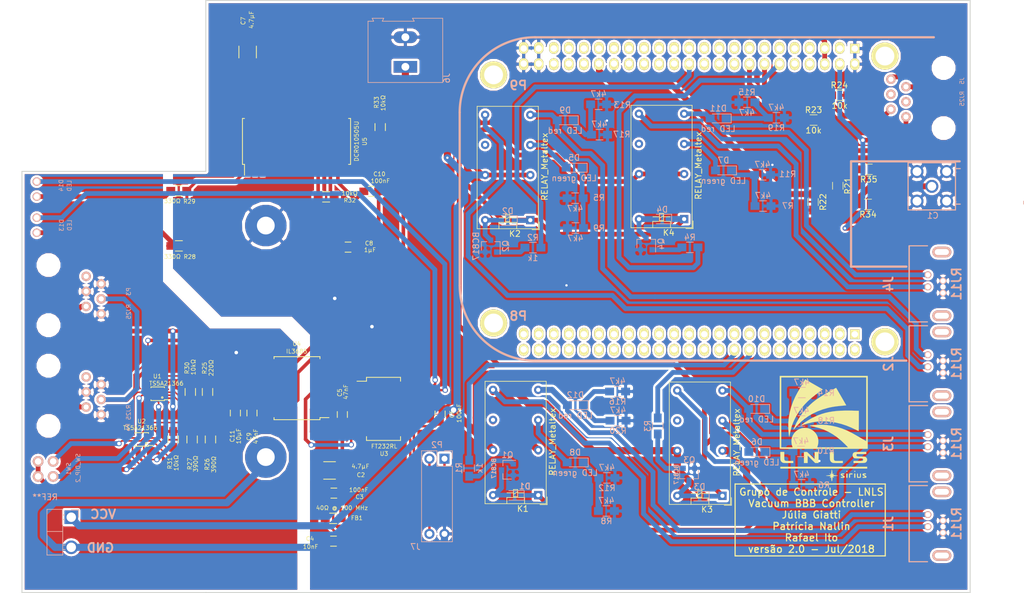
<source format=kicad_pcb>
(kicad_pcb (version 4) (host pcbnew 4.0.7-e2-6376~58~ubuntu16.04.1)
  (title_block (title "Vacuum BBB Controler") (date 2016-02-02) (rev 1) (company "Laboratório Nacional de Luz Síncrotron / Grupo de Controle"))
  (layers (0 F.Cu signal) (31 B.Cu signal) (34 B.Paste user) (35 F.Paste user) (36 B.SilkS user) (37 F.SilkS user) (38 B.Mask user) (39 F.Mask user) (44 Edge.Cuts user))
  (net 0 "")
  (net 1 "Net-(Beagle1-PadC7)")
  (net 2 "Net-(Beagle1-PadC8)")
  (net 3 "Net-(Beagle1-PadC9)")
  (net 4 "Net-(Beagle1-PadC10)")
  (net 5 "Net-(Beagle1-PadC11)")
  (net 6 "Net-(Beagle1-PadC13)")
  (net 7 "Net-(Beagle1-PadC17)")
  (net 8 "Net-(Beagle1-PadC18)")
  (net 9 "Net-(Beagle1-PadC19)")
  (net 10 "Net-(Beagle1-PadC20)")
  (net 11 "Net-(Beagle1-PadC22)")
  (net 12 "Net-(Beagle1-PadC26)")
  (net 13 "Net-(Beagle1-PadC28)")
  (net 14 "Net-(Beagle1-PadC29)")
  (net 15 "Net-(Beagle1-PadC30)")
  (net 16 "Net-(Beagle1-PadC31)")
  (net 17 "Net-(Beagle1-PadC32)")
  (net 18 "Net-(Beagle1-PadC33)")
  (net 19 "Net-(Beagle1-PadC35)")
  (net 20 "Net-(Beagle1-PadC37)")
  (net 21 "Net-(Beagle1-PadC38)")
  (net 22 "Net-(Beagle1-PadC39)")
  (net 23 "Net-(Beagle1-PadC40)")
  (net 24 "Net-(Beagle1-PadC41)")
  (net 25 "Net-(Beagle1-PadC42)")
  (net 26 "Net-(Beagle1-PadB1)")
  (net 27 "Net-(Beagle1-PadB2)")
  (net 28 "Net-(Beagle1-PadB3)")
  (net 29 "Net-(Beagle1-PadB4)")
  (net 30 "Net-(Beagle1-PadB5)")
  (net 31 "Net-(Beagle1-PadB6)")
  (net 32 "Net-(Beagle1-PadB8)")
  (net 33 "Net-(Beagle1-PadB10)")
  (net 34 "Net-(Beagle1-PadB11)")
  (net 35 "Net-(Beagle1-PadB12)")
  (net 36 "Net-(Beagle1-PadB13)")
  (net 37 "Net-(Beagle1-PadB14)")
  (net 38 "Net-(Beagle1-PadB15)")
  (net 39 "Net-(Beagle1-PadB17)")
  (net 40 "Net-(Beagle1-PadB19)")
  (net 41 "Net-(Beagle1-PadB20)")
  (net 42 "Net-(Beagle1-PadB21)")
  (net 43 "Net-(Beagle1-PadB22)")
  (net 44 "Net-(Beagle1-PadB23)")
  (net 45 "Net-(Beagle1-PadB24)")
  (net 46 "Net-(Beagle1-PadB25)")
  (net 47 "Net-(Beagle1-PadB26)")
  (net 48 "Net-(Beagle1-PadB27)")
  (net 49 "Net-(Beagle1-PadB28)")
  (net 50 "Net-(Beagle1-PadB29)")
  (net 51 "Net-(Beagle1-PadB30)")
  (net 52 "Net-(Beagle1-PadB31)")
  (net 53 "Net-(Beagle1-PadB32)")
  (net 54 "Net-(Beagle1-PadB33)")
  (net 55 "Net-(Beagle1-PadB34)")
  (net 56 "Net-(Beagle1-PadB35)")
  (net 57 "Net-(Beagle1-PadB36)")
  (net 58 "Net-(Beagle1-PadB37)")
  (net 59 "Net-(Beagle1-PadB38)")
  (net 60 "Net-(Beagle1-PadB39)")
  (net 61 "Net-(Beagle1-PadB40)")
  (net 62 "Net-(Beagle1-PadB41)")
  (net 63 "Net-(Beagle1-PadB42)")
  (net 64 "Net-(Beagle1-PadB43)")
  (net 65 "Net-(Beagle1-PadB44)")
  (net 66 "Net-(Beagle1-PadB45)")
  (net 67 "Net-(Beagle1-PadB46)")
  (net 68 GND)
  (net 69 "Net-(C1-Pad1)")
  (net 70 VCC)
  (net 71 "Net-(J3-Pad3)")
  (net 72 +24V)
  (net 73 "Net-(Q1-Pad1)")
  (net 74 "Net-(Q2-Pad1)")
  (net 75 "Net-(Q3-Pad1)")
  (net 76 "Net-(Q4-Pad1)")
  (net 77 /AIn_BBB)
  (net 78 /BBB_p1)
  (net 79 /BBB_p3)
  (net 80 /BBB_p2)
  (net 81 /BBB_p4)
  (net 82 /BBB_p5)
  (net 83 /BBB_p6)
  (net 84 "Net-(D1-Pad2)")
  (net 85 "Net-(D2-Pad2)")
  (net 86 "Net-(D3-Pad2)")
  (net 87 "Net-(D4-Pad2)")
  (net 88 "Net-(Beagle1-PadC15)")
  (net 89 "Net-(Beagle1-PadC25)")
  (net 90 "Net-(Beagle1-PadC27)")
  (net 91 /3.3V_BBB)
  (net 92 "Net-(D5-Pad1)")
  (net 93 "Net-(D5-Pad2)")
  (net 94 "Net-(D6-Pad1)")
  (net 95 "Net-(D6-Pad2)")
  (net 96 "Net-(D7-Pad1)")
  (net 97 "Net-(D7-Pad2)")
  (net 98 "Net-(D8-Pad1)")
  (net 99 "Net-(D8-Pad2)")
  (net 100 "Net-(D9-Pad1)")
  (net 101 "Net-(D9-Pad2)")
  (net 102 "Net-(D10-Pad1)")
  (net 103 "Net-(D10-Pad2)")
  (net 104 "Net-(D11-Pad1)")
  (net 105 "Net-(D11-Pad2)")
  (net 106 "Net-(D12-Pad1)")
  (net 107 "Net-(D12-Pad2)")
  (net 108 "Net-(J5-Pad3)")
  (net 109 "Net-(Beagle1-PadC3)")
  (net 110 "Net-(Beagle1-PadC21)")
  (net 111 "Net-(Beagle1-PadC23)")
  (net 112 "Net-(K1-Pad11)")
  (net 113 "Net-(K2-Pad11)")
  (net 114 "Net-(K3-Pad11)")
  (net 115 "Net-(K4-Pad11)")
  (net 116 "Net-(Beagle1-PadB7)")
  (net 117 "Net-(Beagle1-PadB9)")
  (net 118 +5V)
  (net 119 "Net-(U3-Pad3)")
  (net 120 "Net-(U3-Pad28)")
  (net 121 "Net-(C4-Pad1)")
  (net 122 "Net-(C6-Pad1)")
  (net 123 "Net-(C8-Pad1)")
  (net 124 /USB_converter_485./GND_ISOLATED)
  (net 125 /USB_converter_485./5V_ISOLATED)
  (net 126 /USB_converter_485./TXLED#)
  (net 127 "Net-(D13-Pad2)")
  (net 128 /USB_converter_485./RXLED#)
  (net 129 "Net-(D14-Pad2)")
  (net 130 "Net-(J2-Pad3)")
  (net 131 "Net-(J5-Pad4)")
  (net 132 "Net-(J1-Pad3)")
  (net 133 "Net-(J4-Pad3)")
  (net 134 /USB_converter_485./USB_D-)
  (net 135 /USB_converter_485./USB_D+)
  (net 136 /USB_converter_485./RS485+)
  (net 137 /USB_converter_485./RS485-)
  (net 138 "Net-(R25-Pad1)")
  (net 139 "Net-(R25-Pad2)")
  (net 140 "Net-(R26-Pad1)")
  (net 141 "Net-(R27-Pad1)")
  (net 142 "Net-(R30-Pad2)")
  (net 143 "Net-(R31-Pad2)")
  (net 144 "Net-(R32-Pad2)")
  (net 145 "Net-(R33-Pad2)")
  (net 146 /USB_converter_485./TXD)
  (net 147 "Net-(U3-Pad2)")
  (net 148 /USB_converter_485./RXD)
  (net 149 "Net-(U3-Pad6)")
  (net 150 "Net-(U3-Pad8)")
  (net 151 "Net-(U3-Pad9)")
  (net 152 "Net-(U3-Pad10)")
  (net 153 "Net-(U3-Pad11)")
  (net 154 "Net-(U3-Pad12)")
  (net 155 /USB_converter_485./TXDEN)
  (net 156 "Net-(U3-Pad14)")
  (net 157 "Net-(U3-Pad19)")
  (net 158 "Net-(U3-Pad24)")
  (net 159 "Net-(U3-Pad27)")
  (net 160 "Net-(U4-Pad7)")
  (net 161 "Net-(U4-Pad10)")
  (net 162 "Net-(U4-Pad11)")
  (net 163 "Net-(U4-Pad14)")
  (net 164 "Net-(U5-Pad3)")
  (net 165 "Net-(U5-Pad15)")
  (net 166 "Net-(U5-Pad28)")
  (net 167 "Net-(R21-Pad1)")
  (net 168 "Net-(R34-Pad2)")
  (module Controle:SMA_Molex_73251-2201 (layer B.Cu) (at 275.9048 73.6355 180)
    (fp_text reference C1 (at 8.7648 0.0255 180) (layer B.SilkS) (effects (justify mirror)))
    (fp_text value "")
    (pad 2 thru_hole circle (at 6.43 7.46 180) (size 2.2 2.2) (drill 1.5) (layers *.Cu *.Mask) (net 68 GND))
    (pad 2 thru_hole circle (at 11.43 7.46 180) (size 2.2 2.2) (drill 1.5) (layers *.Cu *.Mask) (net 68 GND))
    (pad 2 thru_hole circle (at 11.43 2.46 180) (size 2.2 2.2) (drill 1.5) (layers *.Cu *.Mask) (net 68 GND))
    (pad 2 thru_hole circle (at 6.43 2.46 180) (size 2.2 2.2) (drill 1.5) (layers *.Cu *.Mask) (net 68 GND))
    (pad 1 thru_hole circle (at 8.93 4.96 180) (size 2.2 2.2) (drill 1.5) (layers *.Cu *.Mask) (net 69 "Net-(C1-Pad1)"))
  )
  (module Controle:BEAGLEBONEBLACK (layer F.Cu) (at 231.16208 70.8034)
    (fp_text reference "" hide)
    (fp_text value "" hide)
    (pad C1 thru_hole rect (at 22.82 -25.4) (size 1.6 1.6) (drill 1.1) (layers *.Cu *.Mask F.SilkS) (net 68 GND))
    (pad C2 thru_hole oval (at 22.82 -22.86) (size 1.6 2) (drill 1.1 (offset 0 0.1)) (layers *.Cu *.Mask F.SilkS) (net 68 GND))
    (pad C3 thru_hole oval (at 20.28 -25.4) (size 1.6 2) (drill 1.1 (offset 0 -0.1)) (layers *.Cu *.Mask F.SilkS) (net 109 "Net-(Beagle1-PadC3)"))
    (pad C4 thru_hole oval (at 20.28 -22.86) (size 1.6 2) (drill 1.1 (offset 0 0.1)) (layers *.Cu *.Mask F.SilkS) (net 91 /3.3V_BBB))
    (pad C5 thru_hole oval (at 17.74 -25.4) (size 1.6 2) (drill 1.1 (offset 0 -0.1)) (layers *.Cu *.Mask F.SilkS) (net 70 VCC))
    (pad C6 thru_hole oval (at 17.74 -22.86) (size 1.6 2) (drill 1.1 (offset 0 0.1)) (layers *.Cu *.Mask F.SilkS) (net 70 VCC))
    (pad C7 thru_hole oval (at 15.2 -25.4) (size 1.6 2) (drill 1.1 (offset 0 -0.1)) (layers *.Cu *.Mask F.SilkS) (net 1 "Net-(Beagle1-PadC7)"))
    (pad C8 thru_hole oval (at 15.2 -22.86) (size 1.6 2) (drill 1.1 (offset 0 0.1)) (layers *.Cu *.Mask F.SilkS) (net 2 "Net-(Beagle1-PadC8)"))
    (pad C9 thru_hole oval (at 12.66 -25.4) (size 1.6 2) (drill 1.1 (offset 0 -0.1)) (layers *.Cu *.Mask F.SilkS) (net 3 "Net-(Beagle1-PadC9)"))
    (pad C10 thru_hole oval (at 12.66 -22.86) (size 1.6 2) (drill 1.1 (offset 0 0.1)) (layers *.Cu *.Mask F.SilkS) (net 4 "Net-(Beagle1-PadC10)"))
    (pad C11 thru_hole oval (at 10.12 -25.4) (size 1.6 2) (drill 1.1 (offset 0 -0.1)) (layers *.Cu *.Mask F.SilkS) (net 5 "Net-(Beagle1-PadC11)"))
    (pad C12 thru_hole oval (at 10.12 -22.86) (size 1.6 2) (drill 1.1 (offset 0 0.1)) (layers *.Cu *.Mask F.SilkS) (net 81 /BBB_p4))
    (pad C13 thru_hole oval (at 7.58 -25.4) (size 1.6 2) (drill 1.1 (offset 0 -0.1)) (layers *.Cu *.Mask F.SilkS) (net 6 "Net-(Beagle1-PadC13)"))
    (pad C14 thru_hole oval (at 7.58 -22.86) (size 1.6 2) (drill 1.1 (offset 0 0.1)) (layers *.Cu *.Mask F.SilkS) (net 82 /BBB_p5))
    (pad C15 thru_hole oval (at 5.04 -25.4) (size 1.6 2) (drill 1.1 (offset 0 -0.1)) (layers *.Cu *.Mask F.SilkS) (net 88 "Net-(Beagle1-PadC15)"))
    (pad C16 thru_hole oval (at 5.04 -22.86) (size 1.6 2) (drill 1.1 (offset 0 0.1)) (layers *.Cu *.Mask F.SilkS) (net 83 /BBB_p6))
    (pad C17 thru_hole oval (at 2.5 -25.4) (size 1.6 2) (drill 1.1 (offset 0 -0.1)) (layers *.Cu *.Mask F.SilkS) (net 7 "Net-(Beagle1-PadC17)"))
    (pad C18 thru_hole oval (at 2.5 -22.86) (size 1.6 2) (drill 1.1 (offset 0 0.1)) (layers *.Cu *.Mask F.SilkS) (net 8 "Net-(Beagle1-PadC18)"))
    (pad C19 thru_hole oval (at -0.04 -25.4) (size 1.6 2) (drill 1.1 (offset 0 -0.1)) (layers *.Cu *.Mask F.SilkS) (net 9 "Net-(Beagle1-PadC19)"))
    (pad C20 thru_hole oval (at -0.04 -22.86) (size 1.6 2) (drill 1.1 (offset 0 0.1)) (layers *.Cu *.Mask F.SilkS) (net 10 "Net-(Beagle1-PadC20)"))
    (pad C21 thru_hole oval (at -2.58 -25.4) (size 1.6 2) (drill 1.1 (offset 0 -0.1)) (layers *.Cu *.Mask F.SilkS) (net 110 "Net-(Beagle1-PadC21)"))
    (pad C22 thru_hole oval (at -2.58 -22.86) (size 1.6 2) (drill 1.1 (offset 0 0.1)) (layers *.Cu *.Mask F.SilkS) (net 11 "Net-(Beagle1-PadC22)"))
    (pad C23 thru_hole oval (at -5.12 -25.4) (size 1.6 2) (drill 1.1 (offset 0 -0.1)) (layers *.Cu *.Mask F.SilkS) (net 111 "Net-(Beagle1-PadC23)"))
    (pad C24 thru_hole oval (at -5.12 -22.86) (size 1.6 2) (drill 1.1 (offset 0 0.1)) (layers *.Cu *.Mask F.SilkS) (net 80 /BBB_p2))
    (pad C25 thru_hole oval (at -7.66 -25.4) (size 1.6 2) (drill 1.1 (offset 0 -0.1)) (layers *.Cu *.Mask F.SilkS) (net 89 "Net-(Beagle1-PadC25)"))
    (pad C26 thru_hole oval (at -7.66 -22.86) (size 1.6 2) (drill 1.1 (offset 0 0.1)) (layers *.Cu *.Mask F.SilkS) (net 12 "Net-(Beagle1-PadC26)"))
    (pad C27 thru_hole oval (at -10.2 -25.4) (size 1.6 2) (drill 1.1 (offset 0 -0.1)) (layers *.Cu *.Mask F.SilkS) (net 90 "Net-(Beagle1-PadC27)"))
    (pad C28 thru_hole oval (at -10.2 -22.86) (size 1.6 2) (drill 1.1 (offset 0 0.1)) (layers *.Cu *.Mask F.SilkS) (net 13 "Net-(Beagle1-PadC28)"))
    (pad C29 thru_hole oval (at -12.74 -25.4) (size 1.6 2) (drill 1.1 (offset 0 -0.1)) (layers *.Cu *.Mask F.SilkS) (net 14 "Net-(Beagle1-PadC29)"))
    (pad C30 thru_hole oval (at -12.74 -22.86) (size 1.6 2) (drill 1.1 (offset 0 0.1)) (layers *.Cu *.Mask F.SilkS) (net 15 "Net-(Beagle1-PadC30)"))
    (pad C31 thru_hole oval (at -15.28 -25.4) (size 1.6 2) (drill 1.1 (offset 0 -0.1)) (layers *.Cu *.Mask F.SilkS) (net 16 "Net-(Beagle1-PadC31)"))
    (pad C32 thru_hole oval (at -15.28 -22.86) (size 1.6 2) (drill 1.1 (offset 0 0.1)) (layers *.Cu *.Mask F.SilkS) (net 17 "Net-(Beagle1-PadC32)"))
    (pad C33 thru_hole oval (at -17.82 -25.4) (size 1.6 2) (drill 1.1 (offset 0 -0.1)) (layers *.Cu *.Mask F.SilkS) (net 18 "Net-(Beagle1-PadC33)"))
    (pad C34 thru_hole oval (at -17.82 -22.86) (size 1.6 2) (drill 1.1 (offset 0 0.1)) (layers *.Cu *.Mask F.SilkS) (net 68 GND))
    (pad C35 thru_hole oval (at -20.36 -25.4) (size 1.6 2) (drill 1.1 (offset 0 -0.1)) (layers *.Cu *.Mask F.SilkS) (net 19 "Net-(Beagle1-PadC35)"))
    (pad C36 thru_hole oval (at -20.36 -22.86) (size 1.6 2) (drill 1.1 (offset 0 0.1)) (layers *.Cu *.Mask F.SilkS) (net 77 /AIn_BBB))
    (pad C37 thru_hole oval (at -22.9 -25.4) (size 1.6 2) (drill 1.1 (offset 0 -0.1)) (layers *.Cu *.Mask F.SilkS) (net 20 "Net-(Beagle1-PadC37)"))
    (pad C38 thru_hole oval (at -22.9 -22.86) (size 1.6 2) (drill 1.1 (offset 0 0.1)) (layers *.Cu *.Mask F.SilkS) (net 21 "Net-(Beagle1-PadC38)"))
    (pad C39 thru_hole oval (at -25.44 -25.4) (size 1.6 2) (drill 1.1 (offset 0 -0.1)) (layers *.Cu *.Mask F.SilkS) (net 22 "Net-(Beagle1-PadC39)"))
    (pad C40 thru_hole oval (at -25.44 -22.86) (size 1.6 2) (drill 1.1 (offset 0 0.1)) (layers *.Cu *.Mask F.SilkS) (net 23 "Net-(Beagle1-PadC40)"))
    (pad C41 thru_hole oval (at -27.98 -25.4) (size 1.6 2) (drill 1.1 (offset 0 -0.1)) (layers *.Cu *.Mask F.SilkS) (net 24 "Net-(Beagle1-PadC41)"))
    (pad C42 thru_hole oval (at -27.98 -22.86) (size 1.6 2) (drill 1.1 (offset 0 0.1)) (layers *.Cu *.Mask F.SilkS) (net 25 "Net-(Beagle1-PadC42)"))
    (pad C43 thru_hole oval (at -30.52 -25.4) (size 1.6 2) (drill 1.1 (offset 0 -0.1)) (layers *.Cu *.Mask F.SilkS) (net 68 GND))
    (pad C44 thru_hole oval (at -30.52 -22.86) (size 1.6 2) (drill 1.1 (offset 0 0.1)) (layers *.Cu *.Mask F.SilkS) (net 68 GND))
    (pad C45 thru_hole oval (at -33.06 -25.4) (size 1.6 2) (drill 1.1 (offset 0 -0.1)) (layers *.Cu *.Mask F.SilkS) (net 68 GND))
    (pad C46 thru_hole oval (at -33.06 -22.86) (size 1.6 2) (drill 1.1 (offset 0 0.1)) (layers *.Cu *.Mask F.SilkS) (net 68 GND))
    (pad B1 thru_hole rect (at 22.82 22.86) (size 1.6 1.6) (drill 1.1) (layers *.Cu *.Mask F.SilkS) (net 26 "Net-(Beagle1-PadB1)"))
    (pad B2 thru_hole oval (at 22.82 25.4) (size 1.6 2) (drill 1.1 (offset 0 0.1)) (layers *.Cu *.Mask F.SilkS) (net 27 "Net-(Beagle1-PadB2)"))
    (pad B3 thru_hole oval (at 20.28 22.86) (size 1.6 2) (drill 1.1 (offset 0 -0.1)) (layers *.Cu *.Mask F.SilkS) (net 28 "Net-(Beagle1-PadB3)"))
    (pad B4 thru_hole oval (at 20.28 25.4) (size 1.6 2) (drill 1.1 (offset 0 0.1)) (layers *.Cu *.Mask F.SilkS) (net 29 "Net-(Beagle1-PadB4)"))
    (pad B5 thru_hole oval (at 17.74 22.86) (size 1.6 2) (drill 1.1 (offset 0 -0.1)) (layers *.Cu *.Mask F.SilkS) (net 30 "Net-(Beagle1-PadB5)"))
    (pad B6 thru_hole oval (at 17.74 25.4) (size 1.6 2) (drill 1.1 (offset 0 0.1)) (layers *.Cu *.Mask F.SilkS) (net 31 "Net-(Beagle1-PadB6)"))
    (pad B7 thru_hole oval (at 15.2 22.86) (size 1.6 2) (drill 1.1 (offset 0 -0.1)) (layers *.Cu *.Mask F.SilkS) (net 116 "Net-(Beagle1-PadB7)"))
    (pad B8 thru_hole oval (at 15.2 25.4) (size 1.6 2) (drill 1.1 (offset 0 0.1)) (layers *.Cu *.Mask F.SilkS) (net 32 "Net-(Beagle1-PadB8)"))
    (pad B9 thru_hole oval (at 12.66 22.86) (size 1.6 2) (drill 1.1 (offset 0 -0.1)) (layers *.Cu *.Mask F.SilkS) (net 117 "Net-(Beagle1-PadB9)"))
    (pad B10 thru_hole oval (at 12.66 25.4) (size 1.6 2) (drill 1.1 (offset 0 0.1)) (layers *.Cu *.Mask F.SilkS) (net 33 "Net-(Beagle1-PadB10)"))
    (pad B11 thru_hole oval (at 10.12 22.86) (size 1.6 2) (drill 1.1 (offset 0 -0.1)) (layers *.Cu *.Mask F.SilkS) (net 34 "Net-(Beagle1-PadB11)"))
    (pad B12 thru_hole oval (at 10.12 25.4) (size 1.6 2) (drill 1.1 (offset 0 0.1)) (layers *.Cu *.Mask F.SilkS) (net 35 "Net-(Beagle1-PadB12)"))
    (pad B13 thru_hole oval (at 7.58 22.86) (size 1.6 2) (drill 1.1 (offset 0 -0.1)) (layers *.Cu *.Mask F.SilkS) (net 36 "Net-(Beagle1-PadB13)"))
    (pad B14 thru_hole oval (at 7.58 25.4) (size 1.6 2) (drill 1.1 (offset 0 0.1)) (layers *.Cu *.Mask F.SilkS) (net 37 "Net-(Beagle1-PadB14)"))
    (pad B15 thru_hole oval (at 5.04 22.86) (size 1.6 2) (drill 1.1 (offset 0 -0.1)) (layers *.Cu *.Mask F.SilkS) (net 38 "Net-(Beagle1-PadB15)"))
    (pad B16 thru_hole oval (at 5.04 25.4) (size 1.6 2) (drill 1.1 (offset 0 0.1)) (layers *.Cu *.Mask F.SilkS) (net 79 /BBB_p3))
    (pad B17 thru_hole oval (at 2.5 22.86) (size 1.6 2) (drill 1.1 (offset 0 -0.1)) (layers *.Cu *.Mask F.SilkS) (net 39 "Net-(Beagle1-PadB17)"))
    (pad B18 thru_hole oval (at 2.5 25.4) (size 1.6 2) (drill 1.1 (offset 0 0.1)) (layers *.Cu *.Mask F.SilkS) (net 78 /BBB_p1))
    (pad B19 thru_hole oval (at -0.04 22.86) (size 1.6 2) (drill 1.1 (offset 0 -0.1)) (layers *.Cu *.Mask F.SilkS) (net 40 "Net-(Beagle1-PadB19)"))
    (pad B20 thru_hole oval (at -0.04 25.4) (size 1.6 2) (drill 1.1 (offset 0 0.1)) (layers *.Cu *.Mask F.SilkS) (net 41 "Net-(Beagle1-PadB20)"))
    (pad B21 thru_hole oval (at -2.58 22.86) (size 1.6 2) (drill 1.1 (offset 0 -0.1)) (layers *.Cu *.Mask F.SilkS) (net 42 "Net-(Beagle1-PadB21)"))
    (pad B22 thru_hole oval (at -2.58 25.4) (size 1.6 2) (drill 1.1 (offset 0 0.1)) (layers *.Cu *.Mask F.SilkS) (net 43 "Net-(Beagle1-PadB22)"))
    (pad B23 thru_hole oval (at -5.12 22.86) (size 1.6 2) (drill 1.1 (offset 0 -0.1)) (layers *.Cu *.Mask F.SilkS) (net 44 "Net-(Beagle1-PadB23)"))
    (pad B24 thru_hole oval (at -5.12 25.4) (size 1.6 2) (drill 1.1 (offset 0 0.1)) (layers *.Cu *.Mask F.SilkS) (net 45 "Net-(Beagle1-PadB24)"))
    (pad B25 thru_hole oval (at -7.66 22.86) (size 1.6 2) (drill 1.1 (offset 0 -0.1)) (layers *.Cu *.Mask F.SilkS) (net 46 "Net-(Beagle1-PadB25)"))
    (pad B26 thru_hole oval (at -7.66 25.4) (size 1.6 2) (drill 1.1 (offset 0 0.1)) (layers *.Cu *.Mask F.SilkS) (net 47 "Net-(Beagle1-PadB26)"))
    (pad B27 thru_hole oval (at -10.2 22.86) (size 1.6 2) (drill 1.1 (offset 0 -0.1)) (layers *.Cu *.Mask F.SilkS) (net 48 "Net-(Beagle1-PadB27)"))
    (pad B28 thru_hole oval (at -10.2 25.4) (size 1.6 2) (drill 1.1 (offset 0 0.1)) (layers *.Cu *.Mask F.SilkS) (net 49 "Net-(Beagle1-PadB28)"))
    (pad B29 thru_hole oval (at -12.74 22.86) (size 1.6 2) (drill 1.1 (offset 0 -0.1)) (layers *.Cu *.Mask F.SilkS) (net 50 "Net-(Beagle1-PadB29)"))
    (pad B30 thru_hole oval (at -12.74 25.4) (size 1.6 2) (drill 1.1 (offset 0 0.1)) (layers *.Cu *.Mask F.SilkS) (net 51 "Net-(Beagle1-PadB30)"))
    (pad B31 thru_hole oval (at -15.28 22.86) (size 1.6 2) (drill 1.1 (offset 0 -0.1)) (layers *.Cu *.Mask F.SilkS) (net 52 "Net-(Beagle1-PadB31)"))
    (pad B32 thru_hole oval (at -15.28 25.4) (size 1.6 2) (drill 1.1 (offset 0 0.1)) (layers *.Cu *.Mask F.SilkS) (net 53 "Net-(Beagle1-PadB32)"))
    (pad B33 thru_hole oval (at -17.82 22.86) (size 1.6 2) (drill 1.1 (offset 0 -0.1)) (layers *.Cu *.Mask F.SilkS) (net 54 "Net-(Beagle1-PadB33)"))
    (pad B34 thru_hole oval (at -17.82 25.4) (size 1.6 2) (drill 1.1 (offset 0 0.1)) (layers *.Cu *.Mask F.SilkS) (net 55 "Net-(Beagle1-PadB34)"))
    (pad B35 thru_hole oval (at -20.36 22.86) (size 1.6 2) (drill 1.1 (offset 0 -0.1)) (layers *.Cu *.Mask F.SilkS) (net 56 "Net-(Beagle1-PadB35)"))
    (pad B36 thru_hole oval (at -20.36 25.4) (size 1.6 2) (drill 1.1 (offset 0 0.1)) (layers *.Cu *.Mask F.SilkS) (net 57 "Net-(Beagle1-PadB36)"))
    (pad B37 thru_hole oval (at -22.9 22.86) (size 1.6 2) (drill 1.1 (offset 0 -0.1)) (layers *.Cu *.Mask F.SilkS) (net 58 "Net-(Beagle1-PadB37)"))
    (pad B38 thru_hole oval (at -22.9 25.4) (size 1.6 2) (drill 1.1 (offset 0 0.1)) (layers *.Cu *.Mask F.SilkS) (net 59 "Net-(Beagle1-PadB38)"))
    (pad B39 thru_hole oval (at -25.44 22.86) (size 1.6 2) (drill 1.1 (offset 0 -0.1)) (layers *.Cu *.Mask F.SilkS) (net 60 "Net-(Beagle1-PadB39)"))
    (pad B40 thru_hole oval (at -25.44 25.4) (size 1.6 2) (drill 1.1 (offset 0 0.1)) (layers *.Cu *.Mask F.SilkS) (net 61 "Net-(Beagle1-PadB40)"))
    (pad B41 thru_hole oval (at -27.98 22.86) (size 1.6 2) (drill 1.1 (offset 0 -0.1)) (layers *.Cu *.Mask F.SilkS) (net 62 "Net-(Beagle1-PadB41)"))
    (pad B42 thru_hole oval (at -27.98 25.4) (size 1.6 2) (drill 1.1 (offset 0 0.1)) (layers *.Cu *.Mask F.SilkS) (net 63 "Net-(Beagle1-PadB42)"))
    (pad B43 thru_hole oval (at -30.52 22.86) (size 1.6 2) (drill 1.1 (offset 0 -0.1)) (layers *.Cu *.Mask F.SilkS) (net 64 "Net-(Beagle1-PadB43)"))
    (pad B44 thru_hole oval (at -30.52 25.4) (size 1.6 2) (drill 1.1 (offset 0 0.1)) (layers *.Cu *.Mask F.SilkS) (net 65 "Net-(Beagle1-PadB44)"))
    (pad B45 thru_hole oval (at -33.06 22.86) (size 1.6 2) (drill 1.1 (offset 0 -0.1)) (layers *.Cu *.Mask F.SilkS) (net 66 "Net-(Beagle1-PadB45)"))
    (pad B46 thru_hole oval (at -33.06 25.4) (size 1.6 2) (drill 1.1 (offset 0 0.1)) (layers *.Cu *.Mask F.SilkS) (net 67 "Net-(Beagle1-PadB46)"))
  )
  (module Controle:RJ11-4P4C-HIROSE_2 (layer B.Cu) (at 274.65148 85.15 270)
    (fp_text reference J4 (at 0 14.99 270) (layer B.SilkS) (effects (font (thickness 0.3048)) (justify mirror)))
    (fp_text value RJ11 (at 0 3.49 270) (layer B.SilkS) (effects (font (thickness 0.3048)) (justify mirror)))
    (pad 3 thru_hole circle (at 0.51 8.34 270) (size 1.16 1.16) (drill 0.8) (layers *.Cu *.Mask B.SilkS) (net 133 "Net-(J4-Pad3)"))
    (pad 1 thru_hole circle (at -1.53 8.34 270) (size 1.16 1.16) (drill 0.8) (layers *.Cu *.Mask B.SilkS) (net 105 "Net-(D11-Pad2)"))
    (pad 2 thru_hole circle (at -0.51 5.79 270) (size 1.16 1.16) (drill 0.8) (layers *.Cu *.Mask B.SilkS) (net 68 GND))
    (pad 4 thru_hole circle (at 1.53 5.79 270) (size 1.16 1.16) (drill 0.8) (layers *.Cu *.Mask B.SilkS) (net 68 GND))
    (pad 8 thru_hole oval (at 5.38 5.99 270) (size 1.8 3.2) (drill oval 1 2.4) (layers *.Cu *.Mask B.SilkS))
    (pad 7 thru_hole oval (at -5.38 5.99 270) (size 1.8 3.2) (drill oval 1 2.4) (layers *.Cu *.Mask B.SilkS))
  )
  (module Controle:RJ11-4P4C-HIROSE_2 (layer B.Cu) (at 274.65148 98.65 270)
    (fp_text reference J2 (at 0 14.99 270) (layer B.SilkS) (effects (font (thickness 0.3048)) (justify mirror)))
    (fp_text value RJ11 (at 0 3.49 270) (layer B.SilkS) (effects (font (thickness 0.3048)) (justify mirror)))
    (pad 3 thru_hole circle (at 0.51 8.34 270) (size 1.16 1.16) (drill 0.8) (layers *.Cu *.Mask B.SilkS) (net 130 "Net-(J2-Pad3)"))
    (pad 1 thru_hole circle (at -1.53 8.34 270) (size 1.16 1.16) (drill 0.8) (layers *.Cu *.Mask B.SilkS) (net 101 "Net-(D9-Pad2)"))
    (pad 2 thru_hole circle (at -0.51 5.79 270) (size 1.16 1.16) (drill 0.8) (layers *.Cu *.Mask B.SilkS) (net 68 GND))
    (pad 4 thru_hole circle (at 1.53 5.79 270) (size 1.16 1.16) (drill 0.8) (layers *.Cu *.Mask B.SilkS) (net 68 GND))
    (pad 8 thru_hole oval (at 5.38 5.99 270) (size 1.8 3.2) (drill oval 1 2.4) (layers *.Cu *.Mask B.SilkS))
    (pad 7 thru_hole oval (at -5.38 5.99 270) (size 1.8 3.2) (drill oval 1 2.4) (layers *.Cu *.Mask B.SilkS))
  )
  (module Controle:RJ11-4P4C-HIROSE_2 (layer B.Cu) (at 274.65148 112.15 270)
    (fp_text reference J3 (at 0 14.99 270) (layer B.SilkS) (effects (font (thickness 0.3048)) (justify mirror)))
    (fp_text value RJ11 (at 0 3.49 270) (layer B.SilkS) (effects (font (thickness 0.3048)) (justify mirror)))
    (pad 3 thru_hole circle (at 0.51 8.34 270) (size 1.16 1.16) (drill 0.8) (layers *.Cu *.Mask B.SilkS) (net 71 "Net-(J3-Pad3)"))
    (pad 1 thru_hole circle (at -1.53 8.34 270) (size 1.16 1.16) (drill 0.8) (layers *.Cu *.Mask B.SilkS) (net 103 "Net-(D10-Pad2)"))
    (pad 2 thru_hole circle (at -0.51 5.79 270) (size 1.16 1.16) (drill 0.8) (layers *.Cu *.Mask B.SilkS) (net 68 GND))
    (pad 4 thru_hole circle (at 1.53 5.79 270) (size 1.16 1.16) (drill 0.8) (layers *.Cu *.Mask B.SilkS) (net 68 GND))
    (pad 8 thru_hole oval (at 5.38 5.99 270) (size 1.8 3.2) (drill oval 1 2.4) (layers *.Cu *.Mask B.SilkS))
    (pad 7 thru_hole oval (at -5.38 5.99 270) (size 1.8 3.2) (drill oval 1 2.4) (layers *.Cu *.Mask B.SilkS))
  )
  (module Controle:RJ11-4P4C-HIROSE_2 (layer B.Cu) (at 274.65148 125.65 270)
    (fp_text reference J1 (at 0 14.99 270) (layer B.SilkS) (effects (font (thickness 0.3048)) (justify mirror)))
    (fp_text value RJ11 (at 0 3.49 270) (layer B.SilkS) (effects (font (thickness 0.3048)) (justify mirror)))
    (pad 3 thru_hole circle (at 0.51 8.34 270) (size 1.16 1.16) (drill 0.8) (layers *.Cu *.Mask B.SilkS) (net 132 "Net-(J1-Pad3)"))
    (pad 1 thru_hole circle (at -1.53 8.34 270) (size 1.16 1.16) (drill 0.8) (layers *.Cu *.Mask B.SilkS) (net 107 "Net-(D12-Pad2)"))
    (pad 2 thru_hole circle (at -0.51 5.79 270) (size 1.16 1.16) (drill 0.8) (layers *.Cu *.Mask B.SilkS) (net 68 GND))
    (pad 4 thru_hole circle (at 1.53 5.79 270) (size 1.16 1.16) (drill 0.8) (layers *.Cu *.Mask B.SilkS) (net 68 GND))
    (pad 8 thru_hole oval (at 5.38 5.99 270) (size 1.8 3.2) (drill oval 1 2.4) (layers *.Cu *.Mask B.SilkS))
    (pad 7 thru_hole oval (at -5.38 5.99 270) (size 1.8 3.2) (drill oval 1 2.4) (layers *.Cu *.Mask B.SilkS))
  )
  (module Pin_Headers:Pin_Header_Angled_1x02_Pitch2.54mm (layer B.Cu) (at 121.76 124.56 180)
    (fp_text reference REF** (at 4.4196 3.4036 180) (layer B.SilkS) (effects (justify mirror)))
    (fp_text value "")
    (pad 1 thru_hole rect (at 0 0 180) (size 2.3 2.3) (drill 1.6) (layers *.Cu *.Mask) (net 72 +24V))
    (pad 2 thru_hole oval (at 0 -5.08 180) (size 2.3 2.3) (drill 1.6) (layers *.Cu *.Mask) (net 68 GND))
  )
  (module Controle:Mean_Well_RS15 (layer B.Cu) (at 179.84 129.05 180)
    (fp_text reference J7 (at 0 -0.5 180) (layer B.SilkS) (effects (justify mirror)))
    (fp_text value Conn_01x01)
    (pad 1 thru_hole circle (at 25.25 14.65 180) (size 7 7) (drill 3) (layers *.Cu *.Mask) (net 68 GND))
    (pad 2 thru_hole circle (at 25.25 53.75 180) (size 7 7) (drill 3) (layers *.Cu *.Mask) (net 68 GND))
  )
  (module "Controle:BEAGLEBONEBLACK_(fixation_holes)" (layer F.Cu) (at 230.48708 70.8034)
    (fp_text reference "" hide)
    (fp_text value "" hide)
    (pad M1 thru_hole circle (at -37.465 -20.955) (size 4.572 4.572) (drill 3.175) (layers *.Cu *.Mask F.SilkS))
    (pad M2 thru_hole circle (at 28.575 -24.13) (size 4.572 4.572) (drill 3.175) (layers *.Cu *.Mask F.SilkS))
    (pad M3 thru_hole circle (at 28.575 24.13) (size 4.572 4.572) (drill 3.175) (layers *.Cu *.Mask F.SilkS))
    (pad M4 thru_hole circle (at -37.465 20.955) (size 4.572 4.572) (drill 3.175) (layers *.Cu *.Mask F.SilkS))
  )
  (module Pin_Headers:Pin_Header_Straight_2x06_Pitch2.54mm (layer B.Cu) (at 184.74 114.67 180)
    (fp_text reference P2 (at 1.27 2.33 180) (layer B.SilkS) (effects (justify mirror)))
    (fp_text value "USB Mini-B")
    (pad 1 thru_hole rect (at 0 0 180) (size 1.7 1.7) (drill 1) (layers *.Cu *.Mask) (net 121 "Net-(C4-Pad1)"))
    (pad 2 thru_hole oval (at 2.54 0 180) (size 1.7 1.7) (drill 1) (layers *.Cu *.Mask) (net 134 /USB_converter_485./USB_D-))
    (pad 5 thru_hole oval (at 0 -12.7 180) (size 1.7 1.7) (drill 1) (layers *.Cu *.Mask) (net 68 GND))
    (pad 3 thru_hole oval (at 2.54 -12.7 180) (size 1.7 1.7) (drill 1) (layers *.Cu *.Mask) (net 135 /USB_converter_485./USB_D+))
  )
  (module "Conversor USB-RS485:RJ25" (layer B.Cu) (at 117.9225 104.0525 90)
    (fp_text reference P4 (at -5.3425 13.4275 90) (layer B.SilkS) (effects (font (size 0.7 0.7) (thickness 0.1)) (justify mirror)))
    (fp_text value RJ25 (at -2.8 13.51 90) (layer B.SilkS) (effects (font (size 0.7 0.7) (thickness 0.1)) (justify mirror)))
    (pad "" np_thru_hole circle (at -5.08 0 90) (size 3.25 3.25) (drill 3.25) (layers *.Cu *.Mask))
    (pad 1 thru_hole circle (at -3.17 8.89 90) (size 1.59 1.59) (drill 0.89) (layers *.Cu *.Mask B.SilkS) (net 124 /USB_converter_485./GND_ISOLATED))
    (pad 2 thru_hole circle (at -1.9 6.35 90) (size 1.59 1.59) (drill 0.89) (layers *.Cu *.Mask B.SilkS) (net 136 /USB_converter_485./RS485+))
    (pad 3 thru_hole circle (at -0.63 8.89 90) (size 1.59 1.59) (drill 0.89) (layers *.Cu *.Mask B.SilkS) (net 137 /USB_converter_485./RS485-))
    (pad 4 thru_hole circle (at 0.64 6.35 90) (size 1.59 1.59) (drill 0.89) (layers *.Cu *.Mask B.SilkS) (net 124 /USB_converter_485./GND_ISOLATED))
    (pad 5 thru_hole circle (at 1.91 8.89 90) (size 1.59 1.59) (drill 0.89) (layers *.Cu *.Mask B.SilkS) (net 124 /USB_converter_485./GND_ISOLATED))
    (pad 6 thru_hole circle (at 3.18 6.35 90) (size 1.59 1.59) (drill 0.89) (layers *.Cu *.Mask B.SilkS))
    (pad "" np_thru_hole circle (at 5.08 0 90) (size 3.25 3.25) (drill 3.25) (layers *.Cu *.Mask))
  )
  (module Resistors_SMD:R_0805_HandSoldering (layer F.Cu) (at 139.9 69.42 180)
    (fp_text reference R29 (at -1.8 -1.81 180) (layer F.SilkS) (effects (font (size 0.7 0.7) (thickness 0.1))))
    (fp_text value 330Ω (at 1.09 -1.74 180) (layer F.SilkS) (effects (font (size 0.7 0.7) (thickness 0.1))))
    (pad 1 smd rect (at -1.35 0 180) (size 1.5 1.3) (layers F.Cu F.Paste F.Mask) (net 118 +5V))
    (pad 2 smd rect (at 1.35 0 180) (size 1.5 1.3) (layers F.Cu F.Paste F.Mask) (net 129 "Net-(D14-Pad2)"))
  )
  (module Relays_THT:Relay_DPDT_Omron_G5V-2 (layer F.Cu) (at 199.22482 74.38306 180)
    (fp_text reference K2 (at 2.6 -2.3 180) (layer F.SilkS))
    (fp_text value RELAY_Metaltex (at -2.41 9.01 270) (layer F.SilkS))
    (pad 1 thru_hole rect (at 0 0 180) (size 1.4 1.4) (drill 0.7) (layers *.Cu *.Mask) (net 70 VCC))
    (pad 16 thru_hole circle (at 7.62 0 180) (size 1.4 1.4) (drill 0.7) (layers *.Cu *.Mask) (net 85 "Net-(D2-Pad2)"))
    (pad 6 thru_hole circle (at 0 12.69 180) (size 1.4 1.4) (drill 0.7) (layers *.Cu *.Mask) (net 93 "Net-(D5-Pad2)"))
    (pad 8 thru_hole circle (at 0 17.78 180) (size 1.4 1.4) (drill 0.7) (layers *.Cu *.Mask) (net 101 "Net-(D9-Pad2)"))
    (pad 4 thru_hole circle (at 0 7.62 180) (size 1.4 1.4) (drill 0.7) (layers *.Cu *.Mask) (net 72 +24V))
    (pad 11 thru_hole circle (at 7.63 12.71 180) (size 1.4 1.4) (drill 0.7) (layers *.Cu *.Mask) (net 113 "Net-(K2-Pad11)"))
    (pad 9 thru_hole circle (at 7.63 17.79 180) (size 1.4 1.4) (drill 0.7) (layers *.Cu *.Mask) (net 130 "Net-(J2-Pad3)"))
    (pad 13 thru_hole circle (at 7.62 7.62 180) (size 1.4 1.4) (drill 0.7) (layers *.Cu *.Mask) (net 72 +24V))
  )
  (module Connectors_Terminal_Blocks:TerminalBlock_Altech_AK300-2_P5.00mm (layer B.Cu) (at 178.1402 48.4895 90)
    (fp_text reference J6 (at -1.92 6.99 90) (layer B.SilkS) (effects (justify mirror)))
    (fp_text value "")
    (pad 1 thru_hole rect (at 0 0 90) (size 1.98 3.96) (drill 1.32) (layers *.Cu *.Mask) (net 72 +24V))
    (pad 2 thru_hole oval (at 5 0 90) (size 1.98 3.96) (drill 1.32) (layers *.Cu *.Mask) (net 68 GND))
  )
  (module Relays_THT:Relay_DPDT_Omron_G5V-2 (layer F.Cu) (at 200.55824 120.8295 180)
    (fp_text reference K1 (at 2.6 -2.3 180) (layer F.SilkS))
    (fp_text value RELAY_Metaltex (at -2.41 9.01 270) (layer F.SilkS))
    (pad 1 thru_hole rect (at 0 0 180) (size 1.4 1.4) (drill 0.7) (layers *.Cu *.Mask) (net 70 VCC))
    (pad 16 thru_hole circle (at 7.62 0 180) (size 1.4 1.4) (drill 0.7) (layers *.Cu *.Mask) (net 84 "Net-(D1-Pad2)"))
    (pad 6 thru_hole circle (at 0 12.69 180) (size 1.4 1.4) (drill 0.7) (layers *.Cu *.Mask) (net 99 "Net-(D8-Pad2)"))
    (pad 8 thru_hole circle (at 0 17.78 180) (size 1.4 1.4) (drill 0.7) (layers *.Cu *.Mask) (net 107 "Net-(D12-Pad2)"))
    (pad 4 thru_hole circle (at 0 7.62 180) (size 1.4 1.4) (drill 0.7) (layers *.Cu *.Mask) (net 72 +24V))
    (pad 11 thru_hole circle (at 7.63 12.71 180) (size 1.4 1.4) (drill 0.7) (layers *.Cu *.Mask) (net 112 "Net-(K1-Pad11)"))
    (pad 9 thru_hole circle (at 7.63 17.79 180) (size 1.4 1.4) (drill 0.7) (layers *.Cu *.Mask) (net 132 "Net-(J1-Pad3)"))
    (pad 13 thru_hole circle (at 7.62 7.62 180) (size 1.4 1.4) (drill 0.7) (layers *.Cu *.Mask) (net 72 +24V))
  )
  (module Relays_THT:Relay_DPDT_Omron_G5V-2 (layer F.Cu) (at 231.64534 120.94126 180)
    (fp_text reference K3 (at 2.6 -2.3 180) (layer F.SilkS))
    (fp_text value RELAY_Metaltex (at -2.41 9.01 270) (layer F.SilkS))
    (pad 1 thru_hole rect (at 0 0 180) (size 1.4 1.4) (drill 0.7) (layers *.Cu *.Mask) (net 70 VCC))
    (pad 16 thru_hole circle (at 7.62 0 180) (size 1.4 1.4) (drill 0.7) (layers *.Cu *.Mask) (net 86 "Net-(D3-Pad2)"))
    (pad 6 thru_hole circle (at 0 12.69 180) (size 1.4 1.4) (drill 0.7) (layers *.Cu *.Mask) (net 95 "Net-(D6-Pad2)"))
    (pad 8 thru_hole circle (at 0 17.78 180) (size 1.4 1.4) (drill 0.7) (layers *.Cu *.Mask) (net 103 "Net-(D10-Pad2)"))
    (pad 4 thru_hole circle (at 0 7.62 180) (size 1.4 1.4) (drill 0.7) (layers *.Cu *.Mask) (net 72 +24V))
    (pad 11 thru_hole circle (at 7.63 12.71 180) (size 1.4 1.4) (drill 0.7) (layers *.Cu *.Mask) (net 114 "Net-(K3-Pad11)"))
    (pad 9 thru_hole circle (at 7.63 17.79 180) (size 1.4 1.4) (drill 0.7) (layers *.Cu *.Mask) (net 71 "Net-(J3-Pad3)"))
    (pad 13 thru_hole circle (at 7.62 7.62 180) (size 1.4 1.4) (drill 0.7) (layers *.Cu *.Mask) (net 72 +24V))
  )
  (module Relays_THT:Relay_DPDT_Omron_G5V-2 (layer F.Cu) (at 225.181 74.207 180)
    (fp_text reference K4 (at 2.6 -2.3 180) (layer F.SilkS))
    (fp_text value RELAY_Metaltex (at -2.41 9.01 270) (layer F.SilkS))
    (pad 1 thru_hole rect (at 0 0 180) (size 1.4 1.4) (drill 0.7) (layers *.Cu *.Mask) (net 70 VCC))
    (pad 16 thru_hole circle (at 7.62 0 180) (size 1.4 1.4) (drill 0.7) (layers *.Cu *.Mask) (net 87 "Net-(D4-Pad2)"))
    (pad 6 thru_hole circle (at 0 12.69 180) (size 1.4 1.4) (drill 0.7) (layers *.Cu *.Mask) (net 97 "Net-(D7-Pad2)"))
    (pad 8 thru_hole circle (at 0 17.78 180) (size 1.4 1.4) (drill 0.7) (layers *.Cu *.Mask) (net 105 "Net-(D11-Pad2)"))
    (pad 4 thru_hole circle (at 0 7.62 180) (size 1.4 1.4) (drill 0.7) (layers *.Cu *.Mask) (net 72 +24V))
    (pad 11 thru_hole circle (at 7.63 12.71 180) (size 1.4 1.4) (drill 0.7) (layers *.Cu *.Mask) (net 115 "Net-(K4-Pad11)"))
    (pad 9 thru_hole circle (at 7.63 17.79 180) (size 1.4 1.4) (drill 0.7) (layers *.Cu *.Mask) (net 133 "Net-(J4-Pad3)"))
    (pad 13 thru_hole circle (at 7.62 7.62 180) (size 1.4 1.4) (drill 0.7) (layers *.Cu *.Mask) (net 72 +24V))
  )
  (module TO_SOT_Packages_SMD:SOT-23 (layer B.Cu) (at 195.35378 116.53864 180)
    (fp_text reference Q1 (at 0 2.5 180) (layer B.SilkS) (effects (justify mirror)))
    (fp_text value BC817 (at 2.28378 0.22864 270) (layer B.SilkS) (effects (font (size 0.7 0.7)) (justify mirror)))
    (pad 1 smd rect (at -1 0.95 180) (size 0.9 0.8) (layers B.Cu B.Paste B.Mask) (net 73 "Net-(Q1-Pad1)"))
    (pad 2 smd rect (at -1 -0.95 180) (size 0.9 0.8) (layers B.Cu B.Paste B.Mask) (net 68 GND))
    (pad 3 smd rect (at 1 0 180) (size 0.9 0.8) (layers B.Cu B.Paste B.Mask) (net 84 "Net-(D1-Pad2)"))
  )
  (module TO_SOT_Packages_SMD:SOT-23 (layer B.Cu) (at 226 117.3 270)
    (fp_text reference Q3 (at -2.41 -0.06 360) (layer B.SilkS) (effects (justify mirror)))
    (fp_text value BC817 (at 0.02 2.14 270) (layer B.SilkS) (effects (font (size 0.7 0.7)) (justify mirror)))
    (pad 1 smd rect (at -1 0.95 270) (size 0.9 0.8) (layers B.Cu B.Paste B.Mask) (net 75 "Net-(Q3-Pad1)"))
    (pad 2 smd rect (at -1 -0.95 270) (size 0.9 0.8) (layers B.Cu B.Paste B.Mask) (net 68 GND))
    (pad 3 smd rect (at 1 0 270) (size 0.9 0.8) (layers B.Cu B.Paste B.Mask) (net 86 "Net-(D3-Pad2)"))
  )
  (module TO_SOT_Packages_SMD:SOT-23 (layer B.Cu) (at 192.55724 78.77392 90)
    (fp_text reference Q2 (at 0 2.5 90) (layer B.SilkS) (effects (justify mirror)))
    (fp_text value BC817 (at 0 -2.5 90) (layer B.SilkS) (effects (justify mirror)))
    (pad 1 smd rect (at -1 0.95 90) (size 0.9 0.8) (layers B.Cu B.Paste B.Mask) (net 74 "Net-(Q2-Pad1)"))
    (pad 2 smd rect (at -1 -0.95 90) (size 0.9 0.8) (layers B.Cu B.Paste B.Mask) (net 68 GND))
    (pad 3 smd rect (at 1 0 90) (size 0.9 0.8) (layers B.Cu B.Paste B.Mask) (net 85 "Net-(D2-Pad2)"))
  )
  (module TO_SOT_Packages_SMD:SOT-23 (layer B.Cu) (at 218.78782 78.39038 90)
    (fp_text reference Q4 (at 0 2.5 90) (layer B.SilkS) (effects (justify mirror)))
    (fp_text value BC817)
    (pad 1 smd rect (at -1 0.95 90) (size 0.9 0.8) (layers B.Cu B.Paste B.Mask) (net 76 "Net-(Q4-Pad1)"))
    (pad 2 smd rect (at -1 -0.95 90) (size 0.9 0.8) (layers B.Cu B.Paste B.Mask) (net 68 GND))
    (pad 3 smd rect (at 1 0 90) (size 0.9 0.8) (layers B.Cu B.Paste B.Mask) (net 87 "Net-(D4-Pad2)"))
  )
  (module "Controle:RJ25_(conversor)" (layer B.Cu) (at 268.96522 53.75924 270)
    (fp_text reference J5 (at -2.89924 -3.09852 270) (layer B.SilkS) (effects (font (size 0.7 0.7) (thickness 0.1)) (justify mirror)))
    (fp_text value RJ25 (at 0.11076 -3.10852 270) (layer B.SilkS) (effects (font (size 0.7 0.7) (thickness 0.1)) (justify mirror)))
    (pad "" np_thru_hole circle (at -5.08 0 270) (size 3.25 3.25) (drill 3.25) (layers *.Cu *.Mask))
    (pad 1 thru_hole circle (at -3.17 8.89 270) (size 1.59 1.59) (drill 0.89) (layers *.Cu *.Mask B.SilkS) (net 91 /3.3V_BBB))
    (pad 2 thru_hole circle (at -1.9 6.35 270) (size 1.59 1.59) (drill 0.89) (layers *.Cu *.Mask B.SilkS) (net 83 /BBB_p6))
    (pad 3 thru_hole circle (at -0.63 8.89 270) (size 1.59 1.59) (drill 0.89) (layers *.Cu *.Mask B.SilkS) (net 108 "Net-(J5-Pad3)"))
    (pad 4 thru_hole circle (at 0.64 6.35 270) (size 1.59 1.59) (drill 0.89) (layers *.Cu *.Mask B.SilkS) (net 131 "Net-(J5-Pad4)"))
    (pad 5 thru_hole circle (at 1.91 8.89 270) (size 1.59 1.59) (drill 0.89) (layers *.Cu *.Mask B.SilkS) (net 82 /BBB_p5))
    (pad 6 thru_hole circle (at 3.18 6.35 270) (size 1.59 1.59) (drill 0.89) (layers *.Cu *.Mask B.SilkS) (net 91 /3.3V_BBB))
    (pad "" np_thru_hole circle (at 5.08 0 270) (size 3.25 3.25) (drill 3.25) (layers *.Cu *.Mask))
  )
  (module Diodes_SMD:D_0805 (layer B.Cu) (at 196.5933 120.86934 180)
    (fp_text reference D1 (at -1.6967 1.53934 180) (layer B.SilkS) (effects (justify mirror)))
    (fp_text value D)
    (fp_text user %R (at -1.6967 1.52934 180) (layer B.SilkS) (effects (justify mirror)))
    (pad 1 smd rect (at -1.05 0 180) (size 0.8 0.9) (layers B.Cu B.Paste B.Mask) (net 70 VCC))
    (pad 2 smd rect (at 1.05 0 180) (size 0.8 0.9) (layers B.Cu B.Paste B.Mask) (net 84 "Net-(D1-Pad2)"))
  )
  (module Diodes_SMD:D_0805 (layer B.Cu) (at 195.42236 74.45338 180)
    (fp_text reference D2 (at 0 1.6 180) (layer B.SilkS) (effects (justify mirror)))
    (fp_text value D)
    (pad 1 smd rect (at -1.05 0 180) (size 0.8 0.9) (layers B.Cu B.Paste B.Mask) (net 70 VCC))
    (pad 2 smd rect (at 1.05 0 180) (size 0.8 0.9) (layers B.Cu B.Paste B.Mask) (net 85 "Net-(D2-Pad2)"))
  )
  (module Diodes_SMD:D_0805 (layer B.Cu) (at 227.7972 121.00904 180)
    (fp_text reference D3 (at 0 1.6 180) (layer B.SilkS) (effects (justify mirror)))
    (fp_text value D)
    (pad 1 smd rect (at -1.05 0 180) (size 0.8 0.9) (layers B.Cu B.Paste B.Mask) (net 70 VCC))
    (pad 2 smd rect (at 1.05 0 180) (size 0.8 0.9) (layers B.Cu B.Paste B.Mask) (net 86 "Net-(D3-Pad2)"))
  )
  (module Diodes_SMD:D_0805 (layer B.Cu) (at 221.4726 74.18922 180)
    (fp_text reference D4 (at 0 1.6 180) (layer B.SilkS) (effects (justify mirror)))
    (fp_text value D)
    (pad 1 smd rect (at -1.05 0 180) (size 0.8 0.9) (layers B.Cu B.Paste B.Mask) (net 70 VCC))
    (pad 2 smd rect (at 1.05 0 180) (size 0.8 0.9) (layers B.Cu B.Paste B.Mask) (net 87 "Net-(D4-Pad2)"))
  )
  (module LEDs:LED_0805_HandSoldering (layer B.Cu) (at 206.8 115.3 180)
    (fp_text reference D8 (at 0 1.7 180) (layer B.SilkS) (effects (justify mirror)))
    (fp_text value "LED green" (at 0 -1.75 180) (layer B.SilkS) (effects (justify mirror)))
    (pad 1 smd rect (at -1.35 0 180) (size 1.5 1.3) (layers B.Cu B.Paste B.Mask) (net 98 "Net-(D8-Pad1)"))
    (pad 2 smd rect (at 1.35 0 180) (size 1.5 1.3) (layers B.Cu B.Paste B.Mask) (net 99 "Net-(D8-Pad2)"))
  )
  (module LEDs:LED_0805_HandSoldering (layer B.Cu) (at 206.61868 65.53544 180)
    (fp_text reference D5 (at 0 1.7 180) (layer B.SilkS) (effects (justify mirror)))
    (fp_text value "LED green" (at 0 -1.75 180) (layer B.SilkS) (effects (justify mirror)))
    (pad 1 smd rect (at -1.35 0 180) (size 1.5 1.3) (layers B.Cu B.Paste B.Mask) (net 92 "Net-(D5-Pad1)"))
    (pad 2 smd rect (at 1.35 0 180) (size 1.5 1.3) (layers B.Cu B.Paste B.Mask) (net 93 "Net-(D5-Pad2)"))
  )
  (module LEDs:LED_0805_HandSoldering (layer B.Cu) (at 237.45174 113.5389 180)
    (fp_text reference D6 (at 0 1.7 180) (layer B.SilkS) (effects (justify mirror)))
    (fp_text value "LED green" (at 0 -1.75 180) (layer B.SilkS) (effects (justify mirror)))
    (pad 1 smd rect (at -1.35 0 180) (size 1.5 1.3) (layers B.Cu B.Paste B.Mask) (net 94 "Net-(D6-Pad1)"))
    (pad 2 smd rect (at 1.35 0 180) (size 1.5 1.3) (layers B.Cu B.Paste B.Mask) (net 95 "Net-(D6-Pad2)"))
  )
  (module LEDs:LED_0805_HandSoldering (layer B.Cu) (at 231.82056 65.98248 180)
    (fp_text reference D7 (at 0 1.7 180) (layer B.SilkS) (effects (justify mirror)))
    (fp_text value "LED green" (at 0 -1.75 180) (layer B.SilkS) (effects (justify mirror)))
    (pad 1 smd rect (at -1.35 0 180) (size 1.5 1.3) (layers B.Cu B.Paste B.Mask) (net 96 "Net-(D7-Pad1)"))
    (pad 2 smd rect (at 1.35 0 180) (size 1.5 1.3) (layers B.Cu B.Paste B.Mask) (net 97 "Net-(D7-Pad2)"))
  )
  (module LEDs:LED_0805_HandSoldering (layer B.Cu) (at 206.8295 105.62426 180)
    (fp_text reference D12 (at 0 1.7 180) (layer B.SilkS) (effects (justify mirror)))
    (fp_text value "LED red" (at 0 -1.75 180) (layer B.SilkS) (effects (justify mirror)))
    (pad 1 smd rect (at -1.35 0 180) (size 1.5 1.3) (layers B.Cu B.Paste B.Mask) (net 106 "Net-(D12-Pad1)"))
    (pad 2 smd rect (at 1.35 0 180) (size 1.5 1.3) (layers B.Cu B.Paste B.Mask) (net 107 "Net-(D12-Pad2)"))
  )
  (module LEDs:LED_0805_HandSoldering (layer B.Cu) (at 205.115 57.5192 180)
    (fp_text reference D9 (at 0 1.7 180) (layer B.SilkS) (effects (justify mirror)))
    (fp_text value "LED red" (at 0 -1.75 180) (layer B.SilkS) (effects (justify mirror)))
    (pad 1 smd rect (at -1.35 0 180) (size 1.5 1.3) (layers B.Cu B.Paste B.Mask) (net 100 "Net-(D9-Pad1)"))
    (pad 2 smd rect (at 1.35 0 180) (size 1.5 1.3) (layers B.Cu B.Paste B.Mask) (net 101 "Net-(D9-Pad2)"))
  )
  (module LEDs:LED_0805_HandSoldering (layer B.Cu) (at 237.4111 106.26942 180)
    (fp_text reference D10 (at 0 1.7 180) (layer B.SilkS) (effects (justify mirror)))
    (fp_text value "LED red" (at 0 -1.75 180) (layer B.SilkS) (effects (justify mirror)))
    (pad 1 smd rect (at -1.35 0 180) (size 1.5 1.3) (layers B.Cu B.Paste B.Mask) (net 102 "Net-(D10-Pad1)"))
    (pad 2 smd rect (at 1.35 0 180) (size 1.5 1.3) (layers B.Cu B.Paste B.Mask) (net 103 "Net-(D10-Pad2)"))
  )
  (module LEDs:LED_0805_HandSoldering (layer B.Cu) (at 230.92648 57.20932 180)
    (fp_text reference D11 (at 0 1.7 180) (layer B.SilkS) (effects (justify mirror)))
    (fp_text value "LED red" (at 0 -1.75 180) (layer B.SilkS) (effects (justify mirror)))
    (pad 1 smd rect (at -1.35 0 180) (size 1.5 1.3) (layers B.Cu B.Paste B.Mask) (net 104 "Net-(D11-Pad1)"))
    (pad 2 smd rect (at 1.35 0 180) (size 1.5 1.3) (layers B.Cu B.Paste B.Mask) (net 105 "Net-(D11-Pad2)"))
  )
  (module Resistors_SMD:R_0805_HandSoldering (layer B.Cu) (at 206.78632 70.6764 180)
    (fp_text reference R5 (at -4.02368 0.0764 180) (layer B.SilkS) (effects (justify mirror)))
    (fp_text value 4k7 (at 0 -1.75 180) (layer B.SilkS) (effects (justify mirror)))
    (pad 1 smd rect (at -1.35 0 180) (size 1.5 1.3) (layers B.Cu B.Paste B.Mask) (net 92 "Net-(D5-Pad1)"))
    (pad 2 smd rect (at 1.35 0 180) (size 1.5 1.3) (layers B.Cu B.Paste B.Mask) (net 68 GND))
  )
  (module Resistors_SMD:R_0805_HandSoldering (layer B.Cu) (at 244.89394 113.44492)
    (fp_text reference R10 (at 4.21606 -0.12492) (layer B.SilkS) (effects (justify mirror)))
    (fp_text value 4k7 (at 0 -1.75) (layer B.SilkS) (effects (justify mirror)))
    (pad 1 smd rect (at -1.35 0) (size 1.5 1.3) (layers B.Cu B.Paste B.Mask) (net 94 "Net-(D6-Pad1)"))
    (pad 2 smd rect (at 1.35 0) (size 1.5 1.3) (layers B.Cu B.Paste B.Mask) (net 68 GND))
  )
  (module Resistors_SMD:R_0805_HandSoldering (layer B.Cu) (at 212.1508 117.92294)
    (fp_text reference R12 (at 0 1.7) (layer B.SilkS) (effects (justify mirror)))
    (fp_text value 4k7 (at 0 -1.75) (layer B.SilkS) (effects (justify mirror)))
    (pad 1 smd rect (at -1.35 0) (size 1.5 1.3) (layers B.Cu B.Paste B.Mask) (net 98 "Net-(D8-Pad1)"))
    (pad 2 smd rect (at 1.35 0) (size 1.5 1.3) (layers B.Cu B.Paste B.Mask) (net 68 GND))
  )
  (module Resistors_SMD:R_0805_HandSoldering (layer B.Cu) (at 238.4144 66.7394)
    (fp_text reference R11 (at 4.2156 -0.1294) (layer B.SilkS) (effects (justify mirror)))
    (fp_text value 4k7 (at 0 -1.75) (layer B.SilkS) (effects (justify mirror)))
    (pad 1 smd rect (at -1.35 0) (size 1.5 1.3) (layers B.Cu B.Paste B.Mask) (net 96 "Net-(D7-Pad1)"))
    (pad 2 smd rect (at 1.35 0) (size 1.5 1.3) (layers B.Cu B.Paste B.Mask) (net 68 GND))
  )
  (module Resistors_SMD:R_0805_HandSoldering (layer B.Cu) (at 206.8422 75.7056 180)
    (fp_text reference R9 (at -3.9678 -0.0344 180) (layer B.SilkS) (effects (justify mirror)))
    (fp_text value 4k7 (at 0 -1.75 180) (layer B.SilkS) (effects (justify mirror)))
    (pad 1 smd rect (at -1.35 0 180) (size 1.5 1.3) (layers B.Cu B.Paste B.Mask) (net 92 "Net-(D5-Pad1)"))
    (pad 2 smd rect (at 1.35 0 180) (size 1.5 1.3) (layers B.Cu B.Paste B.Mask) (net 68 GND))
  )
  (module Resistors_SMD:R_0805_HandSoldering (layer B.Cu) (at 245.00316 119.08626)
    (fp_text reference R6 (at 3.77684 0.05374) (layer B.SilkS) (effects (justify mirror)))
    (fp_text value 4k7 (at 0 -1.75) (layer B.SilkS) (effects (justify mirror)))
    (pad 1 smd rect (at -1.35 0) (size 1.5 1.3) (layers B.Cu B.Paste B.Mask) (net 94 "Net-(D6-Pad1)"))
    (pad 2 smd rect (at 1.35 0) (size 1.5 1.3) (layers B.Cu B.Paste B.Mask) (net 68 GND))
  )
  (module Resistors_SMD:R_0805_HandSoldering (layer B.Cu) (at 212.06698 123.51094)
    (fp_text reference R8 (at 0 1.7) (layer B.SilkS) (effects (justify mirror)))
    (fp_text value 4k7 (at 0 -1.75) (layer B.SilkS) (effects (justify mirror)))
    (pad 1 smd rect (at -1.35 0) (size 1.5 1.3) (layers B.Cu B.Paste B.Mask) (net 98 "Net-(D8-Pad1)"))
    (pad 2 smd rect (at 1.35 0) (size 1.5 1.3) (layers B.Cu B.Paste B.Mask) (net 68 GND))
  )
  (module Resistors_SMD:R_0805_HandSoldering (layer B.Cu) (at 238.4906 71.9972)
    (fp_text reference R7 (at 4.1994 -0.0272) (layer B.SilkS) (effects (justify mirror)))
    (fp_text value 4k7 (at 0 -1.75) (layer B.SilkS) (effects (justify mirror)))
    (pad 1 smd rect (at -1.35 0) (size 1.5 1.3) (layers B.Cu B.Paste B.Mask) (net 96 "Net-(D7-Pad1)"))
    (pad 2 smd rect (at 1.35 0) (size 1.5 1.3) (layers B.Cu B.Paste B.Mask) (net 68 GND))
  )
  (module Resistors_SMD:R_0805_HandSoldering (layer B.Cu) (at 210.9 59.95)
    (fp_text reference R17 (at 3.76 -0.05) (layer B.SilkS) (effects (justify mirror)))
    (fp_text value 4k7 (at 0 -1.75) (layer B.SilkS) (effects (justify mirror)))
    (pad 1 smd rect (at -1.35 0) (size 1.5 1.3) (layers B.Cu B.Paste B.Mask) (net 100 "Net-(D9-Pad1)"))
    (pad 2 smd rect (at 1.35 0) (size 1.5 1.3) (layers B.Cu B.Paste B.Mask) (net 68 GND))
  )
  (module Resistors_SMD:R_0805_HandSoldering (layer B.Cu) (at 245.04126 103.50336)
    (fp_text reference R14 (at 4.09874 0.05664) (layer B.SilkS) (effects (justify mirror)))
    (fp_text value 4k7 (at 0 -1.75) (layer B.SilkS) (effects (justify mirror)))
    (pad 1 smd rect (at -1.35 0) (size 1.5 1.3) (layers B.Cu B.Paste B.Mask) (net 102 "Net-(D10-Pad1)"))
    (pad 2 smd rect (at 1.35 0) (size 1.5 1.3) (layers B.Cu B.Paste B.Mask) (net 68 GND))
  )
  (module Resistors_SMD:R_0805_HandSoldering (layer B.Cu) (at 240.75 57.1)
    (fp_text reference R19 (at 0 1.7) (layer B.SilkS) (effects (justify mirror)))
    (fp_text value 4k7 (at 0 -1.75) (layer B.SilkS) (effects (justify mirror)))
    (pad 1 smd rect (at -1.35 0) (size 1.5 1.3) (layers B.Cu B.Paste B.Mask) (net 104 "Net-(D11-Pad1)"))
    (pad 2 smd rect (at 1.35 0) (size 1.5 1.3) (layers B.Cu B.Paste B.Mask) (net 68 GND))
  )
  (module Resistors_SMD:R_0805_HandSoldering (layer B.Cu) (at 210.75 54.825)
    (fp_text reference R13 (at 4 0.105) (layer B.SilkS) (effects (justify mirror)))
    (fp_text value 4k7 (at 0 -1.75) (layer B.SilkS) (effects (justify mirror)))
    (pad 1 smd rect (at -1.35 0) (size 1.5 1.3) (layers B.Cu B.Paste B.Mask) (net 100 "Net-(D9-Pad1)"))
    (pad 2 smd rect (at 1.35 0) (size 1.5 1.3) (layers B.Cu B.Paste B.Mask) (net 68 GND))
  )
  (module Resistors_SMD:R_0805_HandSoldering (layer B.Cu) (at 244.96506 108.30396)
    (fp_text reference R18 (at 4.20494 -0.06396) (layer B.SilkS) (effects (justify mirror)))
    (fp_text value 4k7 (at 0 -1.75) (layer B.SilkS) (effects (justify mirror)))
    (pad 1 smd rect (at -1.35 0) (size 1.5 1.3) (layers B.Cu B.Paste B.Mask) (net 102 "Net-(D10-Pad1)"))
    (pad 2 smd rect (at 1.35 0) (size 1.5 1.3) (layers B.Cu B.Paste B.Mask) (net 68 GND))
  )
  (module Resistors_SMD:R_0805_HandSoldering (layer B.Cu) (at 214.025 108.25)
    (fp_text reference R20 (at 0 1.7) (layer B.SilkS) (effects (justify mirror)))
    (fp_text value 4k7 (at 0 -1.75) (layer B.SilkS) (effects (justify mirror)))
    (pad 1 smd rect (at -1.35 0) (size 1.5 1.3) (layers B.Cu B.Paste B.Mask) (net 106 "Net-(D12-Pad1)"))
    (pad 2 smd rect (at 1.35 0) (size 1.5 1.3) (layers B.Cu B.Paste B.Mask) (net 68 GND))
  )
  (module Resistors_SMD:R_0805_HandSoldering (layer B.Cu) (at 235.775 54.475 180)
    (fp_text reference R15 (at 0 1.7 180) (layer B.SilkS) (effects (justify mirror)))
    (fp_text value 4k7 (at 0 -1.75 180) (layer B.SilkS) (effects (justify mirror)))
    (pad 1 smd rect (at -1.35 0 180) (size 1.5 1.3) (layers B.Cu B.Paste B.Mask) (net 104 "Net-(D11-Pad1)"))
    (pad 2 smd rect (at 1.35 0 180) (size 1.5 1.3) (layers B.Cu B.Paste B.Mask) (net 68 GND))
  )
  (module Resistors_SMD:R_0805_HandSoldering (layer B.Cu) (at 188.90472 116.27448 270)
    (fp_text reference R1 (at 0 1.7 270) (layer B.SilkS) (effects (justify mirror)))
    (fp_text value 1k (at 0 -1.75 270) (layer B.SilkS) (effects (justify mirror)))
    (pad 1 smd rect (at -1.35 0 270) (size 1.5 1.3) (layers B.Cu B.Paste B.Mask) (net 78 /BBB_p1))
    (pad 2 smd rect (at 1.35 0 270) (size 1.5 1.3) (layers B.Cu B.Paste B.Mask) (net 73 "Net-(Q1-Pad1)"))
  )
  (module Resistors_SMD:R_0805_HandSoldering (layer B.Cu) (at 220.72838 109.14978 270)
    (fp_text reference R3 (at 0 1.7 270) (layer B.SilkS) (effects (justify mirror)))
    (fp_text value 1k)
    (pad 1 smd rect (at -1.35 0 270) (size 1.5 1.3) (layers B.Cu B.Paste B.Mask) (net 79 /BBB_p3))
    (pad 2 smd rect (at 1.35 0 270) (size 1.5 1.3) (layers B.Cu B.Paste B.Mask) (net 75 "Net-(Q3-Pad1)"))
  )
  (module Resistors_SMD:R_0805_HandSoldering (layer B.Cu) (at 199.66162 79.03046 180)
    (fp_text reference R2 (at 0 1.7 180) (layer B.SilkS) (effects (justify mirror)))
    (fp_text value 1k (at 0 -1.75 180) (layer B.SilkS) (effects (justify mirror)))
    (pad 1 smd rect (at -1.35 0 180) (size 1.5 1.3) (layers B.Cu B.Paste B.Mask) (net 80 /BBB_p2))
    (pad 2 smd rect (at 1.35 0 180) (size 1.5 1.3) (layers B.Cu B.Paste B.Mask) (net 74 "Net-(Q2-Pad1)"))
  )
  (module Resistors_SMD:R_0805_HandSoldering (layer B.Cu) (at 226.1462 78.9822 180)
    (fp_text reference R4 (at 0 1.7 180) (layer B.SilkS) (effects (justify mirror)))
    (fp_text value 1k)
    (pad 1 smd rect (at -1.35 0 180) (size 1.5 1.3) (layers B.Cu B.Paste B.Mask) (net 81 /BBB_p4))
    (pad 2 smd rect (at 1.35 0 180) (size 1.5 1.3) (layers B.Cu B.Paste B.Mask) (net 76 "Net-(Q4-Pad1)"))
  )
  (module Resistors_SMD:R_0805_HandSoldering (layer B.Cu) (at 213.9542 103.32556)
    (fp_text reference R16 (at 0 1.7) (layer B.SilkS) (effects (justify mirror)))
    (fp_text value 4k7 (at 0 -1.75) (layer B.SilkS) (effects (justify mirror)))
    (pad 1 smd rect (at -1.35 0) (size 1.5 1.3) (layers B.Cu B.Paste B.Mask) (net 106 "Net-(D12-Pad1)"))
    (pad 2 smd rect (at 1.35 0) (size 1.5 1.3) (layers B.Cu B.Paste B.Mask) (net 68 GND))
  )
  (module Resistors_SMD:R_0805_HandSoldering (layer F.Cu) (at 251.11 68.58 270)
    (fp_text reference R21 (at 0 -1.7 270) (layer F.SilkS))
    (fp_text value 10k)
    (pad 1 smd rect (at -1.35 0 270) (size 1.5 1.3) (layers F.Cu F.Paste F.Mask) (net 167 "Net-(R21-Pad1)"))
    (pad 2 smd rect (at 1.35 0 270) (size 1.5 1.3) (layers F.Cu F.Paste F.Mask) (net 77 /AIn_BBB))
  )
  (module Resistors_SMD:R_0805_HandSoldering (layer F.Cu) (at 246.93 71.33 270)
    (fp_text reference R22 (at 0 -1.7 270) (layer F.SilkS))
    (fp_text value 5k)
    (pad 1 smd rect (at -1.35 0 270) (size 1.5 1.3) (layers F.Cu F.Paste F.Mask) (net 77 /AIn_BBB))
    (pad 2 smd rect (at 1.35 0 270) (size 1.5 1.3) (layers F.Cu F.Paste F.Mask) (net 68 GND))
  )
  (module Resistors_SMD:R_0805_HandSoldering (layer F.Cu) (at 251.425 53.3)
    (fp_text reference R24 (at -0.05588 -1.70434) (layer F.SilkS))
    (fp_text value 10k (at 0 1.75) (layer F.SilkS))
    (pad 1 smd rect (at -1.35 0) (size 1.5 1.3) (layers F.Cu F.Paste F.Mask) (net 82 /BBB_p5))
    (pad 2 smd rect (at 1.35 0) (size 1.5 1.3) (layers F.Cu F.Paste F.Mask) (net 68 GND))
  )
  (module Resistors_SMD:R_0805_HandSoldering (layer F.Cu) (at 247.025 57.475)
    (fp_text reference R23 (at 0 -1.7) (layer F.SilkS))
    (fp_text value 10k (at 0 1.75) (layer F.SilkS))
    (pad 1 smd rect (at -1.35 0) (size 1.5 1.3) (layers F.Cu F.Paste F.Mask) (net 68 GND))
    (pad 2 smd rect (at 1.35 0) (size 1.5 1.3) (layers F.Cu F.Paste F.Mask) (net 83 /BBB_p6))
  )
  (module Controle:VSSOP-8 (layer F.Cu) (at 133.6525 111.4225 180)
    (fp_text reference U2 (at 0.02 3.07 180) (layer F.SilkS) (effects (font (size 0.7 0.7) (thickness 0.1))))
    (fp_text value TS5A21366 (at 0.25 1.96 180) (layer F.SilkS) (effects (font (size 0.7 0.7) (thickness 0.1))))
    (pad 4 smd rect (at -1.55 0.75 180) (size 0.75 0.25) (layers F.Cu F.Paste F.Mask) (net 124 /USB_converter_485./GND_ISOLATED))
    (pad 3 smd rect (at -1.55 0.25 180) (size 0.75 0.25) (layers F.Cu F.Paste F.Mask) (net 143 "Net-(R31-Pad2)"))
    (pad 2 smd rect (at -1.55 -0.25 180) (size 0.75 0.25) (layers F.Cu F.Paste F.Mask) (net 136 /USB_converter_485./RS485+))
    (pad 1 smd rect (at -1.55 -0.75 180) (size 0.75 0.25) (layers F.Cu F.Paste F.Mask) (net 140 "Net-(R26-Pad1)"))
    (pad 5 smd rect (at 1.55 0.75 180) (size 0.75 0.25) (layers F.Cu F.Paste F.Mask) (net 137 /USB_converter_485./RS485-))
    (pad 6 smd rect (at 1.55 0.25 180) (size 0.75 0.25) (layers F.Cu F.Paste F.Mask) (net 141 "Net-(R27-Pad1)"))
    (pad 8 smd rect (at 1.55 -0.75 180) (size 0.75 0.25) (layers F.Cu F.Paste F.Mask) (net 125 /USB_converter_485./5V_ISOLATED))
    (pad 7 smd rect (at 1.55 -0.25 180) (size 0.75 0.25) (layers F.Cu F.Paste F.Mask) (net 143 "Net-(R31-Pad2)"))
  )
  (module Controle:VSSOP-8 (layer F.Cu) (at 136.3525 103.7025 180)
    (fp_text reference U1 (at 0.07 2.95 180) (layer F.SilkS) (effects (font (size 0.7 0.7) (thickness 0.1))))
    (fp_text value TS5A21366 (at -1.4575 1.7425 180) (layer F.SilkS) (effects (font (size 0.7 0.7) (thickness 0.1))))
    (pad 4 smd rect (at -1.55 0.75 180) (size 0.75 0.25) (layers F.Cu F.Paste F.Mask) (net 124 /USB_converter_485./GND_ISOLATED))
    (pad 3 smd rect (at -1.55 0.25 180) (size 0.75 0.25) (layers F.Cu F.Paste F.Mask) (net 142 "Net-(R30-Pad2)"))
    (pad 2 smd rect (at -1.55 -0.25 180) (size 0.75 0.25) (layers F.Cu F.Paste F.Mask) (net 138 "Net-(R25-Pad1)"))
    (pad 1 smd rect (at -1.55 -0.75 180) (size 0.75 0.25) (layers F.Cu F.Paste F.Mask) (net 136 /USB_converter_485./RS485+))
    (pad 5 smd rect (at 1.55 0.75 180) (size 0.75 0.25) (layers F.Cu F.Paste F.Mask) (net 139 "Net-(R25-Pad2)"))
    (pad 6 smd rect (at 1.55 0.25 180) (size 0.75 0.25) (layers F.Cu F.Paste F.Mask) (net 137 /USB_converter_485./RS485-))
    (pad 8 smd rect (at 1.55 -0.75 180) (size 0.75 0.25) (layers F.Cu F.Paste F.Mask) (net 125 /USB_converter_485./5V_ISOLATED))
    (pad 7 smd rect (at 1.55 -0.25 180) (size 0.75 0.25) (layers F.Cu F.Paste F.Mask) (net 142 "Net-(R30-Pad2)"))
  )
  (module "Conversor USB-RS485:DCR010505U" (layer F.Cu) (at 159.77 61.09 90)
    (fp_text reference U5 (at -0.01 11.49 90) (layer F.SilkS) (effects (font (size 0.7 0.7) (thickness 0.1))))
    (fp_text value DCR010505U (at 0.03 10.13 90) (layer F.SilkS) (effects (font (size 0.7 0.7) (thickness 0.1))))
    (pad 1 smd rect (at -4.7 -8.255 90) (size 2 0.6) (layers F.Cu F.Paste F.Mask) (net 118 +5V))
    (pad 2 smd rect (at -4.7 -6.985 90) (size 2 0.6) (layers F.Cu F.Paste F.Mask) (net 118 +5V))
    (pad 3 smd rect (at -4.7 -5.715 90) (size 2 0.6) (layers F.Cu F.Paste F.Mask) (net 164 "Net-(U5-Pad3)"))
    (pad 12 smd rect (at -4.7 5.715 90) (size 2 0.6) (layers F.Cu F.Paste F.Mask) (net 123 "Net-(C8-Pad1)"))
    (pad 13 smd rect (at -4.7 6.985 90) (size 2 0.6) (layers F.Cu F.Paste F.Mask) (net 124 /USB_converter_485./GND_ISOLATED))
    (pad 14 smd rect (at -4.7 8.255 90) (size 2 0.6) (layers F.Cu F.Paste F.Mask) (net 125 /USB_converter_485./5V_ISOLATED))
    (pad 15 smd rect (at 4.7 8.255 90) (size 2 0.6) (layers F.Cu F.Paste F.Mask) (net 165 "Net-(U5-Pad15)"))
    (pad 16 smd rect (at 4.7 6.985 90) (size 2 0.6) (layers F.Cu F.Paste F.Mask) (net 144 "Net-(R32-Pad2)"))
    (pad 17 smd rect (at 4.7 5.715 90) (size 2 0.6) (layers F.Cu F.Paste F.Mask) (net 145 "Net-(R33-Pad2)"))
    (pad 26 smd rect (at 4.7 -5.715 90) (size 2 0.6) (layers F.Cu F.Paste F.Mask) (net 68 GND))
    (pad 27 smd rect (at 4.7 -6.985 90) (size 2 0.6) (layers F.Cu F.Paste F.Mask) (net 68 GND))
    (pad 28 smd rect (at 4.7 -8.255 90) (size 2 0.6) (layers F.Cu F.Paste F.Mask) (net 166 "Net-(U5-Pad28)"))
  )
  (module Housings_SOIC:SOIC-16_7.5x10.3mm_Pitch1.27mm (layer F.Cu) (at 159.8525 102.7625 180)
    (fp_text reference U4 (at 0.04 7.49 180) (layer F.SilkS) (effects (font (size 0.7 0.7) (thickness 0.1))))
    (fp_text value IL3685 (at 0.05 6.22 180) (layer F.SilkS) (effects (font (size 0.7 0.7) (thickness 0.1))))
    (pad 1 smd rect (at -4.65 -4.445 180) (size 1.5 0.6) (layers F.Cu F.Paste F.Mask) (net 118 +5V))
    (pad 2 smd rect (at -4.65 -3.175 180) (size 1.5 0.6) (layers F.Cu F.Paste F.Mask) (net 68 GND))
    (pad 3 smd rect (at -4.65 -1.905 180) (size 1.5 0.6) (layers F.Cu F.Paste F.Mask) (net 148 /USB_converter_485./RXD))
    (pad 4 smd rect (at -4.65 -0.635 180) (size 1.5 0.6) (layers F.Cu F.Paste F.Mask) (net 155 /USB_converter_485./TXDEN))
    (pad 5 smd rect (at -4.65 0.635 180) (size 1.5 0.6) (layers F.Cu F.Paste F.Mask) (net 155 /USB_converter_485./TXDEN))
    (pad 6 smd rect (at -4.65 1.905 180) (size 1.5 0.6) (layers F.Cu F.Paste F.Mask) (net 146 /USB_converter_485./TXD))
    (pad 7 smd rect (at -4.65 3.175 180) (size 1.5 0.6) (layers F.Cu F.Paste F.Mask) (net 160 "Net-(U4-Pad7)"))
    (pad 8 smd rect (at -4.65 4.445 180) (size 1.5 0.6) (layers F.Cu F.Paste F.Mask) (net 68 GND))
    (pad 9 smd rect (at 4.65 4.445 180) (size 1.5 0.6) (layers F.Cu F.Paste F.Mask) (net 124 /USB_converter_485./GND_ISOLATED))
    (pad 10 smd rect (at 4.65 3.175 180) (size 1.5 0.6) (layers F.Cu F.Paste F.Mask) (net 161 "Net-(U4-Pad10)"))
    (pad 11 smd rect (at 4.65 1.905 180) (size 1.5 0.6) (layers F.Cu F.Paste F.Mask) (net 162 "Net-(U4-Pad11)"))
    (pad 12 smd rect (at 4.65 0.635 180) (size 1.5 0.6) (layers F.Cu F.Paste F.Mask) (net 136 /USB_converter_485./RS485+))
    (pad 13 smd rect (at 4.65 -0.635 180) (size 1.5 0.6) (layers F.Cu F.Paste F.Mask) (net 137 /USB_converter_485./RS485-))
    (pad 14 smd rect (at 4.65 -1.905 180) (size 1.5 0.6) (layers F.Cu F.Paste F.Mask) (net 163 "Net-(U4-Pad14)"))
    (pad 15 smd rect (at 4.65 -3.175 180) (size 1.5 0.6) (layers F.Cu F.Paste F.Mask) (net 124 /USB_converter_485./GND_ISOLATED))
    (pad 16 smd rect (at 4.65 -4.445 180) (size 1.5 0.6) (layers F.Cu F.Paste F.Mask) (net 125 /USB_converter_485./5V_ISOLATED))
  )
  (module Housings_SSOP:SSOP-28_5.3x10.2mm_Pitch0.65mm (layer F.Cu) (at 174.4525 106.2625)
    (fp_text reference U3 (at 0.09 7.56) (layer F.SilkS) (effects (font (size 0.7 0.7) (thickness 0.1))))
    (fp_text value FT232RL (at 0.11 6.32) (layer F.SilkS) (effects (font (size 0.7 0.7) (thickness 0.1))))
    (pad 1 smd rect (at -3.6 -4.225) (size 1.75 0.45) (layers F.Cu F.Paste F.Mask) (net 146 /USB_converter_485./TXD))
    (pad 2 smd rect (at -3.6 -3.575) (size 1.75 0.45) (layers F.Cu F.Paste F.Mask) (net 147 "Net-(U3-Pad2)"))
    (pad 3 smd rect (at -3.6 -2.925) (size 1.75 0.45) (layers F.Cu F.Paste F.Mask) (net 119 "Net-(U3-Pad3)"))
    (pad 4 smd rect (at -3.6 -2.275) (size 1.75 0.45) (layers F.Cu F.Paste F.Mask) (net 118 +5V))
    (pad 5 smd rect (at -3.6 -1.625) (size 1.75 0.45) (layers F.Cu F.Paste F.Mask) (net 148 /USB_converter_485./RXD))
    (pad 6 smd rect (at -3.6 -0.975) (size 1.75 0.45) (layers F.Cu F.Paste F.Mask) (net 149 "Net-(U3-Pad6)"))
    (pad 7 smd rect (at -3.6 -0.325) (size 1.75 0.45) (layers F.Cu F.Paste F.Mask) (net 68 GND))
    (pad 8 smd rect (at -3.6 0.325) (size 1.75 0.45) (layers F.Cu F.Paste F.Mask) (net 150 "Net-(U3-Pad8)"))
    (pad 9 smd rect (at -3.6 0.975) (size 1.75 0.45) (layers F.Cu F.Paste F.Mask) (net 151 "Net-(U3-Pad9)"))
    (pad 10 smd rect (at -3.6 1.625) (size 1.75 0.45) (layers F.Cu F.Paste F.Mask) (net 152 "Net-(U3-Pad10)"))
    (pad 11 smd rect (at -3.6 2.275) (size 1.75 0.45) (layers F.Cu F.Paste F.Mask) (net 153 "Net-(U3-Pad11)"))
    (pad 12 smd rect (at -3.6 2.925) (size 1.75 0.45) (layers F.Cu F.Paste F.Mask) (net 154 "Net-(U3-Pad12)"))
    (pad 13 smd rect (at -3.6 3.575) (size 1.75 0.45) (layers F.Cu F.Paste F.Mask) (net 155 /USB_converter_485./TXDEN))
    (pad 14 smd rect (at -3.6 4.225) (size 1.75 0.45) (layers F.Cu F.Paste F.Mask) (net 156 "Net-(U3-Pad14)"))
    (pad 15 smd rect (at 3.6 4.225) (size 1.75 0.45) (layers F.Cu F.Paste F.Mask) (net 135 /USB_converter_485./USB_D+))
    (pad 16 smd rect (at 3.6 3.575) (size 1.75 0.45) (layers F.Cu F.Paste F.Mask) (net 134 /USB_converter_485./USB_D-))
    (pad 17 smd rect (at 3.6 2.925) (size 1.75 0.45) (layers F.Cu F.Paste F.Mask) (net 122 "Net-(C6-Pad1)"))
    (pad 18 smd rect (at 3.6 2.275) (size 1.75 0.45) (layers F.Cu F.Paste F.Mask) (net 68 GND))
    (pad 19 smd rect (at 3.6 1.625) (size 1.75 0.45) (layers F.Cu F.Paste F.Mask) (net 157 "Net-(U3-Pad19)"))
    (pad 20 smd rect (at 3.6 0.975) (size 1.75 0.45) (layers F.Cu F.Paste F.Mask) (net 118 +5V))
    (pad 21 smd rect (at 3.6 0.325) (size 1.75 0.45) (layers F.Cu F.Paste F.Mask) (net 68 GND))
    (pad 22 smd rect (at 3.6 -0.325) (size 1.75 0.45) (layers F.Cu F.Paste F.Mask) (net 128 /USB_converter_485./RXLED#))
    (pad 23 smd rect (at 3.6 -0.975) (size 1.75 0.45) (layers F.Cu F.Paste F.Mask) (net 126 /USB_converter_485./TXLED#))
    (pad 24 smd rect (at 3.6 -1.625) (size 1.75 0.45) (layers F.Cu F.Paste F.Mask) (net 158 "Net-(U3-Pad24)"))
    (pad 25 smd rect (at 3.6 -2.275) (size 1.75 0.45) (layers F.Cu F.Paste F.Mask) (net 68 GND))
    (pad 26 smd rect (at 3.6 -2.925) (size 1.75 0.45) (layers F.Cu F.Paste F.Mask) (net 68 GND))
    (pad 27 smd rect (at 3.6 -3.575) (size 1.75 0.45) (layers F.Cu F.Paste F.Mask) (net 159 "Net-(U3-Pad27)"))
    (pad 28 smd rect (at 3.6 -4.225) (size 1.75 0.45) (layers F.Cu F.Paste F.Mask) (net 120 "Net-(U3-Pad28)"))
  )
  (module Resistors_SMD:R_0805_HandSoldering (layer F.Cu) (at 173.89 58.67 90)
    (fp_text reference R33 (at 4.17 -0.62 90) (layer F.SilkS) (effects (font (size 0.7 0.7) (thickness 0.1))))
    (fp_text value 10kΩ (at 4.06 0.51 270) (layer F.SilkS) (effects (font (size 0.7 0.7) (thickness 0.1))))
    (pad 1 smd rect (at -1.35 0 90) (size 1.5 1.3) (layers F.Cu F.Paste F.Mask) (net 125 /USB_converter_485./5V_ISOLATED))
    (pad 2 smd rect (at 1.35 0 90) (size 1.5 1.3) (layers F.Cu F.Paste F.Mask) (net 145 "Net-(R33-Pad2)"))
  )
  (module Resistors_SMD:R_0805_HandSoldering (layer F.Cu) (at 164.77 70.45 180)
    (fp_text reference R32 (at -3.99 -0.58 180) (layer F.SilkS) (effects (font (size 0.7 0.7) (thickness 0.1))))
    (fp_text value 10kΩ (at -3.97 0.58 360) (layer F.SilkS) (effects (font (size 0.7 0.7) (thickness 0.1))))
    (pad 1 smd rect (at -1.35 0 180) (size 1.5 1.3) (layers F.Cu F.Paste F.Mask) (net 123 "Net-(C8-Pad1)"))
    (pad 2 smd rect (at 1.35 0 180) (size 1.5 1.3) (layers F.Cu F.Paste F.Mask) (net 144 "Net-(R32-Pad2)"))
  )
  (module Resistors_SMD:R_0805_HandSoldering (layer F.Cu) (at 139.92 78.73 180)
    (fp_text reference R28 (at -1.83 -1.84 180) (layer F.SilkS) (effects (font (size 0.7 0.7) (thickness 0.1))))
    (fp_text value 330Ω (at 1.09 -1.82 180) (layer F.SilkS) (effects (font (size 0.7 0.7) (thickness 0.1))))
    (pad 1 smd rect (at -1.35 0 180) (size 1.5 1.3) (layers F.Cu F.Paste F.Mask) (net 118 +5V))
    (pad 2 smd rect (at 1.35 0 180) (size 1.5 1.3) (layers F.Cu F.Paste F.Mask) (net 127 "Net-(D13-Pad2)"))
  )
  (module Resistors_SMD:R_0805_HandSoldering (layer F.Cu) (at 165.96 124.75 180)
    (fp_text reference FB1 (at -3.99 0.06 180) (layer F.SilkS) (effects (font (size 0.7 0.7) (thickness 0.1))))
    (fp_text value "40Ω @ 100 MHz" (at -1.48 1.76 180) (layer F.SilkS) (effects (font (size 0.7 0.7) (thickness 0.1))))
    (pad 1 smd rect (at -1.35 0 180) (size 1.5 1.3) (layers F.Cu F.Paste F.Mask) (net 118 +5V))
    (pad 2 smd rect (at 1.35 0 180) (size 1.5 1.3) (layers F.Cu F.Paste F.Mask) (net 121 "Net-(C4-Pad1)"))
  )
  (module Capacitors_SMD:C_0805_HandSoldering (layer F.Cu) (at 172.38 69.52 180)
    (fp_text reference C10 (at -1.38 2.92 180) (layer F.SilkS) (effects (font (size 0.7 0.7) (thickness 0.1))))
    (fp_text value 100nF (at -1.53 1.76 180) (layer F.SilkS) (effects (font (size 0.7 0.7) (thickness 0.1))))
    (pad 1 smd rect (at -1.25 0 180) (size 1.5 1.25) (layers F.Cu F.Paste F.Mask) (net 125 /USB_converter_485./5V_ISOLATED))
    (pad 2 smd rect (at 1.25 0 180) (size 1.5 1.25) (layers F.Cu F.Paste F.Mask) (net 124 /USB_converter_485./GND_ISOLATED))
  )
  (module Capacitors_SMD:C_0805_HandSoldering (layer F.Cu) (at 168.47 78.94)
    (fp_text reference C8 (at 3.54 -0.65) (layer F.SilkS) (effects (font (size 0.7 0.7) (thickness 0.1))))
    (fp_text value 1µF (at 3.7 0.47 180) (layer F.SilkS) (effects (font (size 0.7 0.7) (thickness 0.1))))
    (pad 1 smd rect (at -1.25 0) (size 1.5 1.25) (layers F.Cu F.Paste F.Mask) (net 123 "Net-(C8-Pad1)"))
    (pad 2 smd rect (at 1.25 0) (size 1.5 1.25) (layers F.Cu F.Paste F.Mask) (net 124 /USB_converter_485./GND_ISOLATED))
  )
  (module Capacitors_SMD:C_1210_HandSoldering (layer F.Cu) (at 151.52 45.99 90)
    (fp_text reference C7 (at 5.25 -0.75 90) (layer F.SilkS) (effects (font (size 0.7 0.7) (thickness 0.1))))
    (fp_text value 4.7µF (at 5.44 0.65 90) (layer F.SilkS) (effects (font (size 0.7 0.7) (thickness 0.1))))
    (pad 1 smd rect (at -2 0 90) (size 2 2.5) (layers F.Cu F.Paste F.Mask) (net 118 +5V))
    (pad 2 smd rect (at 2 0 90) (size 2 2.5) (layers F.Cu F.Paste F.Mask) (net 68 GND))
  )
  (module Capacitors_SMD:C_0805_HandSoldering (layer F.Cu) (at 149.4525 106.9625 90)
    (fp_text reference C11 (at -3.91 -0.52 90) (layer F.SilkS) (effects (font (size 0.7 0.7) (thickness 0.1))))
    (fp_text value 10µF (at -3.91 0.56 90) (layer F.SilkS) (effects (font (size 0.7 0.7) (thickness 0.1))))
    (pad 1 smd rect (at -1.25 0 90) (size 1.5 1.25) (layers F.Cu F.Paste F.Mask) (net 125 /USB_converter_485./5V_ISOLATED))
    (pad 2 smd rect (at 1.25 0 90) (size 1.5 1.25) (layers F.Cu F.Paste F.Mask) (net 124 /USB_converter_485./GND_ISOLATED))
  )
  (module Capacitors_SMD:C_0805_HandSoldering (layer F.Cu) (at 152.2525 106.9625 90)
    (fp_text reference C9 (at -3.97 -0.49 90) (layer F.SilkS) (effects (font (size 0.7 0.7) (thickness 0.1))))
    (fp_text value 47nF (at -3.95 0.65 90) (layer F.SilkS) (effects (font (size 0.7 0.7) (thickness 0.1))))
    (pad 1 smd rect (at -1.25 0 90) (size 1.5 1.25) (layers F.Cu F.Paste F.Mask) (net 125 /USB_converter_485./5V_ISOLATED))
    (pad 2 smd rect (at 1.25 0 90) (size 1.5 1.25) (layers F.Cu F.Paste F.Mask) (net 124 /USB_converter_485./GND_ISOLATED))
  )
  (module Capacitors_SMD:C_0805_HandSoldering (layer F.Cu) (at 184 107.11 90)
    (fp_text reference C6 (at -0.01 2.01 90) (layer F.SilkS) (effects (font (size 0.7 0.7) (thickness 0.1))))
    (fp_text value 100nF (at 0.11 3.22 90) (layer F.SilkS) (effects (font (size 0.7 0.7) (thickness 0.1))))
    (pad 1 smd rect (at -1.25 0 90) (size 1.5 1.25) (layers F.Cu F.Paste F.Mask) (net 122 "Net-(C6-Pad1)"))
    (pad 2 smd rect (at 1.25 0 90) (size 1.5 1.25) (layers F.Cu F.Paste F.Mask) (net 68 GND))
  )
  (module Capacitors_SMD:C_0805_HandSoldering (layer F.Cu) (at 167.5025 107.2125 90)
    (fp_text reference C5 (at 3.69 -0.44 90) (layer F.SilkS) (effects (font (size 0.7 0.7) (thickness 0.1))))
    (fp_text value 47nF (at 3.81 0.6 90) (layer F.SilkS) (effects (font (size 0.7 0.7) (thickness 0.1))))
    (pad 1 smd rect (at -1.25 0 90) (size 1.5 1.25) (layers F.Cu F.Paste F.Mask) (net 118 +5V))
    (pad 2 smd rect (at 1.25 0 90) (size 1.5 1.25) (layers F.Cu F.Paste F.Mask) (net 68 GND))
  )
  (module Capacitors_SMD:C_0805_HandSoldering (layer F.Cu) (at 166.01 128.6 180)
    (fp_text reference C4 (at 3.96 0.41 180) (layer F.SilkS) (effects (font (size 0.7 0.7) (thickness 0.1))))
    (fp_text value 10nF (at 3.87 -0.94 180) (layer F.SilkS) (effects (font (size 0.7 0.7) (thickness 0.1))))
    (pad 1 smd rect (at -1.25 0 180) (size 1.5 1.25) (layers F.Cu F.Paste F.Mask) (net 121 "Net-(C4-Pad1)"))
    (pad 2 smd rect (at 1.25 0 180) (size 1.5 1.25) (layers F.Cu F.Paste F.Mask) (net 68 GND))
  )
  (module Capacitors_SMD:C_0805_HandSoldering (layer F.Cu) (at 166.07 120.49 180)
    (fp_text reference C3 (at -4.34 -0.64 180) (layer F.SilkS) (effects (font (size 0.7 0.7) (thickness 0.1))))
    (fp_text value 100nF (at -4.19 0.54 180) (layer F.SilkS) (effects (font (size 0.7 0.7) (thickness 0.1))))
    (pad 1 smd rect (at -1.25 0 180) (size 1.5 1.25) (layers F.Cu F.Paste F.Mask) (net 118 +5V))
    (pad 2 smd rect (at 1.25 0 180) (size 1.5 1.25) (layers F.Cu F.Paste F.Mask) (net 68 GND))
  )
  (module Capacitors_SMD:C_1210_HandSoldering (layer F.Cu) (at 165.35 116.66 180)
    (fp_text reference C2 (at -5.28 -0.76 180) (layer F.SilkS) (effects (font (size 0.7 0.7) (thickness 0.1))))
    (fp_text value 4.7µF (at -5.2 0.7 180) (layer F.SilkS) (effects (font (size 0.7 0.7) (thickness 0.1))))
    (pad 1 smd rect (at -2 0 180) (size 2 2.5) (layers F.Cu F.Paste F.Mask) (net 118 +5V))
    (pad 2 smd rect (at 2 0 180) (size 2 2.5) (layers F.Cu F.Paste F.Mask) (net 68 GND))
  )
  (module "Conversor USB-RS485:RJ25" (layer B.Cu) (at 117.9225 87.0525 90)
    (fp_text reference P3 (at 0.61 13.52 90) (layer B.SilkS) (effects (font (size 0.7 0.7) (thickness 0.1)) (justify mirror)))
    (fp_text value RJ25 (at -2.8 13.51 90) (layer B.SilkS) (effects (font (size 0.7 0.7) (thickness 0.1)) (justify mirror)))
    (pad "" np_thru_hole circle (at -5.08 0 90) (size 3.25 3.25) (drill 3.25) (layers *.Cu *.Mask))
    (pad 1 thru_hole circle (at -3.17 8.89 90) (size 1.59 1.59) (drill 0.89) (layers *.Cu *.Mask B.SilkS) (net 124 /USB_converter_485./GND_ISOLATED))
    (pad 2 thru_hole circle (at -1.9 6.35 90) (size 1.59 1.59) (drill 0.89) (layers *.Cu *.Mask B.SilkS) (net 136 /USB_converter_485./RS485+))
    (pad 3 thru_hole circle (at -0.63 8.89 90) (size 1.59 1.59) (drill 0.89) (layers *.Cu *.Mask B.SilkS) (net 137 /USB_converter_485./RS485-))
    (pad 4 thru_hole circle (at 0.64 6.35 90) (size 1.59 1.59) (drill 0.89) (layers *.Cu *.Mask B.SilkS) (net 124 /USB_converter_485./GND_ISOLATED))
    (pad 5 thru_hole circle (at 1.91 8.89 90) (size 1.59 1.59) (drill 0.89) (layers *.Cu *.Mask B.SilkS) (net 124 /USB_converter_485./GND_ISOLATED))
    (pad 6 thru_hole circle (at 3.18 6.35 90) (size 1.59 1.59) (drill 0.89) (layers *.Cu *.Mask B.SilkS))
    (pad "" np_thru_hole circle (at 5.08 0 90) (size 3.25 3.25) (drill 3.25) (layers *.Cu *.Mask))
  )
  (module Controle:LED_para_painel_KINGBRIGHT (layer B.Cu) (at 115.93624 69.14 90)
    (fp_text reference D14 (at 0.6005 4.1025 90) (layer B.SilkS) (effects (font (size 0.7 0.7) (thickness 0.1)) (justify mirror)))
    (fp_text value LED (at 0.5605 5.5025 90) (layer B.SilkS) (effects (font (size 0.7 0.7) (thickness 0.1)) (justify mirror)))
    (pad 1 thru_hole circle (at 1.27 0 90) (size 1.4 1.4) (drill 1) (layers *.Cu *.Mask B.SilkS) (net 128 /USB_converter_485./RXLED#))
    (pad 2 thru_hole circle (at -1.27 0 90) (size 1.4 1.4) (drill 1) (layers *.Cu *.Mask B.SilkS) (net 129 "Net-(D14-Pad2)"))
  )
  (module Controle:LED_para_painel_KINGBRIGHT (layer B.Cu) (at 115.93624 75.24 90)
    (fp_text reference D13 (at -0.009 4.18 90) (layer B.SilkS) (effects (font (size 0.7 0.7) (thickness 0.1)) (justify mirror)))
    (fp_text value LED (at 0.001 5.54 90) (layer B.SilkS) (effects (font (size 0.7 0.7) (thickness 0.1)) (justify mirror)))
    (pad 1 thru_hole circle (at 1.27 0 90) (size 1.4 1.4) (drill 1) (layers *.Cu *.Mask B.SilkS) (net 126 /USB_converter_485./TXLED#))
    (pad 2 thru_hole circle (at -1.27 0 90) (size 1.4 1.4) (drill 1) (layers *.Cu *.Mask B.SilkS) (net 127 "Net-(D13-Pad2)"))
  )
  (module "Controle:DIP_switch_(2_positions)" (layer B.Cu) (at 117.43624 116.4025 270)
    (fp_text reference SW1 (at -0.02 -3.89 450) (layer B.SilkS) (effects (font (size 0.7 0.7) (thickness 0.1)) (justify mirror)))
    (fp_text value SW_DIP_2 (at -0.15 -5.47 450) (layer B.SilkS) (effects (font (size 0.7 0.7) (thickness 0.1)) (justify mirror)))
    (pad 1 thru_hole oval (at -1.27 1.27 270) (size 1.8 1.8) (drill 1.1) (layers *.Cu *.Mask B.SilkS) (net 125 /USB_converter_485./5V_ISOLATED))
    (pad 3 thru_hole oval (at 1.27 1.27 270) (size 1.8 1.8) (drill 1.1) (layers *.Cu *.Mask B.SilkS) (net 125 /USB_converter_485./5V_ISOLATED))
    (pad 2 thru_hole oval (at -1.27 -1.27 270) (size 1.8 1.8) (drill 1.1) (layers *.Cu *.Mask B.SilkS) (net 143 "Net-(R31-Pad2)"))
    (pad 4 thru_hole oval (at 1.27 -1.27 270) (size 1.8 1.8) (drill 1.1) (layers *.Cu *.Mask B.SilkS) (net 142 "Net-(R30-Pad2)"))
  )
  (module Resistors_SMD:R_0805_HandSoldering (layer F.Cu) (at 145.2525 111.4225 90)
    (fp_text reference R26 (at -4.2 -0.56 90) (layer F.SilkS) (effects (font (size 0.7 0.7) (thickness 0.1))))
    (fp_text value 390Ω (at -4.23 0.57 90) (layer F.SilkS) (effects (font (size 0.7 0.7) (thickness 0.1))))
    (pad 1 smd rect (at -1.35 0 90) (size 1.5 1.3) (layers F.Cu F.Paste F.Mask) (net 140 "Net-(R26-Pad1)"))
    (pad 2 smd rect (at 1.35 0 90) (size 1.5 1.3) (layers F.Cu F.Paste F.Mask) (net 125 /USB_converter_485./5V_ISOLATED))
  )
  (module Resistors_SMD:R_0805_HandSoldering (layer F.Cu) (at 144.7525 103.4025 90)
    (fp_text reference R25 (at 4.03 -0.5 90) (layer F.SilkS) (effects (font (size 0.7 0.7) (thickness 0.1))))
    (fp_text value 220Ω (at 4.07 0.63 90) (layer F.SilkS) (effects (font (size 0.7 0.7) (thickness 0.1))))
    (pad 1 smd rect (at -1.35 0 90) (size 1.5 1.3) (layers F.Cu F.Paste F.Mask) (net 138 "Net-(R25-Pad1)"))
    (pad 2 smd rect (at 1.35 0 90) (size 1.5 1.3) (layers F.Cu F.Paste F.Mask) (net 139 "Net-(R25-Pad2)"))
  )
  (module Resistors_SMD:R_0805_HandSoldering (layer F.Cu) (at 142.1525 111.4225 270)
    (fp_text reference R27 (at 4.12 0.39 270) (layer F.SilkS) (effects (font (size 0.7 0.7) (thickness 0.1))))
    (fp_text value 390Ω (at 4.12 -0.61 270) (layer F.SilkS) (effects (font (size 0.7 0.7) (thickness 0.1))))
    (pad 1 smd rect (at -1.35 0 270) (size 1.5 1.3) (layers F.Cu F.Paste F.Mask) (net 141 "Net-(R27-Pad1)"))
    (pad 2 smd rect (at 1.35 0 270) (size 1.5 1.3) (layers F.Cu F.Paste F.Mask) (net 124 /USB_converter_485./GND_ISOLATED))
  )
  (module Resistors_SMD:R_0805_HandSoldering (layer F.Cu) (at 141.8525 103.4025 270)
    (fp_text reference R30 (at -4.05 0.56 270) (layer F.SilkS) (effects (font (size 0.7 0.7) (thickness 0.1))))
    (fp_text value 10kΩ (at -4.19 -0.52 270) (layer F.SilkS) (effects (font (size 0.7 0.7) (thickness 0.1))))
    (pad 1 smd rect (at -1.35 0 270) (size 1.5 1.3) (layers F.Cu F.Paste F.Mask) (net 124 /USB_converter_485./GND_ISOLATED))
    (pad 2 smd rect (at 1.35 0 270) (size 1.5 1.3) (layers F.Cu F.Paste F.Mask) (net 142 "Net-(R30-Pad2)"))
  )
  (module Resistors_SMD:R_0805_HandSoldering (layer F.Cu) (at 138.9525 111.4225 270)
    (fp_text reference R31 (at 4 0.55 270) (layer F.SilkS) (effects (font (size 0.7 0.7) (thickness 0.1))))
    (fp_text value 10kΩ (at 3.96 -0.53 270) (layer F.SilkS) (effects (font (size 0.7 0.7) (thickness 0.1))))
    (pad 1 smd rect (at -1.35 0 270) (size 1.5 1.3) (layers F.Cu F.Paste F.Mask) (net 124 /USB_converter_485./GND_ISOLATED))
    (pad 2 smd rect (at 1.35 0 270) (size 1.5 1.3) (layers F.Cu F.Paste F.Mask) (net 143 "Net-(R31-Pad2)"))
  )
  (module Resistors_SMD:R_0805_HandSoldering (layer F.Cu) (at 256.21 71.72 180)
    (fp_text reference R34 (at 0 -1.7 180) (layer F.SilkS))
    (fp_text value 5k)
    (pad 1 smd rect (at -1.35 0 180) (size 1.5 1.3) (layers F.Cu F.Paste F.Mask) (net 69 "Net-(C1-Pad1)"))
    (pad 2 smd rect (at 1.35 0 180) (size 1.5 1.3) (layers F.Cu F.Paste F.Mask) (net 168 "Net-(R34-Pad2)"))
  )
  (module Resistors_SMD:R_0805_HandSoldering (layer F.Cu) (at 256.34 65.8 180)
    (fp_text reference R35 (at 0 -1.7 180) (layer F.SilkS))
    (fp_text value 10k)
    (pad 1 smd rect (at -1.35 0 180) (size 1.5 1.3) (layers F.Cu F.Paste F.Mask) (net 168 "Net-(R34-Pad2)"))
    (pad 2 smd rect (at 1.35 0 180) (size 1.5 1.3) (layers F.Cu F.Paste F.Mask) (net 167 "Net-(R21-Pad1)"))
  )
  (module Controle:LNLS_LOGO_Silk (layer F.Cu) (at 248.76 109.35)
    (fp_text reference G*** hide)
    (fp_text value LOGO hide)
  )
  (gr_line (start 271.02 71.68) (end 271.77 71.68) (angle 90) (layer B.SilkS) (width 0.2))
  (gr_line (start 271.02 65.68) (end 271.77 65.68) (angle 90) (layer B.SilkS) (width 0.2))
  (gr_line (start 262.96 64.69) (end 262.96 64.65) (angle 90) (layer B.SilkS) (width 0.2))
  (gr_line (start 270.97 64.69) (end 262.96 64.69) (angle 90) (layer B.SilkS) (width 0.2))
  (gr_line (start 270.97 72.66) (end 270.97 64.69) (angle 90) (layer B.SilkS) (width 0.2))
  (gr_line (start 262.97 72.66) (end 270.97 72.66) (angle 90) (layer B.SilkS) (width 0.2))
  (gr_line (start 262.97 64.73) (end 262.97 72.66) (angle 90) (layer B.SilkS) (width 0.2))
  (gr_line (start 263.15 78.72) (end 266.25 78.72) (angle 90) (layer B.SilkS) (width 0.2))
  (gr_line (start 263.14 91.57) (end 266.23 91.57) (angle 90) (layer B.SilkS) (width 0.2))
  (gr_line (start 263.14 132.07) (end 266.25 132.07) (angle 90) (layer B.SilkS) (width 0.2))
  (gr_line (start 263.16 119.22) (end 266.23 119.22) (angle 90) (layer B.SilkS) (width 0.2))
  (gr_line (start 263.13 118.58) (end 266.25 118.58) (angle 90) (layer B.SilkS) (width 0.2))
  (gr_line (start 263.15 105.71) (end 266.27 105.71) (angle 90) (layer B.SilkS) (width 0.2))
  (gr_line (start 263.16 105.06) (end 266.25 105.06) (angle 90) (layer B.SilkS) (width 0.2))
  (gr_line (start 263.16 92.22) (end 266.25 92.22) (angle 90) (layer B.SilkS) (width 0.2))
  (gr_line (start 233.78 131.09) (end 234.05 131.09) (angle 90) (layer F.SilkS) (width 0.2))
  (gr_line (start 233.78 118.93) (end 233.78 131.09) (angle 90) (layer F.SilkS) (width 0.2))
  (gr_line (start 259.12 131.09) (end 234.03 131.09) (angle 90) (layer F.SilkS) (width 0.2))
  (gr_line (start 259.12 118.95) (end 259.12 131.09) (angle 90) (layer F.SilkS) (width 0.2))
  (gr_line (start 233.8 118.95) (end 259.12 118.95) (angle 90) (layer F.SilkS) (width 0.2))
  (gr_text P9 (at 197.2 51.63) (layer B.SilkS) (effects (font (size 1.5 1.5) (thickness 0.3)) (justify mirror)))
  (gr_text P8 (at 197.2 90.58) (layer B.SilkS) (effects (font (size 1.5 1.5) (thickness 0.3)) (justify mirror)))
  (gr_text GND (at 126.68 129.73) (layer B.SilkS) (effects (font (size 1.5 1.5) (thickness 0.3)) (justify mirror)))
  (gr_text VCC (at 127.14 124.05) (layer B.SilkS) (effects (font (size 1.5 1.5) (thickness 0.3)) (justify mirror)))
  (gr_line (start 113.43878 66.14122) (end 144.4598 66.14122) (angle 90) (layer Edge.Cuts) (width 0.15))
  (gr_line (start 144.4598 37.28028) (end 144.4598 66.14122) (angle 90) (layer Edge.Cuts) (width 0.15))
  (gr_line (start 273.45148 137.28028) (end 144.4598 137.28028) (angle 90) (layer Edge.Cuts) (width 0.15))
  (gr_line (start 113.43624 137.27774) (end 113.43624 137.27012) (angle 90) (layer Edge.Cuts) (width 0.15))
  (gr_line (start 144.52076 137.27774) (end 113.43624 137.27774) (angle 90) (layer Edge.Cuts) (width 0.15))
  (gr_line (start 113.43624 66.14122) (end 113.43624 137.33108) (angle 90) (layer Edge.Cuts) (width 0.15))
  (gr_line (start 144.4598 137.28028) (end 144.51314 137.28028) (angle 90) (layer Edge.Cuts) (width 0.15))
  (gr_line (start 273.45148 37.28028) (end 273.45148 137.28028) (angle 90) (layer Edge.Cuts) (width 0.15))
  (gr_line (start 144.4598 37.28028) (end 273.45148 37.28028) (angle 90) (layer Edge.Cuts) (width 0.15))
  (gr_text "Grupo de Controle - LNLS\nVacuum BBB Controller\nJúlia Giatti\nPatrícia Nallin\nRafael Ito\nversão 2.0 - Jul/2018" (at 246.66 125.12) (layer F.SilkS) (effects (font (size 1.2 1.2) (thickness 0.2))))
  (segment (start 243.80556 47.95992) (end 243.82208 47.9434) (width 0.8) (layer F.Cu) (net 4))
  (segment (start 243.82208 47.9434) (end 243.82208 48.53012) (width 0.8) (layer F.Cu) (net 4))
  (segment (start 220.96208 96.90188) (end 220.96208 96.2034) (width 0.8) (layer F.Cu) (net 49))
  (segment (start 179.4325 108.5375) (end 179.98 107.99) (width 0.4) (layer F.Cu) (net 68))
  (segment (start 178.0525 108.5375) (end 179.4325 108.5375) (width 0.4) (layer F.Cu) (net 68))
  (segment (start 121.76 129.64) (end 183.68 129.64) (width 1.2) (layer B.Cu) (net 68))
  (segment (start 184.74 128.58) (end 184.74 127.37) (width 1.2) (layer B.Cu) (net 68))
  (segment (start 183.68 129.64) (end 184.74 128.58) (width 1.2) (layer B.Cu) (net 68))
  (segment (start 154.59 114.4) (end 154.59 115.53) (width 1.2) (layer B.Cu) (net 68))
  (segment (start 154.59 115.53) (end 148.02 122.1) (width 1.2) (layer B.Cu) (net 68))
  (segment (start 148.02 122.1) (end 118.91 122.1) (width 1.2) (layer B.Cu) (net 68))
  (segment (start 118.91 122.1) (end 117.07 123.94) (width 1.2) (layer B.Cu) (net 68))
  (segment (start 117.07 123.94) (end 117.07 127.69) (width 1.2) (layer B.Cu) (net 68))
  (segment (start 117.07 127.69) (end 119.02 129.64) (width 1.2) (layer B.Cu) (net 68))
  (segment (start 119.02 129.64) (end 121.76 129.64) (width 1.2) (layer B.Cu) (net 68))
  (segment (start 154.055 56.39) (end 155.24 56.39) (width 0.8) (layer F.Cu) (net 68))
  (via (at 166.22 87.6) (size 0.9) (drill 0.6) (layers F.Cu B.Cu) (net 68))
  (segment (start 162.05 83.43) (end 166.22 87.6) (width 0.8) (layer F.Cu) (net 68))
  (segment (start 162.05 74.38) (end 162.05 83.43) (width 0.8) (layer F.Cu) (net 68))
  (segment (start 157.69 70.02) (end 162.05 74.38) (width 0.8) (layer F.Cu) (net 68))
  (segment (start 157.69 58.84) (end 157.69 70.02) (width 0.8) (layer F.Cu) (net 68))
  (segment (start 155.24 56.39) (end 157.69 58.84) (width 0.8) (layer F.Cu) (net 68))
  (segment (start 163.35 116.66) (end 162.37 116.66) (width 0.25) (layer F.Cu) (net 68))
  (segment (start 179.63 106.77) (end 179.63 106.89) (width 0.4) (layer F.Cu) (net 68))
  (segment (start 179.63 106.89) (end 179.91 107.17) (width 0.4) (layer F.Cu) (net 68))
  (segment (start 179.91 107.17) (end 179.91 107.92) (width 0.4) (layer F.Cu) (net 68))
  (segment (start 179.91 107.92) (end 179.98 107.99) (width 0.4) (layer F.Cu) (net 68))
  (segment (start 179.98 107.99) (end 182.18 107.99) (width 0.4) (layer F.Cu) (net 68))
  (segment (start 179.63 106.5875) (end 179.63 106.77) (width 0.4) (layer F.Cu) (net 68))
  (segment (start 179.63 106.77) (end 179.63 106.63) (width 0.4) (layer F.Cu) (net 68))
  (segment (start 181.16 106.98) (end 182.28 105.86) (width 0.4) (layer F.Cu) (net 68))
  (segment (start 179.98 106.98) (end 181.16 106.98) (width 0.4) (layer F.Cu) (net 68))
  (segment (start 179.63 106.63) (end 179.98 106.98) (width 0.4) (layer F.Cu) (net 68))
  (segment (start 152.785 56.39) (end 152.785 54.045) (width 0.4) (layer F.Cu) (net 68))
  (segment (start 152.785 54.045) (end 152.44 53.7) (width 0.4) (layer F.Cu) (net 68))
  (segment (start 268.86148 100.18) (end 268.7532 100.18) (width 1) (layer F.Cu) (net 68))
  (segment (start 175.98 104.15) (end 175.98 90.37) (width 0.4) (layer F.Cu) (net 68))
  (segment (start 175.98 90.37) (end 177.66 88.69) (width 0.4) (layer F.Cu) (net 68))
  (segment (start 175.98 105.98) (end 175.98 104.15) (width 0.4) (layer F.Cu) (net 68))
  (segment (start 176.5975 106.5875) (end 175.99 105.98) (width 0.4) (layer F.Cu) (net 68))
  (segment (start 175.99 105.98) (end 175.98 105.98) (width 0.4) (layer F.Cu) (net 68))
  (segment (start 178.0525 106.5875) (end 176.5975 106.5875) (width 0.4) (layer F.Cu) (net 68))
  (segment (start 175.98 104.15) (end 176.1425 103.9875) (width 0.4) (layer F.Cu) (net 68))
  (segment (start 164.5025 105.9375) (end 162.8225 105.9375) (width 0.8) (layer F.Cu) (net 68))
  (segment (start 162.8225 105.9375) (end 162.42 106.34) (width 0.8) (layer F.Cu) (net 68))
  (segment (start 162.42 106.34) (end 162.42 110.14) (width 0.8) (layer F.Cu) (net 68))
  (segment (start 162.42 110.14) (end 163.35 111.07) (width 0.8) (layer F.Cu) (net 68))
  (segment (start 163.35 111.07) (end 163.35 116.66) (width 0.8) (layer F.Cu) (net 68))
  (segment (start 178.0525 106.5875) (end 179.1575 106.5875) (width 0.4) (layer F.Cu) (net 68))
  (segment (start 179.1575 106.5875) (end 179.63 106.5875) (width 0.4) (layer F.Cu) (net 68))
  (segment (start 184 105.86) (end 182.28 105.86) (width 0.4) (layer F.Cu) (net 68))
  (segment (start 178.0525 103.9875) (end 176.1425 103.9875) (width 0.4) (layer F.Cu) (net 68))
  (segment (start 176.1425 103.9875) (end 176.0825 103.9875) (width 0.4) (layer F.Cu) (net 68))
  (segment (start 176.08 103.985) (end 176.7275 103.3375) (width 0.4) (layer F.Cu) (net 68))
  (segment (start 176.0825 103.9875) (end 176.08 103.985) (width 0.4) (layer F.Cu) (net 68))
  (segment (start 176.7275 103.3375) (end 178.0525 103.3375) (width 0.4) (layer F.Cu) (net 68))
  (segment (start 170.8525 105.9375) (end 167.5275 105.9375) (width 0.4) (layer F.Cu) (net 68))
  (segment (start 167.5275 105.9375) (end 167.5025 105.9625) (width 0.4) (layer F.Cu) (net 68))
  (segment (start 152.785 56.39) (end 154.055 56.39) (width 0.4) (layer F.Cu) (net 68))
  (segment (start 164.5025 98.3175) (end 166.5525 98.3175) (width 0.6) (layer F.Cu) (net 68))
  (via (at 172.5 92.37) (size 0.9) (drill 0.6) (layers F.Cu B.Cu) (net 68))
  (segment (start 166.5525 98.3175) (end 172.5 92.37) (width 0.6) (layer F.Cu) (net 68))
  (segment (start 164.5025 105.9375) (end 167.4775 105.9375) (width 0.8) (layer F.Cu) (net 68))
  (segment (start 167.4775 105.9375) (end 167.5025 105.9625) (width 0.4) (layer F.Cu) (net 68))
  (segment (start 175.9225 108.5375) (end 175.9225 109.8775) (width 0.4) (layer F.Cu) (net 68))
  (segment (start 175.74 110.06) (end 175.7 110.06) (width 0.4) (layer F.Cu) (net 68))
  (segment (start 175.9225 109.8775) (end 175.74 110.06) (width 0.4) (layer F.Cu) (net 68))
  (segment (start 178.0525 108.5375) (end 175.9225 108.5375) (width 0.4) (layer F.Cu) (net 68))
  (segment (start 175.9225 108.5375) (end 175.92 108.54) (width 0.4) (layer F.Cu) (net 68))
  (segment (start 242.1 57.1) (end 242.725 57.1) (width 0.25) (layer B.Cu) (net 68))
  (segment (start 246.24394 113.44492) (end 247.88008 115.17992) (width 0.25) (layer B.Cu) (net 68))
  (via (at 248 115.06) (size 0.6) (drill 0.4) (layers F.Cu B.Cu) (net 68))
  (segment (start 247.88008 115.17992) (end 248 115.06) (width 0.25) (layer B.Cu) (net 68))
  (segment (start 239.7644 66.7394) (end 239.7644 65.3606) (width 0.25) (layer B.Cu) (net 68))
  (via (at 240.075 65.05) (size 0.6) (drill 0.4) (layers F.Cu B.Cu) (net 68))
  (segment (start 239.7644 65.3606) (end 240.075 65.05) (width 0.25) (layer B.Cu) (net 68))
  (segment (start 212.25 59.95) (end 212.25 57.675) (width 0.25) (layer B.Cu) (net 68))
  (via (at 212.15 57.575) (size 0.6) (drill 0.4) (layers F.Cu B.Cu) (net 68))
  (segment (start 212.25 57.675) (end 212.15 57.575) (width 0.25) (layer B.Cu) (net 68))
  (segment (start 205.4922 75.7056) (end 205.4922 85.2328) (width 0.25) (layer B.Cu) (net 68))
  (via (at 205.325 85.4) (size 0.6) (drill 0.4) (layers F.Cu B.Cu) (net 68))
  (segment (start 205.4922 85.2328) (end 205.325 85.4) (width 0.25) (layer B.Cu) (net 68))
  (segment (start 217.83782 79.39038) (end 217.16538 79.39038) (width 0.25) (layer B.Cu) (net 68))
  (segment (start 239.8406 73.6094) (end 239.8406 71.9972) (width 0.25) (layer B.Cu) (net 68))
  (segment (start 238.25 75.2) (end 239.8406 73.6094) (width 0.25) (layer B.Cu) (net 68))
  (segment (start 235.05 75.2) (end 238.25 75.2) (width 0.25) (layer B.Cu) (net 68))
  (segment (start 230.375 70.525) (end 235.05 75.2) (width 0.25) (layer B.Cu) (net 68))
  (segment (start 218.775 70.525) (end 230.375 70.525) (width 0.25) (layer B.Cu) (net 68))
  (segment (start 215.825 73.475) (end 218.775 70.525) (width 0.25) (layer B.Cu) (net 68))
  (segment (start 215.825 78.05) (end 215.825 73.475) (width 0.25) (layer B.Cu) (net 68))
  (segment (start 217.16538 79.39038) (end 215.825 78.05) (width 0.25) (layer B.Cu) (net 68))
  (segment (start 253.98208 47.9434) (end 253.9934 47.9434) (width 0.8) (layer B.Cu) (net 68))
  (segment (start 213.5008 117.92294) (end 213.57574 117.92294) (width 1) (layer B.Cu) (net 68))
  (segment (start 178.0525 103.3375) (end 176.7275 103.3375) (width 0.25) (layer F.Cu) (net 68))
  (segment (start 176.6775 103.9875) (end 178.0525 103.9875) (width 0.25) (layer F.Cu) (net 68))
  (segment (start 176.5025 103.8125) (end 176.6775 103.9875) (width 0.25) (layer F.Cu) (net 68))
  (segment (start 176.5025 103.5625) (end 176.5025 103.8125) (width 0.25) (layer F.Cu) (net 68))
  (segment (start 176.7275 103.3375) (end 176.5025 103.5625) (width 0.25) (layer F.Cu) (net 68))
  (segment (start 167.5275 105.9375) (end 167.5025 105.9625) (width 0.25) (layer F.Cu) (net 68))
  (segment (start 266.9748 68.6755) (end 260.6045 68.6755) (width 1) (layer F.Cu) (net 69))
  (segment (start 260.6045 68.6755) (end 257.56 71.72) (width 1) (layer F.Cu) (net 69))
  (segment (start 266.79134 69.00758) (end 266.97988 68.81904) (width 0.8) (layer F.Cu) (net 69))
  (segment (start 266.96656 68.83236) (end 266.97988 68.81904) (width 0.8) (layer F.Cu) (net 69))
  (segment (start 228.6 117.89592) (end 228.6 112.522) (width 0.8) (layer F.Cu) (net 70))
  (segment (start 206.47474 126.746) (end 200.55824 120.8295) (width 0.8) (layer F.Cu) (net 70))
  (segment (start 235.458 126.746) (end 206.47474 126.746) (width 0.8) (layer F.Cu) (net 70))
  (segment (start 238.506 123.698) (end 235.458 126.746) (width 0.8) (layer F.Cu) (net 70))
  (segment (start 238.506 114.554) (end 238.506 123.698) (width 0.8) (layer F.Cu) (net 70))
  (segment (start 234.442 110.49) (end 238.506 114.554) (width 0.8) (layer F.Cu) (net 70))
  (segment (start 230.632 110.49) (end 234.442 110.49) (width 0.8) (layer F.Cu) (net 70))
  (segment (start 228.6 112.522) (end 230.632 110.49) (width 0.8) (layer F.Cu) (net 70))
  (segment (start 187.225 66.294) (end 187.225 92.229) (width 0.8) (layer F.Cu) (net 70))
  (segment (start 228.6 117.89592) (end 231.64534 120.94126) (width 0.8) (layer F.Cu) (net 70))
  (segment (start 228.6 103.886) (end 228.6 117.89592) (width 0.8) (layer F.Cu) (net 70))
  (segment (start 223.52 98.806) (end 228.6 103.886) (width 0.8) (layer F.Cu) (net 70))
  (segment (start 193.802 98.806) (end 223.52 98.806) (width 0.8) (layer F.Cu) (net 70))
  (segment (start 187.225 92.229) (end 193.802 98.806) (width 0.8) (layer F.Cu) (net 70))
  (segment (start 248.90208 47.9434) (end 248.90208 45.4034) (width 0.8) (layer F.Cu) (net 70))
  (segment (start 248.90208 45.4034) (end 248.90208 44.17708) (width 0.8) (layer F.Cu) (net 70))
  (segment (start 248.90208 44.17708) (end 246.5 41.775) (width 0.8) (layer F.Cu) (net 70))
  (segment (start 246.5 41.775) (end 193.4 41.775) (width 0.8) (layer F.Cu) (net 70))
  (segment (start 193.4 41.775) (end 187.225 47.95) (width 0.8) (layer F.Cu) (net 70))
  (segment (start 194.50806 74.38306) (end 199.22482 74.38306) (width 0.8) (layer F.Cu) (net 70))
  (segment (start 225.181 74.207) (end 225.2318 74.207) (width 0.8) (layer F.Cu) (net 70))
  (segment (start 199.22482 74.38306) (end 200.43458 74.38306) (width 0.8) (layer F.Cu) (net 70))
  (segment (start 200.43458 74.38306) (end 202.81884 76.76732) (width 0.8) (layer F.Cu) (net 70))
  (segment (start 202.81884 76.76732) (end 222.62068 76.76732) (width 0.8) (layer F.Cu) (net 70))
  (segment (start 222.62068 76.76732) (end 225.181 74.207) (width 0.8) (layer F.Cu) (net 70))
  (segment (start 222.5226 74.18922) (end 225.16322 74.18922) (width 1) (layer B.Cu) (net 70))
  (segment (start 225.16322 74.18922) (end 225.181 74.207) (width 1) (layer B.Cu) (net 70))
  (segment (start 228.8472 121.00904) (end 231.57756 121.00904) (width 0.8) (layer B.Cu) (net 70))
  (segment (start 231.57756 121.00904) (end 231.64534 120.94126) (width 0.8) (layer B.Cu) (net 70))
  (segment (start 197.6433 120.86934) (end 200.5184 120.86934) (width 0.8) (layer B.Cu) (net 70))
  (segment (start 200.5184 120.86934) (end 200.55824 120.8295) (width 0.8) (layer B.Cu) (net 70))
  (segment (start 196.47236 74.45338) (end 199.1545 74.45338) (width 0.8) (layer B.Cu) (net 70))
  (segment (start 199.1545 74.45338) (end 199.22482 74.38306) (width 0.8) (layer B.Cu) (net 70))
  (segment (start 187.225 47.95) (end 187.225 66.294) (width 0.8) (layer F.Cu) (net 70))
  (segment (start 187.225 66.294) (end 187.225 67.1) (width 0.8) (layer F.Cu) (net 70))
  (segment (start 187.225 67.1) (end 194.50806 74.38306) (width 0.8) (layer F.Cu) (net 70))
  (segment (start 266.31148 112.66) (end 256.265 112.66) (width 0.8) (layer B.Cu) (net 71))
  (segment (start 228.725 107.86092) (end 224.01534 103.15126) (width 0.8) (layer B.Cu) (net 71))
  (segment (start 228.725 113.5) (end 228.725 107.86092) (width 0.8) (layer B.Cu) (net 71))
  (segment (start 230.375 115.15) (end 228.725 113.5) (width 0.8) (layer B.Cu) (net 71))
  (segment (start 233.625 115.15) (end 230.375 115.15) (width 0.8) (layer B.Cu) (net 71))
  (segment (start 241.15 122.675) (end 233.625 115.15) (width 0.8) (layer B.Cu) (net 71))
  (segment (start 249.725 122.675) (end 241.15 122.675) (width 0.8) (layer B.Cu) (net 71))
  (segment (start 251.725 120.675) (end 249.725 122.675) (width 0.8) (layer B.Cu) (net 71))
  (segment (start 251.725 117.2) (end 251.725 120.675) (width 0.8) (layer B.Cu) (net 71))
  (segment (start 256.265 112.66) (end 251.725 117.2) (width 0.8) (layer B.Cu) (net 71))
  (via (at 186.275 106.45) (size 0.9) (drill 0.89) (layers F.Cu B.Cu) (net 72))
  (segment (start 186.275 106.45) (end 186.27 106.45) (width 0.8) (layer B.Cu) (net 72))
  (segment (start 186.275 106.45) (end 186.2387 106.4863) (width 0.4) (layer F.Cu) (net 72))
  (segment (start 186.2387 106.4863) (end 186.275 106.45) (width 0.8) (layer F.Cu) (net 72))
  (segment (start 121.76 124.56) (end 121.76 124.66) (width 1.2) (layer B.Cu) (net 72))
  (segment (start 121.76 124.66) (end 123.1 126) (width 1.2) (layer B.Cu) (net 72))
  (segment (start 165.68 126) (end 169.32 122.36) (width 1.2) (layer B.Cu) (net 72))
  (segment (start 123.1 126) (end 165.68 126) (width 1.2) (layer B.Cu) (net 72))
  (segment (start 185.23 106.45) (end 186.275 106.45) (width 1.2) (layer B.Cu) (net 72))
  (segment (start 169.32 122.36) (end 185.23 106.45) (width 1.2) (layer B.Cu) (net 72))
  (segment (start 186.87 105.855) (end 186.275 106.45) (width 1.2) (layer B.Cu) (net 72))
  (segment (start 186.87 72.32) (end 186.87 105.855) (width 1.2) (layer B.Cu) (net 72))
  (segment (start 186.275 106.45) (end 186.275 106.5226) (width 0.8) (layer F.Cu) (net 72))
  (segment (start 188.13806 68.17) (end 188.13806 68.10194) (width 0.8) (layer B.Cu) (net 72))
  (segment (start 188.13806 68.10194) (end 189.47694 66.76306) (width 1.2) (layer B.Cu) (net 72))
  (segment (start 188.13806 66.76306) (end 188.13806 68.17) (width 1.2) (layer B.Cu) (net 72))
  (segment (start 188.13806 68.17) (end 188.13806 71.05194) (width 1.2) (layer B.Cu) (net 72))
  (segment (start 188.13806 71.05194) (end 186.87 72.32) (width 1.2) (layer B.Cu) (net 72))
  (segment (start 200.4803 113.2095) (end 193.20748 105.93668) (width 1.2) (layer F.Cu) (net 72))
  (segment (start 193.20748 105.93668) (end 191.92224 105.93668) (width 1.2) (layer F.Cu) (net 72))
  (segment (start 192.93824 113.18584) (end 186.275 106.5226) (width 1.2) (layer F.Cu) (net 72))
  (segment (start 191.60482 66.76306) (end 189.47694 66.76306) (width 1.2) (layer B.Cu) (net 72))
  (segment (start 189.47694 66.76306) (end 188.13806 66.76306) (width 1.2) (layer B.Cu) (net 72))
  (segment (start 188.13806 66.76306) (end 185.225 63.85) (width 1.2) (layer B.Cu) (net 72))
  (via (at 185.225 63.85) (size 0.6) (drill 0.4) (layers F.Cu B.Cu) (net 72))
  (segment (start 192.93824 113.2095) (end 192.93824 113.18584) (width 0.8) (layer F.Cu) (net 72))
  (segment (start 192.93824 113.18584) (end 190.10614 110.35374) (width 0.8) (layer F.Cu) (net 72))
  (segment (start 190.10614 110.35374) (end 190.10614 109.1828) (width 1.2) (layer F.Cu) (net 72))
  (segment (start 192.93824 113.2095) (end 192.93824 113.1833) (width 0.8) (layer F.Cu) (net 72))
  (segment (start 224.02534 113.32126) (end 224.02534 116.4701) (width 1.2) (layer F.Cu) (net 72))
  (segment (start 232.6113 113.32126) (end 231.64534 113.32126) (width 1.2) (layer F.Cu) (net 72))
  (segment (start 235.73216 116.44212) (end 232.6113 113.32126) (width 1.2) (layer F.Cu) (net 72))
  (segment (start 235.73216 123.14772) (end 235.73216 116.44212) (width 1.2) (layer F.Cu) (net 72))
  (segment (start 233.77636 125.10352) (end 235.73216 123.14772) (width 1.2) (layer F.Cu) (net 72))
  (segment (start 230.25592 125.10352) (end 233.77636 125.10352) (width 1.2) (layer F.Cu) (net 72))
  (segment (start 228.52364 123.37124) (end 230.25592 125.10352) (width 1.2) (layer F.Cu) (net 72))
  (segment (start 228.52364 120.9684) (end 228.52364 123.37124) (width 1.2) (layer F.Cu) (net 72))
  (segment (start 224.02534 116.4701) (end 228.52364 120.9684) (width 1.2) (layer F.Cu) (net 72))
  (segment (start 192.93824 113.2095) (end 192.93824 112.96232) (width 0.8) (layer F.Cu) (net 72))
  (segment (start 190.10614 109.87622) (end 190.10614 109.1828) (width 1.2) (layer F.Cu) (net 72))
  (segment (start 190.10614 109.1828) (end 190.10614 101.71774) (width 1.2) (layer F.Cu) (net 72))
  (segment (start 209.75638 113.32126) (end 224.02534 113.32126) (width 1.2) (layer F.Cu) (net 72))
  (segment (start 201.84094 105.40582) (end 209.75638 113.32126) (width 1.2) (layer F.Cu) (net 72))
  (segment (start 198.90724 105.40582) (end 201.84094 105.40582) (width 1.2) (layer F.Cu) (net 72))
  (segment (start 193.90598 100.40456) (end 198.90724 105.40582) (width 1.2) (layer F.Cu) (net 72))
  (segment (start 191.41932 100.40456) (end 193.90598 100.40456) (width 1.2) (layer F.Cu) (net 72))
  (segment (start 190.10614 101.71774) (end 191.41932 100.40456) (width 1.2) (layer F.Cu) (net 72))
  (segment (start 200.55824 113.2095) (end 200.4803 113.2095) (width 0.8) (layer F.Cu) (net 72))
  (segment (start 190.10614 107.75278) (end 190.10614 109.87622) (width 0.8) (layer F.Cu) (net 72))
  (segment (start 191.92224 105.93668) (end 190.10614 107.75278) (width 1.2) (layer F.Cu) (net 72))
  (segment (start 191.12214 59.10416) (end 192.75536 59.10416) (width 0.8) (layer F.Cu) (net 72))
  (segment (start 216.29608 67.85192) (end 217.561 66.587) (width 0.8) (layer F.Cu) (net 72))
  (segment (start 208.03092 67.85192) (end 216.29608 67.85192) (width 0.8) (layer F.Cu) (net 72))
  (segment (start 203.56052 63.38152) (end 208.03092 67.85192) (width 0.8) (layer F.Cu) (net 72))
  (segment (start 197.03272 63.38152) (end 203.56052 63.38152) (width 0.8) (layer F.Cu) (net 72))
  (segment (start 192.75536 59.10416) (end 197.03272 63.38152) (width 0.8) (layer F.Cu) (net 72))
  (segment (start 217.561 66.587) (end 225.181 66.587) (width 0.8) (layer F.Cu) (net 72))
  (segment (start 191.23216 66.76306) (end 189.8369 65.3678) (width 0.8) (layer F.Cu) (net 72))
  (segment (start 189.8369 65.3678) (end 189.8369 60.3894) (width 0.8) (layer F.Cu) (net 72))
  (segment (start 189.8369 60.3894) (end 191.12214 59.10416) (width 0.8) (layer F.Cu) (net 72))
  (segment (start 199.22482 66.76306) (end 191.23216 66.76306) (width 0.8) (layer F.Cu) (net 72))
  (segment (start 231.64534 113.32126) (end 231.64534 113.39162) (width 1) (layer F.Cu) (net 72))
  (segment (start 192.93824 113.2095) (end 192.93824 112.93184) (width 1) (layer F.Cu) (net 72))
  (segment (start 200.55824 112.9928) (end 200.55824 113.2095) (width 1) (layer F.Cu) (net 72))
  (segment (start 217.561 66.587) (end 217.561 66.78258) (width 1) (layer F.Cu) (net 72))
  (segment (start 191.60482 66.76306) (end 191.60482 66.69376) (width 1) (layer F.Cu) (net 72))
  (segment (start 200.55824 113.2095) (end 200.4422 113.2095) (width 1) (layer B.Cu) (net 72))
  (segment (start 200.55824 113.2095) (end 200.55824 113.47794) (width 1) (layer B.Cu) (net 72))
  (segment (start 191.60482 66.76306) (end 191.59038 66.7775) (width 0.8) (layer B.Cu) (net 72))
  (segment (start 200.55824 113.2095) (end 200.55824 113.58462) (width 0.8) (layer F.Cu) (net 72))
  (segment (start 185.225 60.65) (end 185.225 63.85) (width 1.2) (layer F.Cu) (net 72))
  (segment (start 178.1402 53.5652) (end 185.225 60.65) (width 1.2) (layer F.Cu) (net 72))
  (segment (start 178.1402 48.4895) (end 178.1402 53.5652) (width 1.2) (layer F.Cu) (net 72))
  (segment (start 178.1402 48.4895) (end 178.9145 48.4895) (width 1) (layer B.Cu) (net 72))
  (segment (start 188.90472 117.62448) (end 190.48588 117.62448) (width 0.8) (layer B.Cu) (net 73))
  (segment (start 195.77978 115.01464) (end 196.35378 115.58864) (width 0.8) (layer B.Cu) (net 73))
  (segment (start 193.09572 115.01464) (end 195.77978 115.01464) (width 0.8) (layer B.Cu) (net 73))
  (segment (start 190.48588 117.62448) (end 193.09572 115.01464) (width 0.8) (layer B.Cu) (net 73))
  (segment (start 193.50724 79.77392) (end 197.56816 79.77392) (width 0.8) (layer B.Cu) (net 74))
  (segment (start 197.56816 79.77392) (end 198.31162 79.03046) (width 0.8) (layer B.Cu) (net 74))
  (segment (start 225.05 116.3) (end 222.1 116.3) (width 0.8) (layer B.Cu) (net 75))
  (segment (start 220.72838 114.92838) (end 220.72838 110.49978) (width 0.8) (layer B.Cu) (net 75))
  (segment (start 222.1 116.3) (end 220.72838 114.92838) (width 0.8) (layer B.Cu) (net 75))
  (segment (start 219.73782 79.39038) (end 224.38802 79.39038) (width 0.8) (layer B.Cu) (net 76))
  (segment (start 224.38802 79.39038) (end 224.7962 78.9822) (width 0.8) (layer B.Cu) (net 76))
  (segment (start 210.80208 47.9434) (end 210.80208 49.11208) (width 1) (layer F.Cu) (net 77))
  (segment (start 212.85 51.16) (end 222.69 51.16) (width 1) (layer F.Cu) (net 77))
  (segment (start 210.80208 49.11208) (end 212.85 51.16) (width 1) (layer F.Cu) (net 77))
  (segment (start 246.93 69.98) (end 241.51 69.98) (width 1) (layer F.Cu) (net 77))
  (segment (start 241.51 69.98) (end 222.69 51.16) (width 1) (layer F.Cu) (net 77))
  (segment (start 251.11 69.93) (end 246.98 69.93) (width 1) (layer F.Cu) (net 77))
  (segment (start 246.98 69.93) (end 246.93 69.98) (width 1) (layer F.Cu) (net 77))
  (segment (start 233.66208 96.2034) (end 233.66208 97.08792) (width 0.8) (layer B.Cu) (net 78))
  (segment (start 233.66208 97.08792) (end 231.9 98.85) (width 0.8) (layer B.Cu) (net 78))
  (segment (start 231.9 98.85) (end 192.075 98.85) (width 0.8) (layer B.Cu) (net 78))
  (segment (start 192.075 98.85) (end 188.90472 102.02028) (width 0.8) (layer B.Cu) (net 78))
  (segment (start 188.90472 102.02028) (end 188.90472 114.92448) (width 0.8) (layer B.Cu) (net 78))
  (segment (start 233.4 100.1) (end 236.20208 97.29792) (width 0.8) (layer B.Cu) (net 79))
  (segment (start 223.275 100.1) (end 233.4 100.1) (width 0.8) (layer B.Cu) (net 79))
  (segment (start 236.20208 97.29792) (end 236.20208 96.2034) (width 0.8) (layer B.Cu) (net 79))
  (segment (start 220.72838 102.64662) (end 223.275 100.1) (width 0.8) (layer B.Cu) (net 79))
  (segment (start 220.72838 107.79978) (end 220.72838 102.64662) (width 0.8) (layer B.Cu) (net 79))
  (segment (start 226.04208 47.9434) (end 226.04208 49.91792) (width 0.8) (layer B.Cu) (net 80))
  (segment (start 200.05 51.89) (end 196.95 54.99) (width 0.8) (layer B.Cu) (net 80))
  (segment (start 224.07 51.89) (end 200.05 51.89) (width 0.8) (layer B.Cu) (net 80))
  (segment (start 226.04208 49.91792) (end 224.07 51.89) (width 0.8) (layer B.Cu) (net 80))
  (segment (start 201.01162 79.03046) (end 201.01162 71.46162) (width 0.8) (layer B.Cu) (net 80))
  (segment (start 196.95 67.4) (end 196.95 54.99) (width 0.8) (layer B.Cu) (net 80))
  (segment (start 201.01162 71.46162) (end 196.95 67.4) (width 0.8) (layer B.Cu) (net 80))
  (segment (start 201.01162 79.03046) (end 201.21356 79.03046) (width 0.8) (layer B.Cu) (net 80))
  (segment (start 221.225 82.4) (end 215.9 82.4) (width 0.8) (layer B.Cu) (net 81))
  (segment (start 214.2 56.075) (end 216.875 53.4) (width 0.8) (layer B.Cu) (net 81))
  (segment (start 214.2 80.7) (end 214.2 56.075) (width 0.8) (layer B.Cu) (net 81))
  (segment (start 215.9 82.4) (end 214.2 80.7) (width 0.8) (layer B.Cu) (net 81))
  (segment (start 227.4962 78.9822) (end 227.4962 81.6538) (width 0.8) (layer B.Cu) (net 81))
  (segment (start 238.45048 50.775) (end 241.28208 47.9434) (width 0.8) (layer B.Cu) (net 81))
  (segment (start 227.9 50.775) (end 238.45048 50.775) (width 0.8) (layer B.Cu) (net 81))
  (segment (start 225.275 53.4) (end 227.9 50.775) (width 0.8) (layer B.Cu) (net 81))
  (segment (start 216.875 53.4) (end 225.275 53.4) (width 0.8) (layer B.Cu) (net 81))
  (segment (start 226.75 82.4) (end 221.225 82.4) (width 0.8) (layer B.Cu) (net 81))
  (segment (start 227.4962 81.6538) (end 226.75 82.4) (width 0.8) (layer B.Cu) (net 81))
  (segment (start 250.075 53.3) (end 250.075 54.8) (width 0.8) (layer F.Cu) (net 82))
  (segment (start 250.075 54.8) (end 252.125 56.85) (width 0.8) (layer F.Cu) (net 82))
  (segment (start 258.89446 56.85) (end 260.07522 55.66924) (width 0.8) (layer F.Cu) (net 82))
  (segment (start 252.125 56.85) (end 258.89446 56.85) (width 0.8) (layer F.Cu) (net 82))
  (segment (start 238.74208 47.9434) (end 238.74208 51.44208) (width 0.8) (layer F.Cu) (net 82))
  (segment (start 238.74208 51.44208) (end 240.6 53.3) (width 0.8) (layer F.Cu) (net 82))
  (segment (start 240.6 53.3) (end 250.075 53.3) (width 0.8) (layer F.Cu) (net 82))
  (segment (start 262.61522 51.85924) (end 263.70924 51.85924) (width 0.8) (layer F.Cu) (net 83))
  (segment (start 257.975 62.65) (end 257.975 62.64) (width 0.8) (layer F.Cu) (net 83))
  (segment (start 261.75 62.65) (end 257.975 62.65) (width 0.8) (layer F.Cu) (net 83))
  (segment (start 265.925 58.475) (end 261.75 62.65) (width 0.8) (layer F.Cu) (net 83))
  (segment (start 265.925 54.075) (end 265.925 58.475) (width 0.8) (layer F.Cu) (net 83))
  (segment (start 263.70924 51.85924) (end 265.925 54.075) (width 0.8) (layer F.Cu) (net 83))
  (segment (start 248.375 57.475) (end 248.375 60.465) (width 0.8) (layer F.Cu) (net 83))
  (segment (start 250.55 62.64) (end 257.975 62.64) (width 0.8) (layer F.Cu) (net 83))
  (segment (start 248.375 60.465) (end 250.55 62.64) (width 0.8) (layer F.Cu) (net 83))
  (segment (start 248.375 57.475) (end 248.375 56.375) (width 0.8) (layer F.Cu) (net 83))
  (segment (start 236.20208 51.39208) (end 236.20208 47.9434) (width 0.8) (layer F.Cu) (net 83))
  (segment (start 239.49 54.68) (end 236.20208 51.39208) (width 0.8) (layer F.Cu) (net 83))
  (segment (start 246.68 54.68) (end 239.49 54.68) (width 0.8) (layer F.Cu) (net 83))
  (segment (start 248.375 56.375) (end 246.68 54.68) (width 0.8) (layer F.Cu) (net 83))
  (segment (start 194.35378 119.62906) (end 194.35378 116.53864) (width 0.8) (layer B.Cu) (net 84))
  (segment (start 195.50346 120.8295) (end 195.5433 120.86934) (width 0.8) (layer B.Cu) (net 84))
  (segment (start 192.93824 120.8295) (end 193.15334 120.8295) (width 0.8) (layer B.Cu) (net 84))
  (segment (start 193.15334 120.8295) (end 194.35378 119.62906) (width 0.8) (layer B.Cu) (net 84))
  (segment (start 192.93824 120.8295) (end 195.50346 120.8295) (width 0.8) (layer B.Cu) (net 84))
  (segment (start 191.60482 74.38306) (end 194.30204 74.38306) (width 0.8) (layer B.Cu) (net 85))
  (segment (start 191.60482 74.38306) (end 191.60482 76.8215) (width 0.8) (layer B.Cu) (net 85))
  (segment (start 194.30204 74.38306) (end 194.37236 74.45338) (width 0.8) (layer B.Cu) (net 85))
  (segment (start 191.60482 76.8215) (end 192.55724 77.77392) (width 0.8) (layer B.Cu) (net 85))
  (segment (start 226 118.3) (end 226 118.9666) (width 0.8) (layer B.Cu) (net 86))
  (segment (start 226 118.9666) (end 224.02534 120.94126) (width 0.8) (layer B.Cu) (net 86))
  (segment (start 224.02534 120.94126) (end 226.67942 120.94126) (width 0.8) (layer B.Cu) (net 86))
  (segment (start 226.67942 120.94126) (end 226.7472 121.00904) (width 0.8) (layer B.Cu) (net 86))
  (segment (start 217.561 74.207) (end 220.40482 74.207) (width 1) (layer B.Cu) (net 87))
  (segment (start 220.40482 74.207) (end 220.4226 74.18922) (width 1) (layer B.Cu) (net 87))
  (segment (start 217.561 74.207) (end 217.561 76.16356) (width 0.8) (layer B.Cu) (net 87))
  (segment (start 217.561 76.16356) (end 218.78782 77.39038) (width 0.8) (layer B.Cu) (net 87))
  (segment (start 262.61522 56.93924) (end 262.61522 58.78478) (width 0.8) (layer F.Cu) (net 91))
  (segment (start 260.52 60.88) (end 255.34 60.88) (width 0.8) (layer F.Cu) (net 91))
  (segment (start 262.61522 58.78478) (end 260.52 60.88) (width 0.8) (layer F.Cu) (net 91))
  (segment (start 261.875 50.19638) (end 260.46808 50.19638) (width 0.8) (layer F.Cu) (net 91))
  (segment (start 260.46808 50.19638) (end 260.07522 50.58924) (width 0.8) (layer F.Cu) (net 91))
  (segment (start 255.34 60.88) (end 255.34 72.72968) (width 0.8) (layer B.Cu) (net 91))
  (segment (start 252.3082 75.7564) (end 269.29572 75.7564) (width 0.8) (layer F.Cu) (net 91))
  (segment (start 269.29572 75.7564) (end 271.9424 73.10972) (width 0.8) (layer F.Cu) (net 91))
  (segment (start 271.9424 73.10972) (end 271.9424 56.79022) (width 0.8) (layer F.Cu) (net 91))
  (segment (start 271.9424 56.79022) (end 265.34856 50.19638) (width 0.8) (layer F.Cu) (net 91))
  (segment (start 265.34856 50.19638) (end 261.875 50.19638) (width 0.8) (layer F.Cu) (net 91))
  (via (at 252.31074 75.75894) (size 0.6) (drill 0.4) (layers F.Cu B.Cu) (net 91))
  (segment (start 252.31074 75.75894) (end 252.3082 75.7564) (width 0.8) (layer F.Cu) (net 91))
  (segment (start 255.34 72.72968) (end 252.31074 75.75894) (width 0.8) (layer B.Cu) (net 91))
  (segment (start 260.07522 50.58924) (end 260.07522 50.57478) (width 0.8) (layer F.Cu) (net 91))
  (segment (start 260.07522 50.57478) (end 260.45362 50.19638) (width 0.8) (layer F.Cu) (net 91))
  (segment (start 260.45362 50.19638) (end 260.07522 50.58924) (width 0.8) (layer F.Cu) (net 91))
  (segment (start 251.44208 47.9434) (end 251.44208 56.98208) (width 0.8) (layer B.Cu) (net 91))
  (via (at 255.34 60.88) (size 0.9) (drill 0.6) (layers F.Cu B.Cu) (net 91))
  (segment (start 251.44208 56.98208) (end 255.34 60.88) (width 0.8) (layer B.Cu) (net 91))
  (segment (start 208.13632 70.6764) (end 208.13632 75.64972) (width 0.8) (layer B.Cu) (net 92))
  (segment (start 207.96868 65.53544) (end 207.96868 70.50876) (width 0.8) (layer B.Cu) (net 92))
  (segment (start 207.96868 70.50876) (end 208.13632 70.6764) (width 0.8) (layer B.Cu) (net 92))
  (segment (start 208.13632 75.64972) (end 208.1922 75.7056) (width 0.8) (layer B.Cu) (net 92))
  (segment (start 205.26868 65.53544) (end 205.26868 64.90932) (width 0.8) (layer B.Cu) (net 93))
  (segment (start 201.4263 61.69306) (end 205.26868 65.53544) (width 0.8) (layer B.Cu) (net 93))
  (segment (start 199.22482 61.69306) (end 201.4263 61.69306) (width 0.8) (layer B.Cu) (net 93))
  (segment (start 243.54394 113.44492) (end 243.54394 118.97704) (width 0.8) (layer B.Cu) (net 94))
  (segment (start 238.80174 113.5389) (end 243.44996 113.5389) (width 0.8) (layer B.Cu) (net 94))
  (segment (start 243.44996 113.5389) (end 243.54394 113.44492) (width 0.8) (layer B.Cu) (net 94))
  (segment (start 243.44996 113.5389) (end 243.54394 113.44492) (width 1) (layer B.Cu) (net 94))
  (segment (start 243.54394 118.97704) (end 243.65316 119.08626) (width 0.8) (layer B.Cu) (net 94))
  (segment (start 243.54394 118.97704) (end 243.65316 119.08626) (width 1) (layer B.Cu) (net 94))
  (segment (start 236.10174 112.70766) (end 231.64534 108.25126) (width 1) (layer B.Cu) (net 95))
  (segment (start 231.64534 108.25126) (end 231.69166 108.25126) (width 0.8) (layer B.Cu) (net 95))
  (segment (start 236.10174 113.5389) (end 236.10174 112.70766) (width 1) (layer B.Cu) (net 95))
  (segment (start 233.92748 66.7394) (end 233.17056 65.98248) (width 0.8) (layer B.Cu) (net 96))
  (segment (start 237.0644 66.7394) (end 233.92748 66.7394) (width 0.8) (layer B.Cu) (net 96))
  (segment (start 237.0644 66.7394) (end 237.0644 71.921) (width 1) (layer B.Cu) (net 96))
  (segment (start 237.0644 71.921) (end 237.1406 71.9972) (width 1) (layer B.Cu) (net 96))
  (segment (start 227.7818 61.517) (end 225.181 61.517) (width 0.8) (layer B.Cu) (net 97))
  (segment (start 230.47056 64.20576) (end 227.7818 61.517) (width 0.8) (layer B.Cu) (net 97))
  (segment (start 230.47056 65.98248) (end 230.47056 64.20576) (width 0.8) (layer B.Cu) (net 97))
  (segment (start 208.15 115.3) (end 208.17786 115.3) (width 0.8) (layer B.Cu) (net 98))
  (segment (start 208.17786 115.3) (end 210.8008 117.92294) (width 0.8) (layer B.Cu) (net 98))
  (segment (start 210.71698 118.00676) (end 210.8008 117.92294) (width 1) (layer B.Cu) (net 98))
  (segment (start 210.71698 123.51094) (end 210.71698 118.00676) (width 1) (layer B.Cu) (net 98))
  (segment (start 200.55824 108.1395) (end 200.55824 110.40824) (width 0.8) (layer B.Cu) (net 99))
  (segment (start 200.55824 110.40824) (end 205.45 115.3) (width 0.8) (layer B.Cu) (net 99))
  (segment (start 209.4 54.825) (end 209.4 59.8) (width 0.8) (layer B.Cu) (net 100))
  (segment (start 209.4 59.8) (end 209.55 59.95) (width 0.8) (layer B.Cu) (net 100))
  (segment (start 206.465 57.5192) (end 206.465 57.89) (width 0.8) (layer B.Cu) (net 100))
  (segment (start 206.465 57.89) (end 208.525 59.95) (width 0.8) (layer B.Cu) (net 100))
  (segment (start 208.525 59.95) (end 209.55 59.95) (width 0.8) (layer B.Cu) (net 100))
  (segment (start 266.31148 97.12) (end 265.345 97.12) (width 0.8) (layer B.Cu) (net 101))
  (segment (start 259.8 87.325) (end 220.25 87.325) (width 0.8) (layer B.Cu) (net 101))
  (segment (start 264.35 91.875) (end 259.8 87.325) (width 0.8) (layer B.Cu) (net 101))
  (segment (start 264.35 96.125) (end 264.35 91.875) (width 0.8) (layer B.Cu) (net 101))
  (segment (start 265.345 97.12) (end 264.35 96.125) (width 0.8) (layer B.Cu) (net 101))
  (segment (start 220.25 87.325) (end 216.175 87.325) (width 0.8) (layer B.Cu) (net 101))
  (segment (start 216.175 87.325) (end 211.425 82.575) (width 0.8) (layer B.Cu) (net 101))
  (segment (start 211.425 65.15) (end 209.4 63.125) (width 0.8) (layer B.Cu) (net 101))
  (segment (start 211.425 82.575) (end 211.425 65.15) (width 0.8) (layer B.Cu) (net 101))
  (segment (start 209.4 63.125) (end 207.65 63.125) (width 0.8) (layer B.Cu) (net 101))
  (segment (start 203.765 59.24) (end 203.765 57.5192) (width 0.8) (layer B.Cu) (net 101))
  (segment (start 207.65 63.125) (end 203.765 59.24) (width 0.8) (layer B.Cu) (net 101))
  (segment (start 202.84886 56.60306) (end 203.765 57.5192) (width 0.8) (layer B.Cu) (net 101))
  (segment (start 199.22482 56.60306) (end 202.84886 56.60306) (width 0.8) (layer B.Cu) (net 101))
  (segment (start 240.47896 108.30396) (end 243.61506 108.30396) (width 0.8) (layer B.Cu) (net 102))
  (segment (start 243.69126 103.50336) (end 243.69126 108.22776) (width 0.8) (layer B.Cu) (net 102))
  (segment (start 243.69126 108.22776) (end 243.61506 108.30396) (width 0.8) (layer B.Cu) (net 102))
  (segment (start 243.69126 108.22776) (end 243.61506 108.30396) (width 1) (layer B.Cu) (net 102))
  (segment (start 238.7611 106.26942) (end 238.7611 106.5861) (width 0.8) (layer B.Cu) (net 102))
  (segment (start 238.7611 106.5861) (end 240.47896 108.30396) (width 0.8) (layer B.Cu) (net 102))
  (segment (start 231.64534 103.16126) (end 232.95294 103.16126) (width 0.8) (layer B.Cu) (net 103))
  (segment (start 236.0611 106.26942) (end 236.0611 108.2611) (width 0.8) (layer B.Cu) (net 103))
  (segment (start 236.0611 108.2611) (end 238.375 110.575) (width 0.8) (layer B.Cu) (net 103))
  (segment (start 232.95294 103.16126) (end 236.0611 106.26942) (width 0.8) (layer B.Cu) (net 103))
  (segment (start 238.375 110.575) (end 266.26648 110.575) (width 0.8) (layer B.Cu) (net 103))
  (segment (start 266.26648 110.575) (end 266.31148 110.62) (width 0.8) (layer B.Cu) (net 103))
  (segment (start 237.125 54.475) (end 237.125 54.825) (width 0.8) (layer B.Cu) (net 104))
  (segment (start 237.125 54.825) (end 239.4 57.1) (width 0.8) (layer B.Cu) (net 104))
  (segment (start 232.27648 57.20932) (end 239.29068 57.20932) (width 0.8) (layer B.Cu) (net 104))
  (segment (start 239.29068 57.20932) (end 239.4 57.1) (width 0.8) (layer B.Cu) (net 104))
  (segment (start 232.2206 57.15344) (end 232.27648 57.20932) (width 0.8) (layer B.Cu) (net 104))
  (segment (start 225.181 56.427) (end 228.79416 56.427) (width 0.8) (layer B.Cu) (net 105))
  (segment (start 231.91716 59.55) (end 229.57648 57.20932) (width 0.8) (layer B.Cu) (net 105))
  (segment (start 242.775 59.55) (end 231.91716 59.55) (width 0.8) (layer B.Cu) (net 105))
  (segment (start 245.8125 62.5875) (end 242.775 59.55) (width 0.8) (layer B.Cu) (net 105))
  (segment (start 228.79416 56.427) (end 229.57648 57.20932) (width 0.8) (layer B.Cu) (net 105))
  (segment (start 245.8125 62.5875) (end 245.8125 75.3125) (width 0.8) (layer B.Cu) (net 105))
  (segment (start 245.8125 75.3125) (end 254.12 83.62) (width 0.8) (layer B.Cu) (net 105))
  (segment (start 254.12 83.62) (end 266.31148 83.62) (width 0.8) (layer B.Cu) (net 105))
  (segment (start 210.15 108.25) (end 212.675 108.25) (width 0.8) (layer B.Cu) (net 106))
  (segment (start 208.1795 106.2795) (end 210.15 108.25) (width 0.8) (layer B.Cu) (net 106))
  (segment (start 208.1795 105.62426) (end 208.1795 106.2795) (width 0.8) (layer B.Cu) (net 106))
  (segment (start 208.1795 105.62426) (end 208.1795 105.1455) (width 0.8) (layer B.Cu) (net 106))
  (segment (start 208.1795 105.1455) (end 209.99944 103.32556) (width 0.8) (layer B.Cu) (net 106))
  (segment (start 209.99944 103.32556) (end 212.6042 103.32556) (width 0.8) (layer B.Cu) (net 106))
  (segment (start 266.31148 124.12) (end 253.48 124.12) (width 0.8) (layer B.Cu) (net 107))
  (segment (start 219.925 116.925) (end 219.925 122.475) (width 0.8) (layer B.Cu) (net 107))
  (segment (start 253.48 124.12) (end 250.775 126.825) (width 0.8) (layer B.Cu) (net 107))
  (segment (start 250.775 126.825) (end 224.275 126.825) (width 0.8) (layer B.Cu) (net 107))
  (segment (start 224.275 126.825) (end 219.925 122.475) (width 0.8) (layer B.Cu) (net 107))
  (segment (start 213.275 110.275) (end 219.925 116.925) (width 0.8) (layer B.Cu) (net 107))
  (segment (start 209.2 110.275) (end 213.275 110.275) (width 0.8) (layer B.Cu) (net 107))
  (segment (start 205.4795 106.5545) (end 209.2 110.275) (width 0.8) (layer B.Cu) (net 107))
  (segment (start 205.4795 105.62426) (end 205.4795 106.5545) (width 0.8) (layer B.Cu) (net 107))
  (segment (start 200.55824 103.0495) (end 202.90474 103.0495) (width 1) (layer B.Cu) (net 107))
  (segment (start 202.90474 103.0495) (end 205.4795 105.62426) (width 1) (layer B.Cu) (net 107))
  (segment (start 192.92824 108.1195) (end 193.1445 108.1195) (width 0.8) (layer B.Cu) (net 112))
  (segment (start 192.92824 108.1195) (end 192.92824 108.38794) (width 1) (layer F.Cu) (net 112))
  (segment (start 224.01534 108.23126) (end 224.01534 108.26534) (width 0.8) (layer B.Cu) (net 114))
  (segment (start 217.551 61.497) (end 217.551 61.6875) (width 1) (layer F.Cu) (net 115))
  (segment (start 174.5025 103.6125) (end 174.5025 89.6575) (width 0.6) (layer F.Cu) (net 118))
  (segment (start 155.854 52.324) (end 151.52 47.99) (width 0.6) (layer F.Cu) (net 118))
  (segment (start 174.244 52.324) (end 155.854 52.324) (width 0.6) (layer F.Cu) (net 118))
  (segment (start 177.8 55.88) (end 174.244 52.324) (width 0.6) (layer F.Cu) (net 118))
  (segment (start 177.8 86.36) (end 177.8 55.88) (width 0.6) (layer F.Cu) (net 118))
  (segment (start 174.5025 89.6575) (end 177.8 86.36) (width 0.6) (layer F.Cu) (net 118))
  (segment (start 167.32 120.49) (end 167.32 116.69) (width 0.8) (layer F.Cu) (net 118))
  (segment (start 167.32 116.69) (end 167.35 116.66) (width 0.8) (layer F.Cu) (net 118))
  (segment (start 151.515 65.79) (end 151.29 65.79) (width 0.5) (layer F.Cu) (net 118))
  (segment (start 151.29 65.79) (end 149.2 63.7) (width 0.5) (layer F.Cu) (net 118))
  (segment (start 149.2 63.7) (end 149.2 50.31) (width 0.5) (layer F.Cu) (net 118))
  (segment (start 149.2 50.31) (end 151.52 47.99) (width 0.5) (layer F.Cu) (net 118))
  (segment (start 141.27 78.73) (end 141.27 69.44) (width 0.5) (layer F.Cu) (net 118))
  (segment (start 141.27 69.44) (end 142.84 67.87) (width 0.5) (layer F.Cu) (net 118))
  (segment (start 142.84 67.87) (end 149.435 67.87) (width 0.5) (layer F.Cu) (net 118))
  (segment (start 149.435 67.87) (end 151.515 65.79) (width 0.5) (layer F.Cu) (net 118))
  (segment (start 152.785 65.79) (end 152.705 65.79) (width 0.5) (layer F.Cu) (net 118))
  (segment (start 151.515 65.79) (end 152.785 65.79) (width 0.5) (layer F.Cu) (net 118))
  (segment (start 170.26 113.43) (end 174.5025 109.1875) (width 0.6) (layer F.Cu) (net 118))
  (segment (start 168.68 113.43) (end 170.26 113.43) (width 0.6) (layer F.Cu) (net 118))
  (segment (start 174.5025 109.1875) (end 174.5025 107.6375) (width 0.6) (layer F.Cu) (net 118))
  (segment (start 168.68 113.43) (end 168.36 113.43) (width 0.6) (layer F.Cu) (net 118))
  (segment (start 168.36 113.43) (end 167.5025 114.2875) (width 0.6) (layer F.Cu) (net 118))
  (segment (start 167.5025 114.2875) (end 167.5025 108.4625) (width 0.6) (layer F.Cu) (net 118))
  (segment (start 167.5025 116.7625) (end 167.5025 116.0125) (width 0.5) (layer F.Cu) (net 118))
  (segment (start 167.5025 116.0125) (end 167.5025 115.4625) (width 0.5) (layer F.Cu) (net 118))
  (segment (start 167.5025 115.4625) (end 167.5025 115.2625) (width 0.6) (layer F.Cu) (net 118))
  (segment (start 167.3475 120.5325) (end 167.2475 120.6325) (width 0.5) (layer F.Cu) (net 118))
  (segment (start 167.2475 120.6325) (end 167.2475 125.0325) (width 0.5) (layer F.Cu) (net 118))
  (segment (start 167.5025 115.2625) (end 167.5025 114.2875) (width 0.6) (layer F.Cu) (net 118))
  (segment (start 174.9025 107.2375) (end 174.5025 107.6375) (width 0.4) (layer F.Cu) (net 118))
  (segment (start 174.9025 107.2375) (end 174.8775 107.2375) (width 0.4) (layer F.Cu) (net 118))
  (segment (start 174.8775 107.2375) (end 174.5025 106.8625) (width 0.4) (layer F.Cu) (net 118))
  (segment (start 174.5025 107.6375) (end 174.5025 106.8625) (width 0.6) (layer F.Cu) (net 118))
  (segment (start 170.8525 103.9875) (end 174.1275 103.9875) (width 0.4) (layer F.Cu) (net 118))
  (segment (start 178.0525 107.2375) (end 174.9025 107.2375) (width 0.4) (layer F.Cu) (net 118))
  (segment (start 174.5025 106.8625) (end 174.5025 104.3625) (width 0.6) (layer F.Cu) (net 118))
  (segment (start 164.5025 107.2075) (end 165.7575 108.4625) (width 0.6) (layer F.Cu) (net 118))
  (segment (start 165.7575 108.4625) (end 167.5025 108.4625) (width 0.6) (layer F.Cu) (net 118))
  (segment (start 167.3475 124.9325) (end 167.2475 125.0325) (width 0.5) (layer F.Cu) (net 118))
  (segment (start 174.1275 103.9875) (end 174.5025 103.6125) (width 0.5) (layer F.Cu) (net 118))
  (segment (start 174.5025 103.6125) (end 174.4525 103.6625) (width 0.5) (layer F.Cu) (net 118))
  (segment (start 174.4525 103.6625) (end 174.5025 103.6625) (width 0.4) (layer F.Cu) (net 118))
  (segment (start 174.1275 103.9875) (end 174.5025 104.3625) (width 0.5) (layer F.Cu) (net 118))
  (segment (start 174.5025 104.3625) (end 174.5025 103.6625) (width 0.6) (layer F.Cu) (net 118))
  (segment (start 184.74 114.67) (end 184.74 123.05) (width 0.4) (layer F.Cu) (net 121))
  (segment (start 169.92 131.26) (end 167.26 128.6) (width 0.4) (layer F.Cu) (net 121))
  (segment (start 185.7 131.26) (end 169.92 131.26) (width 0.4) (layer F.Cu) (net 121))
  (segment (start 187.25 129.71) (end 185.7 131.26) (width 0.4) (layer F.Cu) (net 121))
  (segment (start 187.25 125.56) (end 187.25 129.71) (width 0.4) (layer F.Cu) (net 121))
  (segment (start 184.74 123.05) (end 187.25 125.56) (width 0.4) (layer F.Cu) (net 121))
  (segment (start 164.61 125.34) (end 164.61 124.75) (width 0.4) (layer F.Cu) (net 121))
  (segment (start 167.26 127.99) (end 164.61 125.34) (width 0.4) (layer F.Cu) (net 121))
  (segment (start 167.26 128.6) (end 167.26 127.99) (width 0.4) (layer F.Cu) (net 121))
  (segment (start 178.0525 109.1875) (end 183.1725 109.1875) (width 0.4) (layer F.Cu) (net 122))
  (segment (start 183.1725 109.1875) (end 184 108.36) (width 0.4) (layer F.Cu) (net 122))
  (segment (start 165.485 65.79) (end 165.485 69.815) (width 0.6) (layer F.Cu) (net 123))
  (segment (start 165.485 69.815) (end 166.12 70.45) (width 0.6) (layer F.Cu) (net 123))
  (segment (start 166.12 70.45) (end 166.12 77.84) (width 0.6) (layer F.Cu) (net 123))
  (segment (start 166.12 77.84) (end 167.22 78.94) (width 0.6) (layer F.Cu) (net 123))
  (segment (start 139.9525 102.0525) (end 141.8525 102.0525) (width 0.25) (layer F.Cu) (net 124))
  (segment (start 139.6025 101.7025) (end 139.9525 102.0525) (width 0.25) (layer F.Cu) (net 124))
  (segment (start 138.1525 101.7025) (end 139.6025 101.7025) (width 0.25) (layer F.Cu) (net 124))
  (segment (start 137.9025 101.9525) (end 138.1525 101.7025) (width 0.25) (layer F.Cu) (net 124))
  (segment (start 166.755 65.79) (end 166.755 67.985) (width 0.6) (layer F.Cu) (net 124))
  (segment (start 166.755 67.985) (end 169.72 70.95) (width 0.6) (layer F.Cu) (net 124))
  (segment (start 169.72 78.94) (end 169.72 70.95) (width 0.6) (layer F.Cu) (net 124))
  (segment (start 169.72 70.95) (end 169.72 70.93) (width 0.4) (layer F.Cu) (net 124))
  (segment (start 169.72 70.93) (end 171.13 69.52) (width 0.6) (layer F.Cu) (net 124))
  (segment (start 155.2025 98.3175) (end 159.7625 98.3175) (width 0.6) (layer F.Cu) (net 124))
  (segment (start 169.72 88.36) (end 169.72 78.94) (width 0.6) (layer F.Cu) (net 124))
  (segment (start 159.7625 98.3175) (end 169.72 88.36) (width 0.6) (layer F.Cu) (net 124))
  (segment (start 155.2025 98.3175) (end 150.2275 98.3175) (width 0.4) (layer F.Cu) (net 124))
  (via (at 149.6025 96.7525) (size 0.9) (drill 0.6) (layers F.Cu B.Cu) (net 124))
  (segment (start 149.6025 97.6925) (end 149.6025 96.7525) (width 0.4) (layer F.Cu) (net 124))
  (segment (start 150.2275 98.3175) (end 149.6025 97.6925) (width 0.4) (layer F.Cu) (net 124))
  (segment (start 137.9025 102.9525) (end 137.9025 101.9525) (width 0.25) (layer F.Cu) (net 124))
  (segment (start 135.2025 110.6725) (end 135.2025 109.9725) (width 0.25) (layer F.Cu) (net 124))
  (segment (start 137.6025 110.0725) (end 138.9525 110.0725) (width 0.25) (layer F.Cu) (net 124))
  (segment (start 137.2525 109.7225) (end 137.6025 110.0725) (width 0.25) (layer F.Cu) (net 124))
  (segment (start 135.4525 109.7225) (end 137.2525 109.7225) (width 0.25) (layer F.Cu) (net 124))
  (segment (start 135.2025 109.9725) (end 135.4525 109.7225) (width 0.25) (layer F.Cu) (net 124))
  (segment (start 152.2525 105.7125) (end 152.4775 105.9375) (width 0.5) (layer F.Cu) (net 124))
  (segment (start 116.16624 117.6725) (end 116.16624 115.1325) (width 0.8) (layer F.Cu) (net 125))
  (segment (start 131.085 116.485) (end 123.815 116.485) (width 0.8) (layer F.Cu) (net 125))
  (segment (start 118.12374 119.63) (end 116.16624 117.6725) (width 0.8) (layer F.Cu) (net 125))
  (segment (start 120.67 119.63) (end 118.12374 119.63) (width 0.8) (layer F.Cu) (net 125))
  (segment (start 123.815 116.485) (end 120.67 119.63) (width 0.8) (layer F.Cu) (net 125))
  (segment (start 136.5025 105.9025) (end 136.5025 111.0675) (width 0.8) (layer B.Cu) (net 125))
  (segment (start 135.8025 104.4525) (end 134.8025 104.4525) (width 0.25) (layer F.Cu) (net 125))
  (via (at 136.5025 105.9025) (size 0.9) (drill 0.6) (layers F.Cu B.Cu) (net 125))
  (segment (start 136.5025 105.9025) (end 136.5025 105.1525) (width 0.25) (layer F.Cu) (net 125))
  (segment (start 136.5025 105.1525) (end 135.8025 104.4525) (width 0.25) (layer F.Cu) (net 125))
  (segment (start 136.5025 111.0675) (end 131.085 116.485) (width 0.8) (layer B.Cu) (net 125))
  (segment (start 134.39 116.3225) (end 131.2475 116.3225) (width 0.25) (layer F.Cu) (net 125))
  (segment (start 131.2475 116.3225) (end 131.085 116.485) (width 0.25) (layer F.Cu) (net 125))
  (via (at 131.085 116.485) (size 0.9) (drill 0.6) (layers F.Cu B.Cu) (net 125))
  (segment (start 131.085 116.485) (end 131.08 116.48) (width 0.8) (layer F.Cu) (net 125))
  (segment (start 133.8025 113.7675) (end 131.085 116.485) (width 0.8) (layer B.Cu) (net 125))
  (segment (start 147.4525 108.8525) (end 147.4175 108.8525) (width 0.6) (layer F.Cu) (net 125))
  (segment (start 146.1975 110.0725) (end 145.2525 110.0725) (width 0.6) (layer F.Cu) (net 125))
  (segment (start 147.4175 108.8525) (end 146.1975 110.0725) (width 0.6) (layer F.Cu) (net 125))
  (segment (start 155.2025 107.2075) (end 157.5125 107.2075) (width 0.6) (layer F.Cu) (net 125))
  (segment (start 173.63 86.51) (end 173.63 69.52) (width 0.6) (layer F.Cu) (net 125))
  (segment (start 159.98 100.16) (end 173.63 86.51) (width 0.6) (layer F.Cu) (net 125))
  (segment (start 159.98 104.74) (end 159.98 100.16) (width 0.6) (layer F.Cu) (net 125))
  (segment (start 157.5125 107.2075) (end 159.98 104.74) (width 0.6) (layer F.Cu) (net 125))
  (segment (start 173.89 60.02) (end 173.89 69.26) (width 0.4) (layer F.Cu) (net 125))
  (segment (start 173.89 69.26) (end 173.63 69.52) (width 0.4) (layer F.Cu) (net 125))
  (segment (start 168.025 65.79) (end 168.12 65.79) (width 0.5) (layer F.Cu) (net 125))
  (segment (start 168.12 65.79) (end 173.89 60.02) (width 0.5) (layer F.Cu) (net 125))
  (segment (start 147.4525 108.8525) (end 148.0925 108.2125) (width 0.6) (layer F.Cu) (net 125))
  (segment (start 148.0925 108.2125) (end 149.4525 108.2125) (width 0.6) (layer F.Cu) (net 125))
  (segment (start 134.8025 104.4525) (end 135.1525 104.4525) (width 0.25) (layer F.Cu) (net 125))
  (segment (start 132.1025 112.1725) (end 132.1025 114.4225) (width 0.25) (layer F.Cu) (net 125))
  (segment (start 147.4525 114.4225) (end 147.4525 110.3225) (width 0.25) (layer F.Cu) (net 125))
  (segment (start 145.5525 116.3225) (end 147.4525 114.4225) (width 0.25) (layer F.Cu) (net 125))
  (segment (start 134.0025 116.3225) (end 134.39 116.3225) (width 0.25) (layer F.Cu) (net 125))
  (segment (start 134.39 116.3225) (end 145.5525 116.3225) (width 0.25) (layer F.Cu) (net 125))
  (segment (start 132.1025 114.4225) (end 134.0025 116.3225) (width 0.25) (layer F.Cu) (net 125))
  (segment (start 147.4525 109.8225) (end 147.4525 108.8525) (width 0.25) (layer F.Cu) (net 125))
  (segment (start 147.4525 110.3225) (end 147.4525 109.8225) (width 0.25) (layer F.Cu) (net 125))
  (segment (start 152.2525 108.2125) (end 149.4525 108.2125) (width 0.6) (layer F.Cu) (net 125))
  (segment (start 155.2025 107.2075) (end 154.4075 107.2075) (width 0.6) (layer F.Cu) (net 125))
  (segment (start 153.4025 108.2125) (end 152.2525 108.2125) (width 0.6) (layer F.Cu) (net 125))
  (segment (start 154.4075 107.2075) (end 153.4025 108.2125) (width 0.6) (layer F.Cu) (net 125))
  (segment (start 178.0525 105.2875) (end 179.9325 105.2875) (width 0.4) (layer F.Cu) (net 126))
  (segment (start 120.18 73.97) (end 124.27 69.88) (width 0.8) (layer B.Cu) (net 126))
  (segment (start 124.27 69.88) (end 170.25 69.88) (width 0.8) (layer B.Cu) (net 126))
  (segment (start 170.25 69.88) (end 183.12 82.75) (width 0.8) (layer B.Cu) (net 126))
  (segment (start 183.12 82.75) (end 183.12 101.34) (width 0.8) (layer B.Cu) (net 126))
  (segment (start 183.12 101.34) (end 183.17 101.39) (width 0.8) (layer B.Cu) (net 126))
  (via (at 183.17 101.39) (size 0.9) (drill 0.6) (layers F.Cu B.Cu) (net 126))
  (segment (start 120.18 73.97) (end 115.93624 73.97) (width 0.8) (layer B.Cu) (net 126))
  (segment (start 183.17 102.05) (end 183.17 101.39) (width 0.4) (layer F.Cu) (net 126))
  (segment (start 179.9325 105.2875) (end 183.17 102.05) (width 0.4) (layer F.Cu) (net 126))
  (segment (start 115.93624 76.51) (end 137.13 76.51) (width 0.8) (layer F.Cu) (net 127))
  (segment (start 138.57 77.95) (end 138.57 78.73) (width 0.8) (layer F.Cu) (net 127))
  (segment (start 137.13 76.51) (end 138.57 77.95) (width 0.8) (layer F.Cu) (net 127))
  (segment (start 138.17 78.73) (end 138.57 78.73) (width 0.8) (layer F.Cu) (net 127))
  (segment (start 178.0525 105.9375) (end 180.7025 105.9375) (width 0.4) (layer F.Cu) (net 128))
  (segment (start 183.54 103.1) (end 184.86 103.1) (width 0.4) (layer F.Cu) (net 128))
  (segment (start 180.7025 105.9375) (end 183.54 103.1) (width 0.4) (layer F.Cu) (net 128))
  (segment (start 115.93624 67.87) (end 170.87 67.87) (width 0.8) (layer B.Cu) (net 128))
  (segment (start 184.86 103.1) (end 184.94 103.1) (width 0.8) (layer F.Cu) (net 128))
  (via (at 184.86 103.1) (size 0.9) (drill 0.6) (layers F.Cu B.Cu) (net 128))
  (segment (start 184.79 103.03) (end 184.86 103.1) (width 0.8) (layer B.Cu) (net 128))
  (segment (start 184.79 81.79) (end 184.79 103.03) (width 0.8) (layer B.Cu) (net 128))
  (segment (start 170.87 67.87) (end 184.79 81.79) (width 0.8) (layer B.Cu) (net 128))
  (segment (start 115.93624 70.41) (end 137.56 70.41) (width 0.8) (layer F.Cu) (net 129))
  (segment (start 137.56 70.41) (end 138.55 69.42) (width 0.8) (layer F.Cu) (net 129))
  (segment (start 188.725 79.25) (end 188.725 80.445) (width 0.8) (layer B.Cu) (net 130))
  (segment (start 213.06 87.1) (end 215.285 89.325) (width 0.8) (layer B.Cu) (net 130))
  (segment (start 195.38 87.1) (end 213.06 87.1) (width 0.8) (layer B.Cu) (net 130))
  (segment (start 188.725 80.445) (end 195.38 87.1) (width 0.8) (layer B.Cu) (net 130))
  (segment (start 191.59482 56.59306) (end 191.59482 58.56982) (width 0.8) (layer B.Cu) (net 130))
  (segment (start 259.4 89.325) (end 262.9 92.825) (width 0.8) (layer B.Cu) (net 130))
  (segment (start 215.285 89.325) (end 259.4 89.325) (width 0.8) (layer B.Cu) (net 130))
  (segment (start 188.725 73.325) (end 188.725 79.25) (width 0.8) (layer B.Cu) (net 130))
  (segment (start 194.325 67.725) (end 188.725 73.325) (width 0.8) (layer B.Cu) (net 130))
  (segment (start 194.325 61.3) (end 194.325 67.725) (width 0.8) (layer B.Cu) (net 130))
  (segment (start 191.59482 58.56982) (end 194.325 61.3) (width 0.8) (layer B.Cu) (net 130))
  (segment (start 266.31148 99.16) (end 264.86 99.16) (width 0.8) (layer B.Cu) (net 130))
  (segment (start 264.86 99.16) (end 262.9 97.2) (width 0.8) (layer B.Cu) (net 130))
  (segment (start 262.9 97.2) (end 262.9 92.825) (width 0.8) (layer B.Cu) (net 130))
  (segment (start 191.59482 56.59306) (end 191.59482 56.65584) (width 0.8) (layer B.Cu) (net 130))
  (segment (start 266.31148 126.16) (end 254.565 126.16) (width 0.8) (layer B.Cu) (net 132))
  (segment (start 254.565 126.16) (end 252.05 128.675) (width 0.8) (layer B.Cu) (net 132))
  (segment (start 252.05 128.675) (end 223.025 128.675) (width 0.8) (layer B.Cu) (net 132))
  (segment (start 218.325 123.975) (end 218.325 120.125) (width 0.8) (layer B.Cu) (net 132))
  (segment (start 223.025 128.675) (end 218.325 123.975) (width 0.8) (layer B.Cu) (net 132))
  (segment (start 218.325 120.125) (end 218.325 117.85) (width 0.8) (layer B.Cu) (net 132))
  (segment (start 218.325 117.85) (end 212.5 112.025) (width 0.8) (layer B.Cu) (net 132))
  (segment (start 212.5 112.025) (end 208.35 112.025) (width 0.8) (layer B.Cu) (net 132))
  (segment (start 208.35 112.025) (end 201.375 105.05) (width 0.8) (layer B.Cu) (net 132))
  (segment (start 201.375 105.05) (end 194.93874 105.05) (width 0.8) (layer B.Cu) (net 132))
  (segment (start 194.93874 105.05) (end 192.92824 103.0395) (width 0.8) (layer B.Cu) (net 132))
  (segment (start 192.92824 103.0395) (end 192.92824 103.22666) (width 0.8) (layer F.Cu) (net 132))
  (segment (start 192.92824 103.0395) (end 192.92824 103.43494) (width 1) (layer F.Cu) (net 132))
  (segment (start 192.92824 103.0395) (end 193.08144 103.0395) (width 0.8) (layer B.Cu) (net 132))
  (segment (start 266.31148 85.66) (end 252.785 85.66) (width 0.8) (layer B.Cu) (net 133))
  (segment (start 244.075 76.95) (end 244.075 64.9) (width 0.8) (layer B.Cu) (net 133))
  (segment (start 252.785 85.66) (end 244.075 76.95) (width 0.8) (layer B.Cu) (net 133))
  (segment (start 219.634 58.5) (end 217.551 56.417) (width 0.8) (layer B.Cu) (net 133))
  (segment (start 227.725 58.5) (end 219.634 58.5) (width 0.8) (layer B.Cu) (net 133))
  (segment (start 231.1 61.875) (end 227.725 58.5) (width 0.8) (layer B.Cu) (net 133))
  (segment (start 241.05 61.875) (end 231.1 61.875) (width 0.8) (layer B.Cu) (net 133))
  (segment (start 244.075 64.9) (end 241.05 61.875) (width 0.8) (layer B.Cu) (net 133))
  (segment (start 182.2 114.67) (end 182.2 118.1) (width 0.4) (layer F.Cu) (net 134))
  (segment (start 179.2675 109.8375) (end 178.0525 109.8375) (width 0.4) (layer F.Cu) (net 134))
  (segment (start 179.57 110.14) (end 179.2675 109.8375) (width 0.4) (layer F.Cu) (net 134))
  (segment (start 179.57 118.66) (end 179.57 110.14) (width 0.4) (layer F.Cu) (net 134))
  (segment (start 180.07 119.16) (end 179.57 118.66) (width 0.4) (layer F.Cu) (net 134))
  (segment (start 181.14 119.16) (end 180.07 119.16) (width 0.4) (layer F.Cu) (net 134))
  (segment (start 182.2 118.1) (end 181.14 119.16) (width 0.4) (layer F.Cu) (net 134))
  (segment (start 178.0525 110.4875) (end 178.0525 110.5225) (width 0.4) (layer F.Cu) (net 135))
  (segment (start 178.0525 110.5225) (end 178.969998 111.439998) (width 0.4) (layer F.Cu) (net 135))
  (segment (start 182.2 120.91) (end 182.2 127.37) (width 0.4) (layer F.Cu) (net 135))
  (segment (start 181.06 119.77) (end 182.2 120.91) (width 0.4) (layer F.Cu) (net 135))
  (segment (start 179.81 119.77) (end 181.06 119.77) (width 0.4) (layer F.Cu) (net 135))
  (segment (start 178.969998 118.929998) (end 179.81 119.77) (width 0.4) (layer F.Cu) (net 135))
  (segment (start 178.969998 111.439998) (end 178.969998 118.929998) (width 0.4) (layer F.Cu) (net 135))
  (segment (start 178.0525 110.4875) (end 177.5325 110.4875) (width 0.4) (layer F.Cu) (net 135))
  (segment (start 178.0735 110.4665) (end 178.0525 110.4875) (width 0.4) (layer F.Cu) (net 135))
  (segment (start 121.26 96.56) (end 121.26 95.44) (width 0.8) (layer F.Cu) (net 136))
  (segment (start 123.58 93.12) (end 138.9025 93.12) (width 0.8) (layer F.Cu) (net 136))
  (segment (start 121.26 95.44) (end 123.58 93.12) (width 0.8) (layer F.Cu) (net 136))
  (segment (start 124.2725 105.9525) (end 123.2225 105.9525) (width 0.8) (layer F.Cu) (net 136))
  (segment (start 123.4475 88.9525) (end 124.2725 88.9525) (width 0.8) (layer F.Cu) (net 136))
  (segment (start 121.26 91.14) (end 123.4475 88.9525) (width 0.8) (layer F.Cu) (net 136))
  (segment (start 121.26 103.99) (end 121.26 96.56) (width 0.8) (layer F.Cu) (net 136))
  (segment (start 121.26 96.56) (end 121.26 91.14) (width 0.8) (layer F.Cu) (net 136))
  (segment (start 123.2225 105.9525) (end 121.26 103.99) (width 0.8) (layer F.Cu) (net 136))
  (segment (start 155.2025 102.1275) (end 150.7475 102.1275) (width 0.6) (layer F.Cu) (net 136))
  (segment (start 150.7475 102.1275) (end 141.74 93.12) (width 0.6) (layer F.Cu) (net 136))
  (segment (start 141.74 93.12) (end 138.9025 93.12) (width 0.6) (layer F.Cu) (net 136))
  (via (at 138.9025 93.12) (size 0.9) (drill 0.6) (layers F.Cu B.Cu) (net 136))
  (segment (start 138.9025 105.8525) (end 138.9025 93.12) (width 0.8) (layer B.Cu) (net 136))
  (segment (start 138.9025 105.8525) (end 138.9025 112.1225) (width 0.8) (layer B.Cu) (net 136))
  (segment (start 138.9025 112.1225) (end 136.2025 114.8225) (width 0.8) (layer B.Cu) (net 136))
  (via (at 138.9025 105.8525) (size 0.9) (drill 0.6) (layers F.Cu B.Cu) (net 136))
  (segment (start 138.9025 105.8525) (end 138.9025 104.9025) (width 0.25) (layer F.Cu) (net 136))
  (via (at 136.2025 114.8225) (size 0.9) (drill 0.6) (layers F.Cu B.Cu) (net 136))
  (segment (start 138.9025 104.9025) (end 138.4525 104.4525) (width 0.25) (layer F.Cu) (net 136))
  (segment (start 136.2025 114.8225) (end 134.6025 114.8225) (width 0.25) (layer F.Cu) (net 136))
  (segment (start 134.6025 114.8225) (end 134.0025 114.2225) (width 0.25) (layer F.Cu) (net 136))
  (segment (start 134.0025 114.2225) (end 134.0025 112.2225) (width 0.25) (layer F.Cu) (net 136))
  (segment (start 134.0025 112.2225) (end 134.5525 111.6725) (width 0.25) (layer F.Cu) (net 136))
  (segment (start 134.5525 111.6725) (end 135.2025 111.6725) (width 0.25) (layer F.Cu) (net 136))
  (segment (start 138.4525 104.4525) (end 137.9025 104.4525) (width 0.25) (layer F.Cu) (net 136))
  (segment (start 126.8125 104.6825) (end 130.9975 104.6825) (width 0.8) (layer B.Cu) (net 137))
  (segment (start 130.6625 87.6825) (end 126.8125 87.6825) (width 0.8) (layer B.Cu) (net 137))
  (segment (start 132.85 89.87) (end 130.6625 87.6825) (width 0.8) (layer B.Cu) (net 137))
  (segment (start 132.85 102.83) (end 132.85 89.87) (width 0.8) (layer B.Cu) (net 137))
  (segment (start 130.9975 104.6825) (end 132.85 102.83) (width 0.8) (layer B.Cu) (net 137))
  (segment (start 132.365 102.935) (end 130.6175 104.6825) (width 0.25) (layer F.Cu) (net 137))
  (segment (start 130.96 104.35) (end 130.96 104.6825) (width 0.25) (layer F.Cu) (net 137))
  (segment (start 130.6275 104.6825) (end 130.96 104.35) (width 0.25) (layer F.Cu) (net 137))
  (segment (start 130.6175 104.6825) (end 130.6275 104.6825) (width 0.25) (layer F.Cu) (net 137))
  (segment (start 131.985 103.795) (end 131.985 103.315) (width 0.25) (layer F.Cu) (net 137))
  (segment (start 131.985 103.315) (end 132.365 102.935) (width 0.25) (layer F.Cu) (net 137))
  (segment (start 132.365 102.935) (end 132.385 102.915) (width 0.25) (layer F.Cu) (net 137))
  (segment (start 126.8125 104.6825) (end 130.96 104.6825) (width 0.8) (layer F.Cu) (net 137))
  (segment (start 130.96 104.6825) (end 131.0975 104.6825) (width 0.8) (layer F.Cu) (net 137))
  (segment (start 131.0975 104.6825) (end 131.985 103.795) (width 0.8) (layer F.Cu) (net 137))
  (segment (start 131.985 103.795) (end 132.2 103.58) (width 0.8) (layer F.Cu) (net 137))
  (segment (start 132.88 103.4525) (end 132.88 103.52) (width 0.25) (layer F.Cu) (net 137))
  (segment (start 132.88 103.52) (end 132.3525 104.0475) (width 0.25) (layer F.Cu) (net 137))
  (segment (start 132.88 103.4525) (end 132.88 103.41) (width 0.25) (layer F.Cu) (net 137))
  (segment (start 132.88 103.41) (end 132.385 102.915) (width 0.25) (layer F.Cu) (net 137))
  (segment (start 132.385 102.915) (end 132.3525 102.8825) (width 0.25) (layer F.Cu) (net 137))
  (via (at 134.7025 94.7) (size 0.9) (drill 0.6) (layers F.Cu B.Cu) (net 137))
  (segment (start 134.7025 94.7) (end 134.7025 98.1525) (width 0.25) (layer F.Cu) (net 137))
  (segment (start 134.7025 98.1525) (end 132.3525 100.5025) (width 0.25) (layer F.Cu) (net 137))
  (segment (start 132.3525 100.5025) (end 132.3525 102.7525) (width 0.25) (layer F.Cu) (net 137))
  (segment (start 132.3525 102.7525) (end 132.3525 102.8825) (width 0.25) (layer F.Cu) (net 137))
  (segment (start 132.3525 102.8825) (end 132.3525 103.2025) (width 0.25) (layer F.Cu) (net 137))
  (segment (start 134.7025 98.1525) (end 132.3525 100.5025) (width 0.25) (layer F.Cu) (net 137))
  (segment (start 155.2025 103.3975) (end 149.7675 103.3975) (width 0.6) (layer F.Cu) (net 137))
  (segment (start 141.07 94.7) (end 134.7025 94.7) (width 0.6) (layer F.Cu) (net 137))
  (segment (start 149.7675 103.3975) (end 141.07 94.7) (width 0.6) (layer F.Cu) (net 137))
  (segment (start 132.6025 103.4525) (end 132.3525 103.2025) (width 0.25) (layer F.Cu) (net 137))
  (segment (start 132.6025 103.4525) (end 132.3525 103.7025) (width 0.25) (layer F.Cu) (net 137))
  (segment (start 132.3525 103.7025) (end 132.3525 103.44) (width 0.25) (layer F.Cu) (net 137))
  (segment (start 132.3525 103.44) (end 132.3525 103.2025) (width 0.25) (layer F.Cu) (net 137))
  (segment (start 132.3525 110.2025) (end 132.3525 104.0475) (width 0.25) (layer F.Cu) (net 137))
  (segment (start 132.1475 110.6725) (end 132.3525 110.4675) (width 0.25) (layer F.Cu) (net 137))
  (segment (start 132.3525 110.4675) (end 132.3525 110.2025) (width 0.25) (layer F.Cu) (net 137))
  (segment (start 132.3525 104.0475) (end 132.3525 103.7025) (width 0.25) (layer F.Cu) (net 137))
  (segment (start 132.1025 110.6725) (end 132.1475 110.6725) (width 0.25) (layer F.Cu) (net 137))
  (segment (start 134.8025 103.4525) (end 132.88 103.4525) (width 0.25) (layer F.Cu) (net 137))
  (segment (start 132.88 103.4525) (end 132.6025 103.4525) (width 0.25) (layer F.Cu) (net 137))
  (segment (start 144.7525 104.7525) (end 144.7525 105.6025) (width 0.25) (layer F.Cu) (net 138))
  (segment (start 138.9025 103.9525) (end 137.9025 103.9525) (width 0.25) (layer F.Cu) (net 138))
  (segment (start 141.1025 106.1525) (end 138.9025 103.9525) (width 0.25) (layer F.Cu) (net 138))
  (segment (start 144.2025 106.1525) (end 141.1025 106.1525) (width 0.25) (layer F.Cu) (net 138))
  (segment (start 144.7525 105.6025) (end 144.2025 106.1525) (width 0.25) (layer F.Cu) (net 138))
  (segment (start 144.7525 102.0525) (end 143.4025 100.7025) (width 0.25) (layer F.Cu) (net 139))
  (segment (start 133.8525 101.3525) (end 133.8525 102.4025) (width 0.25) (layer F.Cu) (net 139))
  (segment (start 134.5025 100.7025) (end 133.8525 101.3525) (width 0.25) (layer F.Cu) (net 139))
  (segment (start 143.4025 100.7025) (end 134.5025 100.7025) (width 0.25) (layer F.Cu) (net 139))
  (segment (start 134.8025 102.9525) (end 134.4025 102.9525) (width 0.25) (layer F.Cu) (net 139))
  (segment (start 134.4025 102.9525) (end 133.8525 102.4025) (width 0.25) (layer F.Cu) (net 139))
  (segment (start 145.2525 112.7725) (end 143.7025 114.3225) (width 0.25) (layer F.Cu) (net 140))
  (segment (start 143.7025 114.3225) (end 138.1525 114.3225) (width 0.25) (layer F.Cu) (net 140))
  (segment (start 138.1525 114.3225) (end 136.0025 112.1725) (width 0.25) (layer F.Cu) (net 140))
  (segment (start 136.0025 112.1725) (end 135.2025 112.1725) (width 0.25) (layer F.Cu) (net 140))
  (segment (start 142.1525 109.1225) (end 142.1525 110.0725) (width 0.25) (layer F.Cu) (net 141))
  (segment (start 141.6025 108.5725) (end 142.1525 109.1225) (width 0.25) (layer F.Cu) (net 141))
  (segment (start 132.8025 111.1725) (end 135.4025 108.5725) (width 0.25) (layer F.Cu) (net 141))
  (segment (start 132.1025 111.1725) (end 132.8025 111.1725) (width 0.25) (layer F.Cu) (net 141))
  (segment (start 135.4025 108.5725) (end 141.6025 108.5725) (width 0.25) (layer F.Cu) (net 141))
  (segment (start 118.70624 117.6725) (end 119.9275 117.6725) (width 0.8) (layer B.Cu) (net 142))
  (segment (start 133.2025 111.0175) (end 133.2025 104.4525) (width 0.8) (layer B.Cu) (net 142))
  (segment (start 129.58 114.64) (end 133.2025 111.0175) (width 0.8) (layer B.Cu) (net 142))
  (segment (start 122.96 114.64) (end 129.58 114.64) (width 0.8) (layer B.Cu) (net 142))
  (segment (start 119.9275 117.6725) (end 122.96 114.64) (width 0.8) (layer B.Cu) (net 142))
  (segment (start 133.7025 103.9525) (end 133.2025 104.4525) (width 0.25) (layer F.Cu) (net 142))
  (via (at 133.2025 104.4525) (size 0.9) (drill 0.6) (layers F.Cu B.Cu) (net 142))
  (segment (start 134.8025 103.9525) (end 133.7025 103.9525) (width 0.25) (layer F.Cu) (net 142))
  (segment (start 140.6025 104.7525) (end 141.8525 104.7525) (width 0.25) (layer F.Cu) (net 142))
  (segment (start 139.3025 103.4525) (end 140.6025 104.7525) (width 0.25) (layer F.Cu) (net 142))
  (segment (start 137.9025 103.4525) (end 139.3025 103.4525) (width 0.25) (layer F.Cu) (net 142))
  (segment (start 137.9025 103.4525) (end 136.8025 103.4525) (width 0.25) (layer F.Cu) (net 142))
  (segment (start 136.3025 103.9525) (end 134.8025 103.9525) (width 0.25) (layer F.Cu) (net 142))
  (segment (start 136.8025 103.4525) (end 136.3025 103.9525) (width 0.25) (layer F.Cu) (net 142))
  (segment (start 133.2025 104.4525) (end 133.2025 104.93) (width 0.8) (layer B.Cu) (net 142))
  (segment (start 129.81 112.12) (end 121.71874 112.12) (width 0.8) (layer B.Cu) (net 143))
  (segment (start 121.71874 112.12) (end 118.70624 115.1325) (width 0.8) (layer B.Cu) (net 143))
  (segment (start 132.1025 111.6725) (end 130.2575 111.6725) (width 0.25) (layer F.Cu) (net 143))
  (segment (start 129.83 112.1) (end 129.83 112.09) (width 0.25) (layer B.Cu) (net 143))
  (segment (start 129.81 112.12) (end 129.83 112.1) (width 0.25) (layer B.Cu) (net 143))
  (via (at 129.81 112.12) (size 0.9) (drill 0.6) (layers F.Cu B.Cu) (net 143))
  (segment (start 130.2575 111.6725) (end 129.81 112.12) (width 0.25) (layer F.Cu) (net 143))
  (segment (start 135.2025 111.1725) (end 136.2025 111.1725) (width 0.25) (layer F.Cu) (net 143))
  (segment (start 137.8025 112.7725) (end 138.9525 112.7725) (width 0.25) (layer F.Cu) (net 143))
  (segment (start 136.2025 111.1725) (end 137.8025 112.7725) (width 0.25) (layer F.Cu) (net 143))
  (segment (start 135.2025 111.1725) (end 134.0025 111.1725) (width 0.25) (layer F.Cu) (net 143))
  (segment (start 134.0025 111.1725) (end 133.5025 111.6725) (width 0.25) (layer F.Cu) (net 143))
  (segment (start 133.5025 111.6725) (end 132.1025 111.6725) (width 0.25) (layer F.Cu) (net 143))
  (segment (start 163.42 70.45) (end 163.42 61.45) (width 0.6) (layer F.Cu) (net 144))
  (segment (start 163.42 61.45) (end 166.755 58.115) (width 0.6) (layer F.Cu) (net 144))
  (segment (start 166.755 58.115) (end 166.755 56.39) (width 0.6) (layer F.Cu) (net 144))
  (segment (start 166.755 58.115) (end 166.755 56.39) (width 0.5) (layer F.Cu) (net 144))
  (segment (start 165.485 56.39) (end 165.485 55.025) (width 0.6) (layer F.Cu) (net 145))
  (segment (start 173.89 55.03) (end 173.89 57.32) (width 0.6) (layer F.Cu) (net 145))
  (segment (start 172.7 53.84) (end 173.89 55.03) (width 0.6) (layer F.Cu) (net 145))
  (segment (start 166.67 53.84) (end 172.7 53.84) (width 0.6) (layer F.Cu) (net 145))
  (segment (start 165.485 55.025) (end 166.67 53.84) (width 0.6) (layer F.Cu) (net 145))
  (segment (start 164.5025 100.8575) (end 167.1475 100.8575) (width 0.4) (layer F.Cu) (net 146))
  (segment (start 168.3275 102.0375) (end 170.8525 102.0375) (width 0.4) (layer F.Cu) (net 146))
  (segment (start 167.1475 100.8575) (end 168.3275 102.0375) (width 0.4) (layer F.Cu) (net 146))
  (segment (start 170.8525 104.6375) (end 164.5325 104.6375) (width 0.4) (layer F.Cu) (net 148))
  (segment (start 164.5325 104.6375) (end 164.5025 104.6675) (width 0.4) (layer F.Cu) (net 148))
  (segment (start 164.5325 104.6375) (end 164.5025 104.6675) (width 0.4) (layer F.Cu) (net 148))
  (segment (start 168.9525 112.3625) (end 162.2525 112.3625) (width 0.6) (layer B.Cu) (net 155))
  (segment (start 169.0025 112.3125) (end 168.9525 112.3625) (width 0.4) (layer B.Cu) (net 155))
  (via (at 169.0025 112.3125) (size 0.9) (drill 0.6) (layers F.Cu B.Cu) (net 155))
  (segment (start 169.0025 110.3625) (end 169.0025 112.3125) (width 0.4) (layer F.Cu) (net 155))
  (segment (start 161.3 111.41) (end 162.2525 112.3625) (width 0.6) (layer F.Cu) (net 155))
  (segment (start 161.3 104.63) (end 161.3 111.41) (width 0.6) (layer F.Cu) (net 155))
  (via (at 162.2525 112.3625) (size 0.9) (drill 0.6) (layers F.Cu B.Cu) (net 155))
  (segment (start 169.5275 109.8375) (end 169.0025 110.3625) (width 0.4) (layer F.Cu) (net 155))
  (segment (start 164.5025 103.3975) (end 162.5325 103.3975) (width 0.6) (layer F.Cu) (net 155))
  (segment (start 162.5325 103.3975) (end 161.3 104.63) (width 0.6) (layer F.Cu) (net 155))
  (segment (start 170.8525 109.8375) (end 169.5275 109.8375) (width 0.4) (layer F.Cu) (net 155))
  (segment (start 166.2525 102.4625) (end 165.9175 102.1275) (width 0.6) (layer F.Cu) (net 155))
  (segment (start 166.2525 103.0625) (end 166.2525 102.4625) (width 0.6) (layer F.Cu) (net 155))
  (segment (start 164.5025 103.3975) (end 165.9175 103.3975) (width 0.6) (layer F.Cu) (net 155))
  (segment (start 165.9175 102.1275) (end 164.5025 102.1275) (width 0.6) (layer F.Cu) (net 155))
  (segment (start 165.9175 103.3975) (end 166.2525 103.0625) (width 0.6) (layer F.Cu) (net 155))
  (segment (start 254.99 65.8) (end 252.54 65.8) (width 1) (layer F.Cu) (net 167))
  (segment (start 252.54 65.8) (end 251.11 67.23) (width 1) (layer F.Cu) (net 167))
  (segment (start 254.86 71.72) (end 254.86 70.42) (width 1) (layer F.Cu) (net 168))
  (segment (start 257.69 67.59) (end 257.69 65.8) (width 1) (layer F.Cu) (net 168))
  (segment (start 254.86 70.42) (end 257.69 67.59) (width 1) (layer F.Cu) (net 168))
  (zone (net 124) (net_name /USB_converter_485./GND_ISOLATED) (layer F.Cu) (connect_pads (clearance 0.4)) (min_thickness 0.05) (fill yes (arc_segments 16) (thermal_gap 0.508) (thermal_bridge_width 0.508))
    (polygon (pts (xy 159.9 137.3) (xy 159.9 95.59) (xy 157.01 92.7) (xy 145.15 92.7) (xy 137.24 84.79) (xy 137.24 66.06) (xy 113.35 66.06) (xy 113.35 137.34) (xy 159.91 137.34) (xy 159.91 137.28)))
  )
  (zone (net 124) (net_name /USB_converter_485./GND_ISOLATED) (layer B.Cu) (connect_pads (clearance 0.4)) (min_thickness 0.05) (fill yes (arc_segments 16) (thermal_gap 0.508) (thermal_bridge_width 0.508))
    (polygon (pts (xy 137.24 84.79) (xy 145.15 92.7) (xy 157.01 92.7) (xy 159.9 95.59) (xy 159.9 137.34) (xy 113.35 137.34) (xy 113.35 66.06) (xy 137.24 66.06)))
  )
  (zone (net 68) (net_name GND) (layer B.Cu) (connect_pads (clearance 0.4)) (min_thickness 0.05) (fill yes (arc_segments 16) (thermal_gap 0.508) (thermal_bridge_width 0.508))
    (polygon (pts (xy 273.53 137.3) (xy 162.05 137.3) (xy 162.05 93.73) (xy 159 90.68) (xy 147.06 90.68) (xy 138.93 82.55) (xy 138.93 66.04) (xy 144.39 66.04) (xy 144.39 37.23) (xy 273.53 37.23)))
  )
  (zone (net 68) (net_name GND) (layer F.Cu) (connect_pads (clearance 0.4)) (min_thickness 0.05) (fill yes (arc_segments 16) (thermal_gap 0.508) (thermal_bridge_width 0.508))
    (polygon (pts (xy 273.51 137.26) (xy 162.05 137.26) (xy 162.05 93.73) (xy 159 90.68) (xy 147.06 90.68) (xy 138.93 82.55) (xy 138.93 66.06) (xy 144.45 66.06) (xy 144.45 37.26) (xy 273.51 37.26)))
  )
)
</source>
